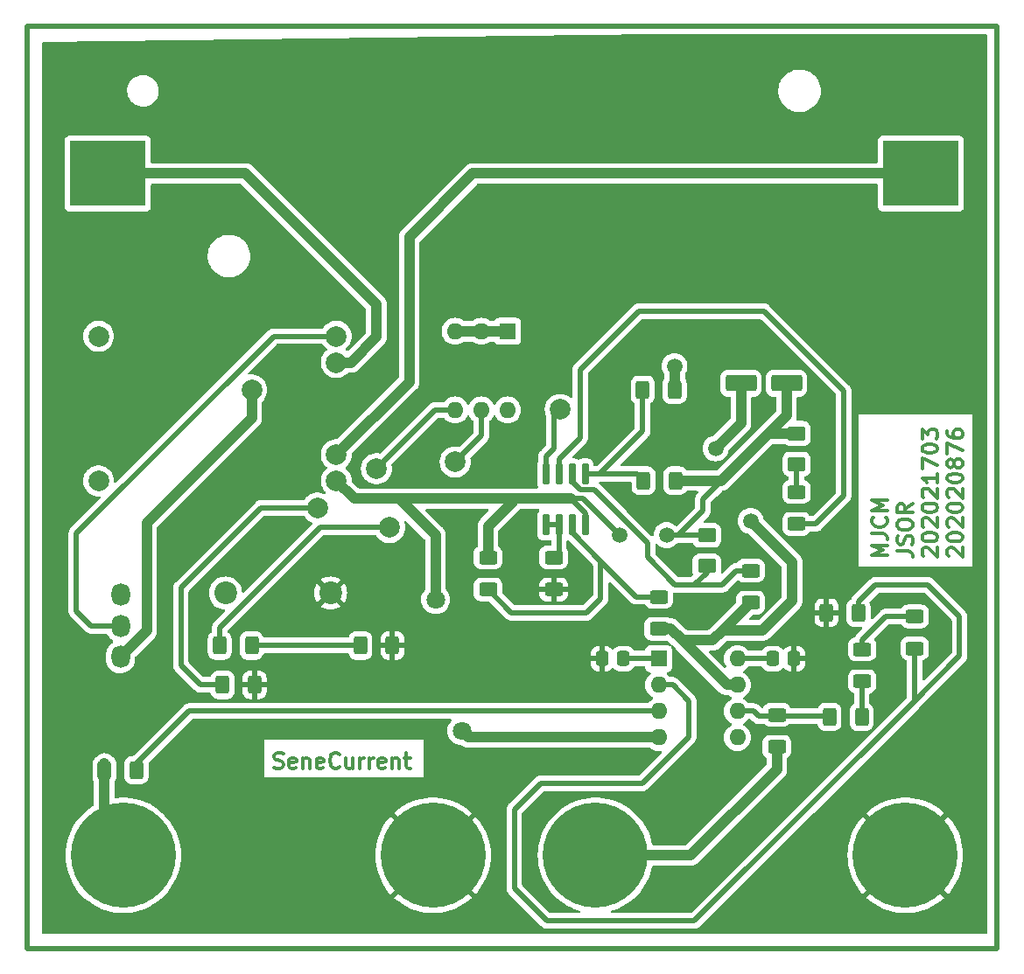
<source format=gbr>
%TF.GenerationSoftware,KiCad,Pcbnew,7.0.1*%
%TF.CreationDate,2023-05-16T20:26:06-05:00*%
%TF.ProjectId,SeneCurrent,53656e65-4375-4727-9265-6e742e6b6963,rev?*%
%TF.SameCoordinates,Original*%
%TF.FileFunction,Copper,L1,Top*%
%TF.FilePolarity,Positive*%
%FSLAX46Y46*%
G04 Gerber Fmt 4.6, Leading zero omitted, Abs format (unit mm)*
G04 Created by KiCad (PCBNEW 7.0.1) date 2023-05-16 20:26:06*
%MOMM*%
%LPD*%
G01*
G04 APERTURE LIST*
G04 Aperture macros list*
%AMRoundRect*
0 Rectangle with rounded corners*
0 $1 Rounding radius*
0 $2 $3 $4 $5 $6 $7 $8 $9 X,Y pos of 4 corners*
0 Add a 4 corners polygon primitive as box body*
4,1,4,$2,$3,$4,$5,$6,$7,$8,$9,$2,$3,0*
0 Add four circle primitives for the rounded corners*
1,1,$1+$1,$2,$3*
1,1,$1+$1,$4,$5*
1,1,$1+$1,$6,$7*
1,1,$1+$1,$8,$9*
0 Add four rect primitives between the rounded corners*
20,1,$1+$1,$2,$3,$4,$5,0*
20,1,$1+$1,$4,$5,$6,$7,0*
20,1,$1+$1,$6,$7,$8,$9,0*
20,1,$1+$1,$8,$9,$2,$3,0*%
G04 Aperture macros list end*
%TA.AperFunction,NonConductor*%
%ADD10C,0.500000*%
%TD*%
%ADD11C,0.300000*%
%TA.AperFunction,NonConductor*%
%ADD12C,0.300000*%
%TD*%
%TA.AperFunction,SMDPad,CuDef*%
%ADD13RoundRect,0.250000X-0.625000X0.400000X-0.625000X-0.400000X0.625000X-0.400000X0.625000X0.400000X0*%
%TD*%
%TA.AperFunction,ComponentPad*%
%ADD14C,2.200000*%
%TD*%
%TA.AperFunction,SMDPad,CuDef*%
%ADD15RoundRect,0.250000X-0.400000X-0.625000X0.400000X-0.625000X0.400000X0.625000X-0.400000X0.625000X0*%
%TD*%
%TA.AperFunction,ComponentPad*%
%ADD16C,10.160000*%
%TD*%
%TA.AperFunction,SMDPad,CuDef*%
%ADD17RoundRect,0.042000X0.258000X-0.943000X0.258000X0.943000X-0.258000X0.943000X-0.258000X-0.943000X0*%
%TD*%
%TA.AperFunction,SMDPad,CuDef*%
%ADD18RoundRect,0.250000X0.400000X0.625000X-0.400000X0.625000X-0.400000X-0.625000X0.400000X-0.625000X0*%
%TD*%
%TA.AperFunction,SMDPad,CuDef*%
%ADD19RoundRect,0.250000X0.625000X-0.400000X0.625000X0.400000X-0.625000X0.400000X-0.625000X-0.400000X0*%
%TD*%
%TA.AperFunction,SMDPad,CuDef*%
%ADD20RoundRect,0.250000X-0.337500X-0.475000X0.337500X-0.475000X0.337500X0.475000X-0.337500X0.475000X0*%
%TD*%
%TA.AperFunction,SMDPad,CuDef*%
%ADD21RoundRect,0.250000X-1.250000X-0.550000X1.250000X-0.550000X1.250000X0.550000X-1.250000X0.550000X0*%
%TD*%
%TA.AperFunction,ComponentPad*%
%ADD22O,1.800000X2.200000*%
%TD*%
%TA.AperFunction,ComponentPad*%
%ADD23R,1.600000X1.600000*%
%TD*%
%TA.AperFunction,ComponentPad*%
%ADD24O,1.600000X1.600000*%
%TD*%
%TA.AperFunction,SMDPad,CuDef*%
%ADD25RoundRect,0.250001X-0.624999X0.462499X-0.624999X-0.462499X0.624999X-0.462499X0.624999X0.462499X0*%
%TD*%
%TA.AperFunction,ComponentPad*%
%ADD26C,2.000000*%
%TD*%
%TA.AperFunction,SMDPad,CuDef*%
%ADD27R,7.340000X6.350000*%
%TD*%
%TA.AperFunction,SMDPad,CuDef*%
%ADD28RoundRect,0.250000X0.337500X0.475000X-0.337500X0.475000X-0.337500X-0.475000X0.337500X-0.475000X0*%
%TD*%
%TA.AperFunction,ViaPad*%
%ADD29C,1.500000*%
%TD*%
%TA.AperFunction,ViaPad*%
%ADD30C,2.000000*%
%TD*%
%TA.AperFunction,ViaPad*%
%ADD31C,1.800000*%
%TD*%
%TA.AperFunction,Conductor*%
%ADD32C,0.500000*%
%TD*%
%TA.AperFunction,Conductor*%
%ADD33C,1.000000*%
%TD*%
G04 APERTURE END LIST*
D10*
X51917600Y-40335200D02*
X145745200Y-40335200D01*
X145745200Y-129641600D01*
X51917600Y-129641600D01*
X51917600Y-40335200D01*
D11*
D12*
X75850714Y-112140000D02*
X76065000Y-112211428D01*
X76065000Y-112211428D02*
X76422142Y-112211428D01*
X76422142Y-112211428D02*
X76565000Y-112140000D01*
X76565000Y-112140000D02*
X76636428Y-112068571D01*
X76636428Y-112068571D02*
X76707857Y-111925714D01*
X76707857Y-111925714D02*
X76707857Y-111782857D01*
X76707857Y-111782857D02*
X76636428Y-111640000D01*
X76636428Y-111640000D02*
X76565000Y-111568571D01*
X76565000Y-111568571D02*
X76422142Y-111497142D01*
X76422142Y-111497142D02*
X76136428Y-111425714D01*
X76136428Y-111425714D02*
X75993571Y-111354285D01*
X75993571Y-111354285D02*
X75922142Y-111282857D01*
X75922142Y-111282857D02*
X75850714Y-111140000D01*
X75850714Y-111140000D02*
X75850714Y-110997142D01*
X75850714Y-110997142D02*
X75922142Y-110854285D01*
X75922142Y-110854285D02*
X75993571Y-110782857D01*
X75993571Y-110782857D02*
X76136428Y-110711428D01*
X76136428Y-110711428D02*
X76493571Y-110711428D01*
X76493571Y-110711428D02*
X76707857Y-110782857D01*
X77922142Y-112140000D02*
X77779285Y-112211428D01*
X77779285Y-112211428D02*
X77493571Y-112211428D01*
X77493571Y-112211428D02*
X77350713Y-112140000D01*
X77350713Y-112140000D02*
X77279285Y-111997142D01*
X77279285Y-111997142D02*
X77279285Y-111425714D01*
X77279285Y-111425714D02*
X77350713Y-111282857D01*
X77350713Y-111282857D02*
X77493571Y-111211428D01*
X77493571Y-111211428D02*
X77779285Y-111211428D01*
X77779285Y-111211428D02*
X77922142Y-111282857D01*
X77922142Y-111282857D02*
X77993571Y-111425714D01*
X77993571Y-111425714D02*
X77993571Y-111568571D01*
X77993571Y-111568571D02*
X77279285Y-111711428D01*
X78636427Y-111211428D02*
X78636427Y-112211428D01*
X78636427Y-111354285D02*
X78707856Y-111282857D01*
X78707856Y-111282857D02*
X78850713Y-111211428D01*
X78850713Y-111211428D02*
X79064999Y-111211428D01*
X79064999Y-111211428D02*
X79207856Y-111282857D01*
X79207856Y-111282857D02*
X79279285Y-111425714D01*
X79279285Y-111425714D02*
X79279285Y-112211428D01*
X80564999Y-112140000D02*
X80422142Y-112211428D01*
X80422142Y-112211428D02*
X80136428Y-112211428D01*
X80136428Y-112211428D02*
X79993570Y-112140000D01*
X79993570Y-112140000D02*
X79922142Y-111997142D01*
X79922142Y-111997142D02*
X79922142Y-111425714D01*
X79922142Y-111425714D02*
X79993570Y-111282857D01*
X79993570Y-111282857D02*
X80136428Y-111211428D01*
X80136428Y-111211428D02*
X80422142Y-111211428D01*
X80422142Y-111211428D02*
X80564999Y-111282857D01*
X80564999Y-111282857D02*
X80636428Y-111425714D01*
X80636428Y-111425714D02*
X80636428Y-111568571D01*
X80636428Y-111568571D02*
X79922142Y-111711428D01*
X82136427Y-112068571D02*
X82064999Y-112140000D01*
X82064999Y-112140000D02*
X81850713Y-112211428D01*
X81850713Y-112211428D02*
X81707856Y-112211428D01*
X81707856Y-112211428D02*
X81493570Y-112140000D01*
X81493570Y-112140000D02*
X81350713Y-111997142D01*
X81350713Y-111997142D02*
X81279284Y-111854285D01*
X81279284Y-111854285D02*
X81207856Y-111568571D01*
X81207856Y-111568571D02*
X81207856Y-111354285D01*
X81207856Y-111354285D02*
X81279284Y-111068571D01*
X81279284Y-111068571D02*
X81350713Y-110925714D01*
X81350713Y-110925714D02*
X81493570Y-110782857D01*
X81493570Y-110782857D02*
X81707856Y-110711428D01*
X81707856Y-110711428D02*
X81850713Y-110711428D01*
X81850713Y-110711428D02*
X82064999Y-110782857D01*
X82064999Y-110782857D02*
X82136427Y-110854285D01*
X83422142Y-111211428D02*
X83422142Y-112211428D01*
X82779284Y-111211428D02*
X82779284Y-111997142D01*
X82779284Y-111997142D02*
X82850713Y-112140000D01*
X82850713Y-112140000D02*
X82993570Y-112211428D01*
X82993570Y-112211428D02*
X83207856Y-112211428D01*
X83207856Y-112211428D02*
X83350713Y-112140000D01*
X83350713Y-112140000D02*
X83422142Y-112068571D01*
X84136427Y-112211428D02*
X84136427Y-111211428D01*
X84136427Y-111497142D02*
X84207856Y-111354285D01*
X84207856Y-111354285D02*
X84279285Y-111282857D01*
X84279285Y-111282857D02*
X84422142Y-111211428D01*
X84422142Y-111211428D02*
X84564999Y-111211428D01*
X85064998Y-112211428D02*
X85064998Y-111211428D01*
X85064998Y-111497142D02*
X85136427Y-111354285D01*
X85136427Y-111354285D02*
X85207856Y-111282857D01*
X85207856Y-111282857D02*
X85350713Y-111211428D01*
X85350713Y-111211428D02*
X85493570Y-111211428D01*
X86564998Y-112140000D02*
X86422141Y-112211428D01*
X86422141Y-112211428D02*
X86136427Y-112211428D01*
X86136427Y-112211428D02*
X85993569Y-112140000D01*
X85993569Y-112140000D02*
X85922141Y-111997142D01*
X85922141Y-111997142D02*
X85922141Y-111425714D01*
X85922141Y-111425714D02*
X85993569Y-111282857D01*
X85993569Y-111282857D02*
X86136427Y-111211428D01*
X86136427Y-111211428D02*
X86422141Y-111211428D01*
X86422141Y-111211428D02*
X86564998Y-111282857D01*
X86564998Y-111282857D02*
X86636427Y-111425714D01*
X86636427Y-111425714D02*
X86636427Y-111568571D01*
X86636427Y-111568571D02*
X85922141Y-111711428D01*
X87279283Y-111211428D02*
X87279283Y-112211428D01*
X87279283Y-111354285D02*
X87350712Y-111282857D01*
X87350712Y-111282857D02*
X87493569Y-111211428D01*
X87493569Y-111211428D02*
X87707855Y-111211428D01*
X87707855Y-111211428D02*
X87850712Y-111282857D01*
X87850712Y-111282857D02*
X87922141Y-111425714D01*
X87922141Y-111425714D02*
X87922141Y-112211428D01*
X88422141Y-111211428D02*
X88993569Y-111211428D01*
X88636426Y-110711428D02*
X88636426Y-111997142D01*
X88636426Y-111997142D02*
X88707855Y-112140000D01*
X88707855Y-112140000D02*
X88850712Y-112211428D01*
X88850712Y-112211428D02*
X88993569Y-112211428D01*
D11*
D12*
X135147428Y-91616257D02*
X133647428Y-91616257D01*
X133647428Y-91616257D02*
X134718857Y-91116257D01*
X134718857Y-91116257D02*
X133647428Y-90616257D01*
X133647428Y-90616257D02*
X135147428Y-90616257D01*
X133647428Y-89473399D02*
X134718857Y-89473399D01*
X134718857Y-89473399D02*
X134933142Y-89544828D01*
X134933142Y-89544828D02*
X135076000Y-89687685D01*
X135076000Y-89687685D02*
X135147428Y-89901971D01*
X135147428Y-89901971D02*
X135147428Y-90044828D01*
X135004571Y-87901971D02*
X135076000Y-87973399D01*
X135076000Y-87973399D02*
X135147428Y-88187685D01*
X135147428Y-88187685D02*
X135147428Y-88330542D01*
X135147428Y-88330542D02*
X135076000Y-88544828D01*
X135076000Y-88544828D02*
X134933142Y-88687685D01*
X134933142Y-88687685D02*
X134790285Y-88759114D01*
X134790285Y-88759114D02*
X134504571Y-88830542D01*
X134504571Y-88830542D02*
X134290285Y-88830542D01*
X134290285Y-88830542D02*
X134004571Y-88759114D01*
X134004571Y-88759114D02*
X133861714Y-88687685D01*
X133861714Y-88687685D02*
X133718857Y-88544828D01*
X133718857Y-88544828D02*
X133647428Y-88330542D01*
X133647428Y-88330542D02*
X133647428Y-88187685D01*
X133647428Y-88187685D02*
X133718857Y-87973399D01*
X133718857Y-87973399D02*
X133790285Y-87901971D01*
X135147428Y-87259114D02*
X133647428Y-87259114D01*
X133647428Y-87259114D02*
X134718857Y-86759114D01*
X134718857Y-86759114D02*
X133647428Y-86259114D01*
X133647428Y-86259114D02*
X135147428Y-86259114D01*
X136077428Y-91187685D02*
X137148857Y-91187685D01*
X137148857Y-91187685D02*
X137363142Y-91259114D01*
X137363142Y-91259114D02*
X137506000Y-91401971D01*
X137506000Y-91401971D02*
X137577428Y-91616257D01*
X137577428Y-91616257D02*
X137577428Y-91759114D01*
X137506000Y-90544828D02*
X137577428Y-90330543D01*
X137577428Y-90330543D02*
X137577428Y-89973400D01*
X137577428Y-89973400D02*
X137506000Y-89830543D01*
X137506000Y-89830543D02*
X137434571Y-89759114D01*
X137434571Y-89759114D02*
X137291714Y-89687685D01*
X137291714Y-89687685D02*
X137148857Y-89687685D01*
X137148857Y-89687685D02*
X137006000Y-89759114D01*
X137006000Y-89759114D02*
X136934571Y-89830543D01*
X136934571Y-89830543D02*
X136863142Y-89973400D01*
X136863142Y-89973400D02*
X136791714Y-90259114D01*
X136791714Y-90259114D02*
X136720285Y-90401971D01*
X136720285Y-90401971D02*
X136648857Y-90473400D01*
X136648857Y-90473400D02*
X136506000Y-90544828D01*
X136506000Y-90544828D02*
X136363142Y-90544828D01*
X136363142Y-90544828D02*
X136220285Y-90473400D01*
X136220285Y-90473400D02*
X136148857Y-90401971D01*
X136148857Y-90401971D02*
X136077428Y-90259114D01*
X136077428Y-90259114D02*
X136077428Y-89901971D01*
X136077428Y-89901971D02*
X136148857Y-89687685D01*
X136077428Y-88759114D02*
X136077428Y-88473400D01*
X136077428Y-88473400D02*
X136148857Y-88330543D01*
X136148857Y-88330543D02*
X136291714Y-88187686D01*
X136291714Y-88187686D02*
X136577428Y-88116257D01*
X136577428Y-88116257D02*
X137077428Y-88116257D01*
X137077428Y-88116257D02*
X137363142Y-88187686D01*
X137363142Y-88187686D02*
X137506000Y-88330543D01*
X137506000Y-88330543D02*
X137577428Y-88473400D01*
X137577428Y-88473400D02*
X137577428Y-88759114D01*
X137577428Y-88759114D02*
X137506000Y-88901972D01*
X137506000Y-88901972D02*
X137363142Y-89044829D01*
X137363142Y-89044829D02*
X137077428Y-89116257D01*
X137077428Y-89116257D02*
X136577428Y-89116257D01*
X136577428Y-89116257D02*
X136291714Y-89044829D01*
X136291714Y-89044829D02*
X136148857Y-88901972D01*
X136148857Y-88901972D02*
X136077428Y-88759114D01*
X137577428Y-86616257D02*
X136863142Y-87116257D01*
X137577428Y-87473400D02*
X136077428Y-87473400D01*
X136077428Y-87473400D02*
X136077428Y-86901971D01*
X136077428Y-86901971D02*
X136148857Y-86759114D01*
X136148857Y-86759114D02*
X136220285Y-86687685D01*
X136220285Y-86687685D02*
X136363142Y-86616257D01*
X136363142Y-86616257D02*
X136577428Y-86616257D01*
X136577428Y-86616257D02*
X136720285Y-86687685D01*
X136720285Y-86687685D02*
X136791714Y-86759114D01*
X136791714Y-86759114D02*
X136863142Y-86901971D01*
X136863142Y-86901971D02*
X136863142Y-87473400D01*
X138650285Y-91687685D02*
X138578857Y-91616257D01*
X138578857Y-91616257D02*
X138507428Y-91473400D01*
X138507428Y-91473400D02*
X138507428Y-91116257D01*
X138507428Y-91116257D02*
X138578857Y-90973400D01*
X138578857Y-90973400D02*
X138650285Y-90901971D01*
X138650285Y-90901971D02*
X138793142Y-90830542D01*
X138793142Y-90830542D02*
X138936000Y-90830542D01*
X138936000Y-90830542D02*
X139150285Y-90901971D01*
X139150285Y-90901971D02*
X140007428Y-91759114D01*
X140007428Y-91759114D02*
X140007428Y-90830542D01*
X138507428Y-89901971D02*
X138507428Y-89759114D01*
X138507428Y-89759114D02*
X138578857Y-89616257D01*
X138578857Y-89616257D02*
X138650285Y-89544829D01*
X138650285Y-89544829D02*
X138793142Y-89473400D01*
X138793142Y-89473400D02*
X139078857Y-89401971D01*
X139078857Y-89401971D02*
X139436000Y-89401971D01*
X139436000Y-89401971D02*
X139721714Y-89473400D01*
X139721714Y-89473400D02*
X139864571Y-89544829D01*
X139864571Y-89544829D02*
X139936000Y-89616257D01*
X139936000Y-89616257D02*
X140007428Y-89759114D01*
X140007428Y-89759114D02*
X140007428Y-89901971D01*
X140007428Y-89901971D02*
X139936000Y-90044829D01*
X139936000Y-90044829D02*
X139864571Y-90116257D01*
X139864571Y-90116257D02*
X139721714Y-90187686D01*
X139721714Y-90187686D02*
X139436000Y-90259114D01*
X139436000Y-90259114D02*
X139078857Y-90259114D01*
X139078857Y-90259114D02*
X138793142Y-90187686D01*
X138793142Y-90187686D02*
X138650285Y-90116257D01*
X138650285Y-90116257D02*
X138578857Y-90044829D01*
X138578857Y-90044829D02*
X138507428Y-89901971D01*
X138650285Y-88830543D02*
X138578857Y-88759115D01*
X138578857Y-88759115D02*
X138507428Y-88616258D01*
X138507428Y-88616258D02*
X138507428Y-88259115D01*
X138507428Y-88259115D02*
X138578857Y-88116258D01*
X138578857Y-88116258D02*
X138650285Y-88044829D01*
X138650285Y-88044829D02*
X138793142Y-87973400D01*
X138793142Y-87973400D02*
X138936000Y-87973400D01*
X138936000Y-87973400D02*
X139150285Y-88044829D01*
X139150285Y-88044829D02*
X140007428Y-88901972D01*
X140007428Y-88901972D02*
X140007428Y-87973400D01*
X138507428Y-87044829D02*
X138507428Y-86901972D01*
X138507428Y-86901972D02*
X138578857Y-86759115D01*
X138578857Y-86759115D02*
X138650285Y-86687687D01*
X138650285Y-86687687D02*
X138793142Y-86616258D01*
X138793142Y-86616258D02*
X139078857Y-86544829D01*
X139078857Y-86544829D02*
X139436000Y-86544829D01*
X139436000Y-86544829D02*
X139721714Y-86616258D01*
X139721714Y-86616258D02*
X139864571Y-86687687D01*
X139864571Y-86687687D02*
X139936000Y-86759115D01*
X139936000Y-86759115D02*
X140007428Y-86901972D01*
X140007428Y-86901972D02*
X140007428Y-87044829D01*
X140007428Y-87044829D02*
X139936000Y-87187687D01*
X139936000Y-87187687D02*
X139864571Y-87259115D01*
X139864571Y-87259115D02*
X139721714Y-87330544D01*
X139721714Y-87330544D02*
X139436000Y-87401972D01*
X139436000Y-87401972D02*
X139078857Y-87401972D01*
X139078857Y-87401972D02*
X138793142Y-87330544D01*
X138793142Y-87330544D02*
X138650285Y-87259115D01*
X138650285Y-87259115D02*
X138578857Y-87187687D01*
X138578857Y-87187687D02*
X138507428Y-87044829D01*
X138650285Y-85973401D02*
X138578857Y-85901973D01*
X138578857Y-85901973D02*
X138507428Y-85759116D01*
X138507428Y-85759116D02*
X138507428Y-85401973D01*
X138507428Y-85401973D02*
X138578857Y-85259116D01*
X138578857Y-85259116D02*
X138650285Y-85187687D01*
X138650285Y-85187687D02*
X138793142Y-85116258D01*
X138793142Y-85116258D02*
X138936000Y-85116258D01*
X138936000Y-85116258D02*
X139150285Y-85187687D01*
X139150285Y-85187687D02*
X140007428Y-86044830D01*
X140007428Y-86044830D02*
X140007428Y-85116258D01*
X140007428Y-83687687D02*
X140007428Y-84544830D01*
X140007428Y-84116259D02*
X138507428Y-84116259D01*
X138507428Y-84116259D02*
X138721714Y-84259116D01*
X138721714Y-84259116D02*
X138864571Y-84401973D01*
X138864571Y-84401973D02*
X138936000Y-84544830D01*
X138507428Y-83187688D02*
X138507428Y-82187688D01*
X138507428Y-82187688D02*
X140007428Y-82830545D01*
X138507428Y-81330545D02*
X138507428Y-81187688D01*
X138507428Y-81187688D02*
X138578857Y-81044831D01*
X138578857Y-81044831D02*
X138650285Y-80973403D01*
X138650285Y-80973403D02*
X138793142Y-80901974D01*
X138793142Y-80901974D02*
X139078857Y-80830545D01*
X139078857Y-80830545D02*
X139436000Y-80830545D01*
X139436000Y-80830545D02*
X139721714Y-80901974D01*
X139721714Y-80901974D02*
X139864571Y-80973403D01*
X139864571Y-80973403D02*
X139936000Y-81044831D01*
X139936000Y-81044831D02*
X140007428Y-81187688D01*
X140007428Y-81187688D02*
X140007428Y-81330545D01*
X140007428Y-81330545D02*
X139936000Y-81473403D01*
X139936000Y-81473403D02*
X139864571Y-81544831D01*
X139864571Y-81544831D02*
X139721714Y-81616260D01*
X139721714Y-81616260D02*
X139436000Y-81687688D01*
X139436000Y-81687688D02*
X139078857Y-81687688D01*
X139078857Y-81687688D02*
X138793142Y-81616260D01*
X138793142Y-81616260D02*
X138650285Y-81544831D01*
X138650285Y-81544831D02*
X138578857Y-81473403D01*
X138578857Y-81473403D02*
X138507428Y-81330545D01*
X138507428Y-80330546D02*
X138507428Y-79401974D01*
X138507428Y-79401974D02*
X139078857Y-79901974D01*
X139078857Y-79901974D02*
X139078857Y-79687689D01*
X139078857Y-79687689D02*
X139150285Y-79544832D01*
X139150285Y-79544832D02*
X139221714Y-79473403D01*
X139221714Y-79473403D02*
X139364571Y-79401974D01*
X139364571Y-79401974D02*
X139721714Y-79401974D01*
X139721714Y-79401974D02*
X139864571Y-79473403D01*
X139864571Y-79473403D02*
X139936000Y-79544832D01*
X139936000Y-79544832D02*
X140007428Y-79687689D01*
X140007428Y-79687689D02*
X140007428Y-80116260D01*
X140007428Y-80116260D02*
X139936000Y-80259117D01*
X139936000Y-80259117D02*
X139864571Y-80330546D01*
X141080285Y-91687685D02*
X141008857Y-91616257D01*
X141008857Y-91616257D02*
X140937428Y-91473400D01*
X140937428Y-91473400D02*
X140937428Y-91116257D01*
X140937428Y-91116257D02*
X141008857Y-90973400D01*
X141008857Y-90973400D02*
X141080285Y-90901971D01*
X141080285Y-90901971D02*
X141223142Y-90830542D01*
X141223142Y-90830542D02*
X141366000Y-90830542D01*
X141366000Y-90830542D02*
X141580285Y-90901971D01*
X141580285Y-90901971D02*
X142437428Y-91759114D01*
X142437428Y-91759114D02*
X142437428Y-90830542D01*
X140937428Y-89901971D02*
X140937428Y-89759114D01*
X140937428Y-89759114D02*
X141008857Y-89616257D01*
X141008857Y-89616257D02*
X141080285Y-89544829D01*
X141080285Y-89544829D02*
X141223142Y-89473400D01*
X141223142Y-89473400D02*
X141508857Y-89401971D01*
X141508857Y-89401971D02*
X141866000Y-89401971D01*
X141866000Y-89401971D02*
X142151714Y-89473400D01*
X142151714Y-89473400D02*
X142294571Y-89544829D01*
X142294571Y-89544829D02*
X142366000Y-89616257D01*
X142366000Y-89616257D02*
X142437428Y-89759114D01*
X142437428Y-89759114D02*
X142437428Y-89901971D01*
X142437428Y-89901971D02*
X142366000Y-90044829D01*
X142366000Y-90044829D02*
X142294571Y-90116257D01*
X142294571Y-90116257D02*
X142151714Y-90187686D01*
X142151714Y-90187686D02*
X141866000Y-90259114D01*
X141866000Y-90259114D02*
X141508857Y-90259114D01*
X141508857Y-90259114D02*
X141223142Y-90187686D01*
X141223142Y-90187686D02*
X141080285Y-90116257D01*
X141080285Y-90116257D02*
X141008857Y-90044829D01*
X141008857Y-90044829D02*
X140937428Y-89901971D01*
X141080285Y-88830543D02*
X141008857Y-88759115D01*
X141008857Y-88759115D02*
X140937428Y-88616258D01*
X140937428Y-88616258D02*
X140937428Y-88259115D01*
X140937428Y-88259115D02*
X141008857Y-88116258D01*
X141008857Y-88116258D02*
X141080285Y-88044829D01*
X141080285Y-88044829D02*
X141223142Y-87973400D01*
X141223142Y-87973400D02*
X141366000Y-87973400D01*
X141366000Y-87973400D02*
X141580285Y-88044829D01*
X141580285Y-88044829D02*
X142437428Y-88901972D01*
X142437428Y-88901972D02*
X142437428Y-87973400D01*
X140937428Y-87044829D02*
X140937428Y-86901972D01*
X140937428Y-86901972D02*
X141008857Y-86759115D01*
X141008857Y-86759115D02*
X141080285Y-86687687D01*
X141080285Y-86687687D02*
X141223142Y-86616258D01*
X141223142Y-86616258D02*
X141508857Y-86544829D01*
X141508857Y-86544829D02*
X141866000Y-86544829D01*
X141866000Y-86544829D02*
X142151714Y-86616258D01*
X142151714Y-86616258D02*
X142294571Y-86687687D01*
X142294571Y-86687687D02*
X142366000Y-86759115D01*
X142366000Y-86759115D02*
X142437428Y-86901972D01*
X142437428Y-86901972D02*
X142437428Y-87044829D01*
X142437428Y-87044829D02*
X142366000Y-87187687D01*
X142366000Y-87187687D02*
X142294571Y-87259115D01*
X142294571Y-87259115D02*
X142151714Y-87330544D01*
X142151714Y-87330544D02*
X141866000Y-87401972D01*
X141866000Y-87401972D02*
X141508857Y-87401972D01*
X141508857Y-87401972D02*
X141223142Y-87330544D01*
X141223142Y-87330544D02*
X141080285Y-87259115D01*
X141080285Y-87259115D02*
X141008857Y-87187687D01*
X141008857Y-87187687D02*
X140937428Y-87044829D01*
X141080285Y-85973401D02*
X141008857Y-85901973D01*
X141008857Y-85901973D02*
X140937428Y-85759116D01*
X140937428Y-85759116D02*
X140937428Y-85401973D01*
X140937428Y-85401973D02*
X141008857Y-85259116D01*
X141008857Y-85259116D02*
X141080285Y-85187687D01*
X141080285Y-85187687D02*
X141223142Y-85116258D01*
X141223142Y-85116258D02*
X141366000Y-85116258D01*
X141366000Y-85116258D02*
X141580285Y-85187687D01*
X141580285Y-85187687D02*
X142437428Y-86044830D01*
X142437428Y-86044830D02*
X142437428Y-85116258D01*
X140937428Y-84187687D02*
X140937428Y-84044830D01*
X140937428Y-84044830D02*
X141008857Y-83901973D01*
X141008857Y-83901973D02*
X141080285Y-83830545D01*
X141080285Y-83830545D02*
X141223142Y-83759116D01*
X141223142Y-83759116D02*
X141508857Y-83687687D01*
X141508857Y-83687687D02*
X141866000Y-83687687D01*
X141866000Y-83687687D02*
X142151714Y-83759116D01*
X142151714Y-83759116D02*
X142294571Y-83830545D01*
X142294571Y-83830545D02*
X142366000Y-83901973D01*
X142366000Y-83901973D02*
X142437428Y-84044830D01*
X142437428Y-84044830D02*
X142437428Y-84187687D01*
X142437428Y-84187687D02*
X142366000Y-84330545D01*
X142366000Y-84330545D02*
X142294571Y-84401973D01*
X142294571Y-84401973D02*
X142151714Y-84473402D01*
X142151714Y-84473402D02*
X141866000Y-84544830D01*
X141866000Y-84544830D02*
X141508857Y-84544830D01*
X141508857Y-84544830D02*
X141223142Y-84473402D01*
X141223142Y-84473402D02*
X141080285Y-84401973D01*
X141080285Y-84401973D02*
X141008857Y-84330545D01*
X141008857Y-84330545D02*
X140937428Y-84187687D01*
X141580285Y-82830545D02*
X141508857Y-82973402D01*
X141508857Y-82973402D02*
X141437428Y-83044831D01*
X141437428Y-83044831D02*
X141294571Y-83116259D01*
X141294571Y-83116259D02*
X141223142Y-83116259D01*
X141223142Y-83116259D02*
X141080285Y-83044831D01*
X141080285Y-83044831D02*
X141008857Y-82973402D01*
X141008857Y-82973402D02*
X140937428Y-82830545D01*
X140937428Y-82830545D02*
X140937428Y-82544831D01*
X140937428Y-82544831D02*
X141008857Y-82401974D01*
X141008857Y-82401974D02*
X141080285Y-82330545D01*
X141080285Y-82330545D02*
X141223142Y-82259116D01*
X141223142Y-82259116D02*
X141294571Y-82259116D01*
X141294571Y-82259116D02*
X141437428Y-82330545D01*
X141437428Y-82330545D02*
X141508857Y-82401974D01*
X141508857Y-82401974D02*
X141580285Y-82544831D01*
X141580285Y-82544831D02*
X141580285Y-82830545D01*
X141580285Y-82830545D02*
X141651714Y-82973402D01*
X141651714Y-82973402D02*
X141723142Y-83044831D01*
X141723142Y-83044831D02*
X141866000Y-83116259D01*
X141866000Y-83116259D02*
X142151714Y-83116259D01*
X142151714Y-83116259D02*
X142294571Y-83044831D01*
X142294571Y-83044831D02*
X142366000Y-82973402D01*
X142366000Y-82973402D02*
X142437428Y-82830545D01*
X142437428Y-82830545D02*
X142437428Y-82544831D01*
X142437428Y-82544831D02*
X142366000Y-82401974D01*
X142366000Y-82401974D02*
X142294571Y-82330545D01*
X142294571Y-82330545D02*
X142151714Y-82259116D01*
X142151714Y-82259116D02*
X141866000Y-82259116D01*
X141866000Y-82259116D02*
X141723142Y-82330545D01*
X141723142Y-82330545D02*
X141651714Y-82401974D01*
X141651714Y-82401974D02*
X141580285Y-82544831D01*
X140937428Y-81759117D02*
X140937428Y-80759117D01*
X140937428Y-80759117D02*
X142437428Y-81401974D01*
X140937428Y-79544832D02*
X140937428Y-79830546D01*
X140937428Y-79830546D02*
X141008857Y-79973403D01*
X141008857Y-79973403D02*
X141080285Y-80044832D01*
X141080285Y-80044832D02*
X141294571Y-80187689D01*
X141294571Y-80187689D02*
X141580285Y-80259117D01*
X141580285Y-80259117D02*
X142151714Y-80259117D01*
X142151714Y-80259117D02*
X142294571Y-80187689D01*
X142294571Y-80187689D02*
X142366000Y-80116260D01*
X142366000Y-80116260D02*
X142437428Y-79973403D01*
X142437428Y-79973403D02*
X142437428Y-79687689D01*
X142437428Y-79687689D02*
X142366000Y-79544832D01*
X142366000Y-79544832D02*
X142294571Y-79473403D01*
X142294571Y-79473403D02*
X142151714Y-79401974D01*
X142151714Y-79401974D02*
X141794571Y-79401974D01*
X141794571Y-79401974D02*
X141651714Y-79473403D01*
X141651714Y-79473403D02*
X141580285Y-79544832D01*
X141580285Y-79544832D02*
X141508857Y-79687689D01*
X141508857Y-79687689D02*
X141508857Y-79973403D01*
X141508857Y-79973403D02*
X141580285Y-80116260D01*
X141580285Y-80116260D02*
X141651714Y-80187689D01*
X141651714Y-80187689D02*
X141794571Y-80259117D01*
D13*
%TO.P,Rs3,1*%
%TO.N,Net-(R2B1-Pad1)*%
X124460000Y-107035000D03*
%TO.P,Rs3,2*%
%TO.N,Net-(J3-Pin_1)*%
X124460000Y-110135000D03*
%TD*%
D14*
%TO.P,Rm1,1*%
%TO.N,Net-(Rm1-Pad1)*%
X71120000Y-95250000D03*
%TO.P,Rm1,2*%
%TO.N,GND*%
X81280000Y-95250000D03*
%TD*%
D15*
%TO.P,Ru1,1*%
%TO.N,Net-(Ru1-Pad1)*%
X70560000Y-100330000D03*
%TO.P,Ru1,2*%
%TO.N,Net-(Ru1-Pad2)*%
X73660000Y-100330000D03*
%TD*%
D16*
%TO.P,J3,1,Pin_1*%
%TO.N,Net-(J3-Pin_1)*%
X106920000Y-120650000D03*
%TO.P,J3,2,Pin_2*%
%TO.N,GND*%
X136890000Y-120650000D03*
%TD*%
%TO.P,J2,1,Pin_1*%
%TO.N,GND*%
X91200000Y-120650000D03*
%TO.P,J2,2,Pin_2*%
%TO.N,Net-(J2-Pin_2)*%
X61230000Y-120650000D03*
%TD*%
D13*
%TO.P,R2B3,1*%
%TO.N,Net-(R2B2-Pad2)*%
X137795000Y-97510000D03*
%TO.P,R2B3,2*%
%TO.N,Net-(U2A--)*%
X137795000Y-100610000D03*
%TD*%
D17*
%TO.P,U1,1*%
%TO.N,Net-(U1A--)*%
X102108000Y-88651200D03*
%TO.P,U1,2,-*%
X103378000Y-88651200D03*
%TO.P,U1,3,+*%
%TO.N,Net-(U1A-+)*%
X104648000Y-88651200D03*
%TO.P,U1,4,V-*%
%TO.N,VEE*%
X105918000Y-88651200D03*
%TO.P,U1,5,+*%
%TO.N,Net-(U1B-+)*%
X105918000Y-83711200D03*
%TO.P,U1,6,-*%
%TO.N,Net-(D1-K)*%
X104648000Y-83711200D03*
%TO.P,U1,7*%
%TO.N,Net-(R2-Pad1)*%
X103378000Y-83711200D03*
%TO.P,U1,8,V+*%
%TO.N,VCC*%
X102108000Y-83711200D03*
%TD*%
D18*
%TO.P,R3,1*%
%TO.N,Net-(U2A--)*%
X132360000Y-97155000D03*
%TO.P,R3,2*%
%TO.N,GND*%
X129260000Y-97155000D03*
%TD*%
D19*
%TO.P,R1,1*%
%TO.N,VCC*%
X121920000Y-96165000D03*
%TO.P,R1,2*%
%TO.N,Net-(D1-K)*%
X121920000Y-93065000D03*
%TD*%
D20*
%TO.P,Cxa2,1*%
%TO.N,Net-(U2B--)*%
X124057500Y-101600000D03*
%TO.P,Cxa2,2*%
%TO.N,GND*%
X126132500Y-101600000D03*
%TD*%
D21*
%TO.P,C1,1*%
%TO.N,VCC*%
X120990000Y-74930000D03*
%TO.P,C1,2*%
%TO.N,VEE*%
X125390000Y-74930000D03*
%TD*%
D19*
%TO.P,R2B2,1*%
%TO.N,Net-(R2B1-Pad2)*%
X132715000Y-103785000D03*
%TO.P,R2B2,2*%
%TO.N,Net-(R2B2-Pad2)*%
X132715000Y-100685000D03*
%TD*%
D22*
%TO.P,SW1,1,A*%
%TO.N,VCC*%
X60960000Y-101425000D03*
%TO.P,SW1,2,B*%
%TO.N,Net-(SW1-B)*%
X60960000Y-98425000D03*
%TO.P,SW1,3,C*%
%TO.N,unconnected-(SW1-C-Pad3)*%
X60960000Y-95425000D03*
%TD*%
D15*
%TO.P,Ru2,1*%
%TO.N,Net-(Ru1-Pad2)*%
X84175000Y-100330000D03*
%TO.P,Ru2,2*%
%TO.N,GND*%
X87275000Y-100330000D03*
%TD*%
D23*
%TO.P,SW2,1*%
%TO.N,Net-(J2-Pin_2)*%
X98410000Y-69892500D03*
D24*
%TO.P,SW2,2*%
X95870000Y-69892500D03*
%TO.P,SW2,3*%
X93330000Y-69892500D03*
%TO.P,SW2,4*%
%TO.N,Net-(Rn1-Pad1)*%
X93330000Y-77512500D03*
%TO.P,SW2,5*%
%TO.N,Net-(Ru1-Pad1)*%
X95870000Y-77512500D03*
%TO.P,SW2,6*%
%TO.N,Net-(Rm1-Pad1)*%
X98410000Y-77512500D03*
%TD*%
D15*
%TO.P,RB2,1*%
%TO.N,Net-(U1B-+)*%
X111556200Y-84353400D03*
%TO.P,RB2,2*%
%TO.N,VEE*%
X114656200Y-84353400D03*
%TD*%
D25*
%TO.P,D2,1,K*%
%TO.N,VEE*%
X126365000Y-79792500D03*
%TO.P,D2,2,A*%
%TO.N,Net-(D2-A)*%
X126365000Y-82767500D03*
%TD*%
D15*
%TO.P,R2B1,1*%
%TO.N,Net-(R2B1-Pad1)*%
X129564800Y-107238800D03*
%TO.P,R2B1,2*%
%TO.N,Net-(R2B1-Pad2)*%
X132664800Y-107238800D03*
%TD*%
D26*
%TO.P,TP1,1,B+*%
%TO.N,+BATT*%
X81845000Y-72915000D03*
%TO.P,TP1,2,B-*%
%TO.N,-BATT*%
X81845000Y-81835000D03*
%TO.P,TP1,3,OUT+*%
%TO.N,Net-(SW1-B)*%
X81845000Y-70375000D03*
%TO.P,TP1,4,OUT-*%
%TO.N,VEE*%
X81845000Y-84375000D03*
%TO.P,TP1,5*%
%TO.N,N/C*%
X58845000Y-70375000D03*
%TO.P,TP1,6*%
X58845000Y-84375000D03*
%TD*%
D27*
%TO.P,J1,1,Pin_1*%
%TO.N,+BATT*%
X59730000Y-54610000D03*
%TO.P,J1,2,Pin_2*%
%TO.N,-BATT*%
X138390000Y-54610000D03*
%TD*%
D19*
%TO.P,RP1,1*%
%TO.N,VCC*%
X113030000Y-98705000D03*
%TO.P,RP1,2*%
%TO.N,Net-(U1A-+)*%
X113030000Y-95605000D03*
%TD*%
D18*
%TO.P,RB1,1*%
%TO.N,VCC*%
X114580000Y-75565000D03*
%TO.P,RB1,2*%
%TO.N,Net-(U1B-+)*%
X111480000Y-75565000D03*
%TD*%
D19*
%TO.P,RP2,1*%
%TO.N,Net-(U1A-+)*%
X96520000Y-94895000D03*
%TO.P,RP2,2*%
%TO.N,VEE*%
X96520000Y-91795000D03*
%TD*%
D15*
%TO.P,Rn1,1*%
%TO.N,Net-(Rn1-Pad1)*%
X70840000Y-104140000D03*
%TO.P,Rn1,2*%
%TO.N,GND*%
X73940000Y-104140000D03*
%TD*%
%TO.P,Rs2,1*%
%TO.N,Net-(J2-Pin_2)*%
X59410000Y-112395000D03*
%TO.P,Rs2,2*%
%TO.N,Net-(U2A-+)*%
X62510000Y-112395000D03*
%TD*%
D23*
%TO.P,U2,1,+*%
%TO.N,Net-(U2B-+)*%
X113030000Y-101600000D03*
D24*
%TO.P,U2,2,-*%
%TO.N,Net-(U2A--)*%
X113030000Y-104140000D03*
%TO.P,U2,3,+*%
%TO.N,Net-(U2A-+)*%
X113030000Y-106680000D03*
%TO.P,U2,4,V-*%
%TO.N,VEE*%
X113030000Y-109220000D03*
%TO.P,U2,5*%
%TO.N,unconnected-(U2-Pad5)*%
X120650000Y-109220000D03*
%TO.P,U2,6*%
%TO.N,Net-(R2B1-Pad1)*%
X120650000Y-106680000D03*
%TO.P,U2,7,V+*%
%TO.N,VCC*%
X120650000Y-104140000D03*
%TO.P,U2,8,-*%
%TO.N,Net-(U2B--)*%
X120650000Y-101600000D03*
%TD*%
D13*
%TO.P,Rs1,1*%
%TO.N,Net-(U1A--)*%
X102870000Y-91795000D03*
%TO.P,Rs1,2*%
%TO.N,GND*%
X102870000Y-94895000D03*
%TD*%
D25*
%TO.P,D1,1,A*%
%TO.N,VEE*%
X117678200Y-89647700D03*
%TO.P,D1,2,K*%
%TO.N,Net-(D1-K)*%
X117678200Y-92622700D03*
%TD*%
D19*
%TO.P,R2,1*%
%TO.N,Net-(R2-Pad1)*%
X126365000Y-88545000D03*
%TO.P,R2,2*%
%TO.N,Net-(D2-A)*%
X126365000Y-85445000D03*
%TD*%
D28*
%TO.P,Cxa1,1*%
%TO.N,Net-(U2B-+)*%
X109622500Y-101600000D03*
%TO.P,Cxa1,2*%
%TO.N,GND*%
X107547500Y-101600000D03*
%TD*%
D29*
%TO.N,VCC*%
X114554000Y-73279000D03*
D30*
X73660000Y-75565000D03*
D29*
X118541800Y-81229200D03*
X121920000Y-88265000D03*
D30*
X103505000Y-77470000D03*
D31*
%TO.N,VEE*%
X93980000Y-108585000D03*
X91440000Y-95885000D03*
D29*
X113792000Y-89636600D03*
X109220000Y-89636600D03*
D30*
%TO.N,Net-(Rn1-Pad1)*%
X80010000Y-86995000D03*
X85725000Y-83185000D03*
%TO.N,Net-(Ru1-Pad1)*%
X93345000Y-82550000D03*
X86995000Y-88900000D03*
%TD*%
D32*
%TO.N,VEE*%
X105689400Y-86106000D02*
X109220000Y-89636600D01*
X104521000Y-86106000D02*
X105689400Y-86106000D01*
X105918000Y-87503000D02*
X105918000Y-88651200D01*
X104521000Y-86106000D02*
X105918000Y-87503000D01*
D33*
X104521000Y-86106000D02*
X98628200Y-86106000D01*
X98628200Y-86106000D02*
X87884000Y-86106000D01*
D32*
%TO.N,Net-(U2A--)*%
X114376200Y-104140000D02*
X113030000Y-104140000D01*
X115925600Y-105689400D02*
X114376200Y-104140000D01*
X111429800Y-113665000D02*
X115925600Y-109169200D01*
X99060000Y-116205000D02*
X101600000Y-113665000D01*
X99060000Y-123825000D02*
X99060000Y-116205000D01*
X101600000Y-113665000D02*
X111429800Y-113665000D01*
X116484400Y-127000000D02*
X102235000Y-127000000D01*
X102235000Y-127000000D02*
X99060000Y-123825000D01*
X137541000Y-105943400D02*
X116484400Y-127000000D01*
X115925600Y-109169200D02*
X115925600Y-105689400D01*
%TO.N,Net-(R2B1-Pad1)*%
X124740000Y-107162600D02*
X124663800Y-107238800D01*
X129488600Y-107162600D02*
X124740000Y-107162600D01*
X129564800Y-107238800D02*
X129488600Y-107162600D01*
%TO.N,VCC*%
X102880000Y-78095000D02*
X103505000Y-77470000D01*
D33*
X119227900Y-98857100D02*
X123088100Y-98857100D01*
X114580000Y-75565000D02*
X114580000Y-73305000D01*
X125933200Y-96012000D02*
X125933200Y-92278200D01*
X123088100Y-98857100D02*
X125933200Y-96012000D01*
X63500000Y-88442800D02*
X63500000Y-98885000D01*
X118541800Y-81229200D02*
X120990000Y-78781000D01*
X120990000Y-78781000D02*
X120990000Y-74930000D01*
X73660000Y-75565000D02*
X73660000Y-78282800D01*
D32*
X102880000Y-81270000D02*
X102880000Y-78095000D01*
X102108000Y-83711200D02*
X102108000Y-82042000D01*
D33*
X115316000Y-99822000D02*
X119634000Y-104140000D01*
X125933200Y-92278200D02*
X121920000Y-88265000D01*
X114580000Y-73305000D02*
X114554000Y-73279000D01*
X114199000Y-98705000D02*
X115316000Y-99822000D01*
X119227900Y-98857100D02*
X121920000Y-96165000D01*
X114554000Y-73279000D02*
X114554000Y-73304400D01*
X73660000Y-78282800D02*
X63500000Y-88442800D01*
X118263000Y-99822000D02*
X119227900Y-98857100D01*
X115316000Y-99822000D02*
X118263000Y-99822000D01*
X113030000Y-98705000D02*
X114199000Y-98705000D01*
X119634000Y-104140000D02*
X120650000Y-104140000D01*
X63500000Y-98885000D02*
X60960000Y-101425000D01*
D32*
X102108000Y-82042000D02*
X102880000Y-81270000D01*
D33*
%TO.N,VEE*%
X125390000Y-78064000D02*
X125390000Y-74930000D01*
X94615000Y-109220000D02*
X93980000Y-108585000D01*
D32*
X117297200Y-87299800D02*
X117297200Y-86156800D01*
D33*
X91440000Y-89662000D02*
X91440000Y-95885000D01*
X81845000Y-84375000D02*
X83576000Y-86106000D01*
X96520000Y-88773000D02*
X98907600Y-86385400D01*
D32*
X113792000Y-89636600D02*
X114960400Y-89636600D01*
D33*
X123661500Y-79792500D02*
X126365000Y-79792500D01*
X123661500Y-79792500D02*
X125390000Y-78064000D01*
X83576000Y-86106000D02*
X87884000Y-86106000D01*
D32*
X114960400Y-89636600D02*
X117667100Y-89636600D01*
X114960400Y-89636600D02*
X117297200Y-87299800D01*
D33*
X96520000Y-91795000D02*
X96520000Y-88773000D01*
X119100600Y-84353400D02*
X123661500Y-79792500D01*
X87884000Y-86106000D02*
X91440000Y-89662000D01*
X113030000Y-109220000D02*
X94615000Y-109220000D01*
X114656200Y-84353400D02*
X119100600Y-84353400D01*
D32*
X117297200Y-86156800D02*
X119100600Y-84353400D01*
%TO.N,Net-(U2B-+)*%
X113030000Y-101600000D02*
X109622500Y-101600000D01*
%TO.N,Net-(U2B--)*%
X120650000Y-101600000D02*
X124057500Y-101600000D01*
%TO.N,Net-(D1-K)*%
X121920000Y-93065000D02*
X120549000Y-93065000D01*
X111958600Y-90419400D02*
X111958600Y-91791000D01*
X105414786Y-85246200D02*
X106785400Y-85246200D01*
X117678200Y-92622700D02*
X117678200Y-93243400D01*
X106785400Y-85246200D02*
X111958600Y-90419400D01*
X104648000Y-83711200D02*
X104648000Y-84479414D01*
X120549000Y-93065000D02*
X119176800Y-94437200D01*
X111958600Y-91791000D02*
X114604800Y-94437200D01*
X116484400Y-94437200D02*
X114604800Y-94437200D01*
X117678200Y-93243400D02*
X116484400Y-94437200D01*
X104648000Y-84479414D02*
X105414786Y-85246200D01*
X119176800Y-94437200D02*
X116484400Y-94437200D01*
%TO.N,Net-(D2-A)*%
X126365000Y-82767500D02*
X126365000Y-85445000D01*
D33*
%TO.N,+BATT*%
X85725000Y-70449213D02*
X83259213Y-72915000D01*
X73025000Y-54610000D02*
X85725000Y-67310000D01*
X59730000Y-54610000D02*
X73025000Y-54610000D01*
X85725000Y-67310000D02*
X85725000Y-70449213D01*
X83259213Y-72915000D02*
X81845000Y-72915000D01*
%TO.N,-BATT*%
X88900000Y-74780000D02*
X81845000Y-81835000D01*
X138390000Y-54610000D02*
X95064415Y-54610000D01*
X88900000Y-60774415D02*
X88900000Y-74780000D01*
X95064415Y-54610000D02*
X88900000Y-60774415D01*
%TO.N,Net-(J2-Pin_2)*%
X93330000Y-69892500D02*
X98410000Y-69892500D01*
X59410000Y-111760000D02*
X59410000Y-118830000D01*
%TO.N,Net-(J3-Pin_1)*%
X106920000Y-120650000D02*
X116128800Y-120650000D01*
X124460000Y-112318800D02*
X124460000Y-110135000D01*
X116128800Y-120650000D02*
X124460000Y-112318800D01*
D32*
%TO.N,Net-(R2-Pad1)*%
X123190000Y-67945000D02*
X111125000Y-67945000D01*
X128218600Y-88545000D02*
X130911600Y-85852000D01*
X105420000Y-73650000D02*
X105420000Y-80214924D01*
X130911600Y-75666600D02*
X123190000Y-67945000D01*
X111125000Y-67945000D02*
X105420000Y-73650000D01*
X126365000Y-88545000D02*
X128218600Y-88545000D01*
X130911600Y-85852000D02*
X130911600Y-75666600D01*
X105420000Y-80214924D02*
X103378000Y-82256924D01*
X103378000Y-82256924D02*
X103378000Y-83711200D01*
%TO.N,Net-(R2B1-Pad1)*%
X122224800Y-106680000D02*
X122732800Y-107188000D01*
X120650000Y-106680000D02*
X122224800Y-106680000D01*
X122732800Y-107188000D02*
X124307000Y-107188000D01*
%TO.N,Net-(R2B1-Pad2)*%
X132664800Y-107238800D02*
X132664800Y-103835200D01*
%TO.N,Net-(U2A--)*%
X132360000Y-96087600D02*
X134010400Y-94437200D01*
X142138400Y-97536000D02*
X142138400Y-101346000D01*
X134010400Y-94437200D02*
X139039600Y-94437200D01*
X137795000Y-105689400D02*
X137541000Y-105943400D01*
X132360000Y-97155000D02*
X132360000Y-96087600D01*
X137795000Y-100610000D02*
X137795000Y-105689400D01*
X142138400Y-101346000D02*
X137541000Y-105943400D01*
X139039600Y-94437200D02*
X142138400Y-97536000D01*
%TO.N,Net-(U1B-+)*%
X107322200Y-83711200D02*
X111480000Y-79553400D01*
X111556200Y-84353400D02*
X110914000Y-83711200D01*
X110914000Y-83711200D02*
X107322200Y-83711200D01*
X111480000Y-79553400D02*
X111480000Y-75565000D01*
X105918000Y-83711200D02*
X107322200Y-83711200D01*
%TO.N,Net-(Rn1-Pad1)*%
X91397500Y-77512500D02*
X85725000Y-83185000D01*
X66802000Y-102235000D02*
X66802000Y-94742000D01*
X66802000Y-94742000D02*
X74549000Y-86995000D01*
X70840000Y-104140000D02*
X68707000Y-104140000D01*
X74549000Y-86995000D02*
X80010000Y-86995000D01*
X68707000Y-104140000D02*
X66802000Y-102235000D01*
X93330000Y-77512500D02*
X91397500Y-77512500D01*
%TO.N,Net-(U1A-+)*%
X106045000Y-97155000D02*
X107423593Y-95776407D01*
X107423593Y-95776407D02*
X107423593Y-92195007D01*
X107423593Y-92195007D02*
X110833586Y-95605000D01*
X98780000Y-97155000D02*
X106045000Y-97155000D01*
X96520000Y-94895000D02*
X98780000Y-97155000D01*
X110833586Y-95605000D02*
X113030000Y-95605000D01*
X104648000Y-89419414D02*
X107423593Y-92195007D01*
X104648000Y-88651200D02*
X104648000Y-89419414D01*
%TO.N,Net-(U1A--)*%
X103378000Y-91287000D02*
X102870000Y-91795000D01*
X103378000Y-88651200D02*
X103378000Y-91287000D01*
X102108000Y-88651200D02*
X103378000Y-88651200D01*
%TO.N,Net-(U2A-+)*%
X67590000Y-106680000D02*
X113030000Y-106680000D01*
X62510000Y-111760000D02*
X67590000Y-106680000D01*
%TO.N,Net-(Ru1-Pad1)*%
X70560000Y-98604000D02*
X80264000Y-88900000D01*
X70560000Y-100330000D02*
X70560000Y-98604000D01*
X93345000Y-82550000D02*
X95870000Y-80025000D01*
X95870000Y-80025000D02*
X95870000Y-77512500D01*
X80264000Y-88900000D02*
X86995000Y-88900000D01*
%TO.N,Net-(Ru1-Pad2)*%
X73660000Y-100330000D02*
X84175000Y-100330000D01*
%TO.N,Net-(SW1-B)*%
X56692800Y-89458800D02*
X75776600Y-70375000D01*
X56692800Y-96977200D02*
X56692800Y-89458800D01*
X60960000Y-98425000D02*
X58140600Y-98425000D01*
X75776600Y-70375000D02*
X81845000Y-70375000D01*
X58140600Y-98425000D02*
X56692800Y-96977200D01*
%TO.N,Net-(R2B2-Pad2)*%
X132715000Y-100685000D02*
X132715000Y-99796600D01*
X132715000Y-99796600D02*
X135001600Y-97510000D01*
X135001600Y-97510000D02*
X137795000Y-97510000D01*
%TD*%
%TA.AperFunction,Conductor*%
%TO.N,GND*%
G36*
X144718000Y-41102313D02*
G01*
X144763387Y-41147700D01*
X144780000Y-41209700D01*
X144780000Y-128146000D01*
X144763387Y-128208000D01*
X144718000Y-128253387D01*
X144656000Y-128270000D01*
X53464000Y-128270000D01*
X53402000Y-128253387D01*
X53356613Y-128208000D01*
X53340000Y-128146000D01*
X53340000Y-120650000D01*
X55644466Y-120650000D01*
X55664588Y-121123678D01*
X55724810Y-121593962D01*
X55824695Y-122057429D01*
X55963529Y-122510770D01*
X56140301Y-122950684D01*
X56140303Y-122950688D01*
X56353751Y-123374036D01*
X56602332Y-123777758D01*
X56884256Y-124158944D01*
X56884259Y-124158948D01*
X56884261Y-124158950D01*
X57197489Y-124514846D01*
X57539784Y-124842909D01*
X57908652Y-125140750D01*
X58300829Y-125405815D01*
X58301464Y-125406244D01*
X58508417Y-125521855D01*
X58715375Y-125637469D01*
X59048209Y-125787918D01*
X59147398Y-125832755D01*
X59593076Y-125990223D01*
X59594429Y-125990701D01*
X60053248Y-126110168D01*
X60520537Y-126190293D01*
X60992940Y-126230500D01*
X60992943Y-126230500D01*
X61467057Y-126230500D01*
X61467060Y-126230500D01*
X61939462Y-126190293D01*
X62406751Y-126110168D01*
X62406752Y-126110167D01*
X62406756Y-126110167D01*
X62865571Y-125990701D01*
X63312602Y-125832755D01*
X63744628Y-125637467D01*
X64158536Y-125406244D01*
X64551343Y-125140753D01*
X64920220Y-124842905D01*
X64996739Y-124769568D01*
X87433984Y-124769568D01*
X87433985Y-124769569D01*
X87510108Y-124842527D01*
X87878950Y-125140347D01*
X88271724Y-125405815D01*
X88685601Y-125637021D01*
X89117578Y-125832287D01*
X89564578Y-125990223D01*
X90023354Y-126109678D01*
X90490600Y-126189796D01*
X90962962Y-126230000D01*
X91437038Y-126230000D01*
X91909399Y-126189796D01*
X92376645Y-126109678D01*
X92835421Y-125990223D01*
X93282421Y-125832287D01*
X93714398Y-125637021D01*
X94128275Y-125405815D01*
X94521049Y-125140347D01*
X94889884Y-124842533D01*
X94966014Y-124769568D01*
X91200000Y-121003553D01*
X87433984Y-124769568D01*
X64996739Y-124769568D01*
X65262510Y-124514847D01*
X65575744Y-124158944D01*
X65857668Y-123777758D01*
X66106249Y-123374036D01*
X66319697Y-122950688D01*
X66496473Y-122510763D01*
X66635304Y-122057432D01*
X66735190Y-121593960D01*
X66795411Y-121123686D01*
X66815533Y-120650000D01*
X66815533Y-120649999D01*
X85614967Y-120649999D01*
X85635087Y-121123636D01*
X85695304Y-121593877D01*
X85795180Y-122057303D01*
X85934001Y-122510603D01*
X86110758Y-122950478D01*
X86324187Y-123373789D01*
X86572748Y-123777479D01*
X86854644Y-124158628D01*
X87080825Y-124415619D01*
X90846446Y-120650000D01*
X90846446Y-120649999D01*
X91553553Y-120649999D01*
X95319174Y-124415620D01*
X95545354Y-124158629D01*
X95827251Y-123777479D01*
X96075812Y-123373789D01*
X96289241Y-122950478D01*
X96465998Y-122510603D01*
X96604819Y-122057303D01*
X96704695Y-121593877D01*
X96764912Y-121123636D01*
X96785032Y-120649999D01*
X96764912Y-120176363D01*
X96704695Y-119706122D01*
X96604819Y-119242696D01*
X96465998Y-118789396D01*
X96289241Y-118349521D01*
X96075812Y-117926210D01*
X95827251Y-117522520D01*
X95545355Y-117141371D01*
X95319173Y-116884379D01*
X91553553Y-120649999D01*
X90846446Y-120649999D01*
X90846446Y-120649998D01*
X87080825Y-116884379D01*
X86854644Y-117141371D01*
X86572748Y-117522520D01*
X86324187Y-117926210D01*
X86110758Y-118349521D01*
X85934001Y-118789396D01*
X85795180Y-119242696D01*
X85695304Y-119706122D01*
X85635087Y-120176363D01*
X85614967Y-120649999D01*
X66815533Y-120649999D01*
X66795411Y-120176314D01*
X66735190Y-119706040D01*
X66635304Y-119242568D01*
X66496473Y-118789237D01*
X66319697Y-118349312D01*
X66106249Y-117925964D01*
X65857668Y-117522242D01*
X65575744Y-117141056D01*
X65262510Y-116785153D01*
X65035133Y-116567230D01*
X64996737Y-116530430D01*
X87433984Y-116530430D01*
X91199999Y-120296445D01*
X94966014Y-116530430D01*
X94966013Y-116530429D01*
X94889891Y-116457472D01*
X94521049Y-116159652D01*
X94128275Y-115894184D01*
X93714398Y-115662978D01*
X93282421Y-115467712D01*
X92835421Y-115309776D01*
X92376645Y-115190321D01*
X91909399Y-115110203D01*
X91437038Y-115070000D01*
X90962962Y-115070000D01*
X90490600Y-115110203D01*
X90023354Y-115190321D01*
X89564578Y-115309776D01*
X89117578Y-115467712D01*
X88685601Y-115662978D01*
X88271724Y-115894184D01*
X87878950Y-116159652D01*
X87510115Y-116457466D01*
X87433984Y-116530430D01*
X64996737Y-116530430D01*
X64920215Y-116457090D01*
X64551347Y-116159249D01*
X64158538Y-115893757D01*
X63744624Y-115662530D01*
X63312605Y-115467246D01*
X62865570Y-115309298D01*
X62406751Y-115189831D01*
X61939462Y-115109706D01*
X61467060Y-115069500D01*
X61467057Y-115069500D01*
X60992943Y-115069500D01*
X60992940Y-115069500D01*
X60545016Y-115107623D01*
X60478675Y-115094793D01*
X60428910Y-115049084D01*
X60410500Y-114984070D01*
X60410500Y-113511196D01*
X60428961Y-113446100D01*
X60439767Y-113428579D01*
X60494814Y-113339334D01*
X60549999Y-113172797D01*
X60560500Y-113070009D01*
X60560500Y-113070008D01*
X61359500Y-113070008D01*
X61370000Y-113172796D01*
X61425186Y-113339334D01*
X61517288Y-113488657D01*
X61641342Y-113612711D01*
X61641344Y-113612712D01*
X61790666Y-113704814D01*
X61902016Y-113741712D01*
X61957202Y-113759999D01*
X61967702Y-113761071D01*
X62059991Y-113770500D01*
X62960008Y-113770499D01*
X63062797Y-113759999D01*
X63229334Y-113704814D01*
X63378656Y-113612712D01*
X63502712Y-113488656D01*
X63594814Y-113339334D01*
X63649999Y-113172797D01*
X63660500Y-113070009D01*
X63660499Y-111722229D01*
X63669938Y-111674777D01*
X63696818Y-111634549D01*
X65901154Y-109430214D01*
X74850214Y-109430214D01*
X74850214Y-113109786D01*
X90301213Y-113109786D01*
X90301213Y-109430214D01*
X74850214Y-109430214D01*
X65901154Y-109430214D01*
X67864549Y-107466819D01*
X67904777Y-107439939D01*
X67952230Y-107430500D01*
X92856533Y-107430500D01*
X92911912Y-107443554D01*
X92955632Y-107479966D01*
X92978488Y-107532071D01*
X92975667Y-107588898D01*
X92947763Y-107638482D01*
X92902854Y-107687267D01*
X92871020Y-107721848D01*
X92744076Y-107916150D01*
X92650844Y-108128696D01*
X92650842Y-108128700D01*
X92650843Y-108128700D01*
X92599245Y-108332456D01*
X92593865Y-108353700D01*
X92574699Y-108585000D01*
X92593865Y-108816299D01*
X92593865Y-108816301D01*
X92593866Y-108816305D01*
X92650843Y-109041300D01*
X92650844Y-109041303D01*
X92744075Y-109253848D01*
X92744076Y-109253849D01*
X92871021Y-109448153D01*
X93028216Y-109618913D01*
X93211374Y-109761470D01*
X93415497Y-109871936D01*
X93525258Y-109909617D01*
X93635015Y-109947297D01*
X93635017Y-109947297D01*
X93635019Y-109947298D01*
X93863951Y-109985500D01*
X93924551Y-109985500D01*
X93961673Y-109991187D01*
X93995388Y-110007725D01*
X94008349Y-110016746D01*
X94015869Y-110022416D01*
X94061593Y-110059698D01*
X94088556Y-110073782D01*
X94101980Y-110081915D01*
X94126951Y-110099295D01*
X94181163Y-110122559D01*
X94189663Y-110126595D01*
X94241950Y-110153908D01*
X94241951Y-110153909D01*
X94271196Y-110162277D01*
X94285986Y-110167543D01*
X94293464Y-110170752D01*
X94313942Y-110179540D01*
X94371737Y-110191416D01*
X94380854Y-110193654D01*
X94437582Y-110209887D01*
X94467916Y-110212196D01*
X94483453Y-110214374D01*
X94513259Y-110220500D01*
X94572243Y-110220500D01*
X94581657Y-110220858D01*
X94640477Y-110225337D01*
X94670652Y-110221493D01*
X94686318Y-110220500D01*
X112152412Y-110220500D01*
X112189699Y-110226239D01*
X112223533Y-110242924D01*
X112377266Y-110350568D01*
X112583504Y-110446739D01*
X112803308Y-110505635D01*
X112952870Y-110518720D01*
X113029999Y-110525468D01*
X113029999Y-110525467D01*
X113030000Y-110525468D01*
X113214398Y-110509335D01*
X113273655Y-110518720D01*
X113321571Y-110554827D01*
X113346927Y-110609202D01*
X113343787Y-110669117D01*
X113312886Y-110720544D01*
X111155251Y-112878181D01*
X111115023Y-112905061D01*
X111067570Y-112914500D01*
X101663706Y-112914500D01*
X101645736Y-112913191D01*
X101631853Y-112911157D01*
X101621977Y-112909711D01*
X101621976Y-112909711D01*
X101572634Y-112914028D01*
X101561827Y-112914500D01*
X101556291Y-112914500D01*
X101525483Y-112918100D01*
X101521900Y-112918466D01*
X101445950Y-112925111D01*
X101426922Y-112929329D01*
X101355270Y-112955407D01*
X101351869Y-112956589D01*
X101279480Y-112980578D01*
X101261927Y-112989076D01*
X101198236Y-113030965D01*
X101195198Y-113032901D01*
X101130277Y-113072947D01*
X101115163Y-113085258D01*
X101062831Y-113140726D01*
X101060319Y-113143312D01*
X98574358Y-115629272D01*
X98560727Y-115641053D01*
X98541467Y-115655392D01*
X98509633Y-115693329D01*
X98502341Y-115701289D01*
X98498408Y-115705222D01*
X98479176Y-115729545D01*
X98476902Y-115732337D01*
X98427894Y-115790744D01*
X98417418Y-115807187D01*
X98385192Y-115876294D01*
X98383622Y-115879536D01*
X98349393Y-115947692D01*
X98342996Y-115966098D01*
X98327573Y-116040788D01*
X98326793Y-116044305D01*
X98309208Y-116118505D01*
X98307229Y-116137878D01*
X98309448Y-116214131D01*
X98309500Y-116217737D01*
X98309500Y-123761294D01*
X98308191Y-123779264D01*
X98304711Y-123803023D01*
X98309028Y-123852369D01*
X98309500Y-123863176D01*
X98309500Y-123868708D01*
X98313098Y-123899496D01*
X98313464Y-123903081D01*
X98320110Y-123979041D01*
X98324329Y-123998071D01*
X98324758Y-123999251D01*
X98324759Y-123999255D01*
X98350413Y-124069742D01*
X98351582Y-124073107D01*
X98375580Y-124145524D01*
X98384075Y-124163072D01*
X98425979Y-124226784D01*
X98427889Y-124229782D01*
X98467288Y-124293656D01*
X98467952Y-124294732D01*
X98480253Y-124309830D01*
X98481168Y-124310693D01*
X98481170Y-124310696D01*
X98535708Y-124362150D01*
X98538295Y-124364663D01*
X101659269Y-127485637D01*
X101671051Y-127499270D01*
X101685389Y-127518529D01*
X101723337Y-127550372D01*
X101731311Y-127557680D01*
X101735221Y-127561590D01*
X101759537Y-127580816D01*
X101762336Y-127583096D01*
X101820752Y-127632113D01*
X101837179Y-127642578D01*
X101906320Y-127674819D01*
X101909567Y-127676391D01*
X101977699Y-127710609D01*
X101996087Y-127717000D01*
X101997323Y-127717255D01*
X101997327Y-127717257D01*
X102070895Y-127732447D01*
X102074242Y-127733189D01*
X102147279Y-127750500D01*
X102147281Y-127750500D01*
X102148509Y-127750791D01*
X102167878Y-127752770D01*
X102169140Y-127752733D01*
X102169144Y-127752734D01*
X102241533Y-127750627D01*
X102244131Y-127750552D01*
X102247737Y-127750500D01*
X116420694Y-127750500D01*
X116438664Y-127751809D01*
X116442720Y-127752402D01*
X116462423Y-127755289D01*
X116511768Y-127750972D01*
X116522576Y-127750500D01*
X116528106Y-127750500D01*
X116528109Y-127750500D01*
X116558950Y-127746894D01*
X116562431Y-127746539D01*
X116637197Y-127739999D01*
X116637197Y-127739998D01*
X116638452Y-127739889D01*
X116657462Y-127735674D01*
X116658650Y-127735241D01*
X116658655Y-127735241D01*
X116729220Y-127709557D01*
X116732495Y-127708419D01*
X116803734Y-127684814D01*
X116803736Y-127684812D01*
X116804936Y-127684415D01*
X116822463Y-127675929D01*
X116823512Y-127675238D01*
X116823517Y-127675237D01*
X116886206Y-127634005D01*
X116889198Y-127632099D01*
X116953056Y-127592712D01*
X116953056Y-127592711D01*
X116954129Y-127592050D01*
X116969224Y-127579753D01*
X116970092Y-127578832D01*
X116970096Y-127578830D01*
X117021584Y-127524254D01*
X117024030Y-127521736D01*
X119776198Y-124769568D01*
X133123984Y-124769568D01*
X133123985Y-124769569D01*
X133200108Y-124842527D01*
X133568950Y-125140347D01*
X133961724Y-125405815D01*
X134375601Y-125637021D01*
X134807578Y-125832287D01*
X135254578Y-125990223D01*
X135713354Y-126109678D01*
X136180600Y-126189796D01*
X136652962Y-126230000D01*
X137127038Y-126230000D01*
X137599399Y-126189796D01*
X138066645Y-126109678D01*
X138525421Y-125990223D01*
X138972421Y-125832287D01*
X139404398Y-125637021D01*
X139818275Y-125405815D01*
X140211049Y-125140347D01*
X140579884Y-124842533D01*
X140656014Y-124769568D01*
X136890000Y-121003553D01*
X133123984Y-124769568D01*
X119776198Y-124769568D01*
X123895767Y-120649999D01*
X131304967Y-120649999D01*
X131325087Y-121123636D01*
X131385304Y-121593877D01*
X131485180Y-122057303D01*
X131624001Y-122510603D01*
X131800758Y-122950478D01*
X132014187Y-123373789D01*
X132262748Y-123777479D01*
X132544644Y-124158628D01*
X132770825Y-124415619D01*
X136536446Y-120650000D01*
X137243553Y-120650000D01*
X141009174Y-124415620D01*
X141235354Y-124158629D01*
X141517251Y-123777479D01*
X141765812Y-123373789D01*
X141979241Y-122950478D01*
X142155998Y-122510603D01*
X142294819Y-122057303D01*
X142394695Y-121593877D01*
X142454912Y-121123636D01*
X142475032Y-120649999D01*
X142454912Y-120176363D01*
X142394695Y-119706122D01*
X142294819Y-119242696D01*
X142155998Y-118789396D01*
X141979241Y-118349521D01*
X141765812Y-117926210D01*
X141517251Y-117522520D01*
X141235355Y-117141371D01*
X141009173Y-116884379D01*
X137243553Y-120649998D01*
X137243553Y-120650000D01*
X136536446Y-120650000D01*
X136536446Y-120649998D01*
X132770825Y-116884379D01*
X132544644Y-117141371D01*
X132262748Y-117522520D01*
X132014187Y-117926210D01*
X131800758Y-118349521D01*
X131624001Y-118789396D01*
X131485180Y-119242696D01*
X131385304Y-119706122D01*
X131325087Y-120176363D01*
X131304967Y-120649999D01*
X123895767Y-120649999D01*
X128015336Y-116530430D01*
X133123984Y-116530430D01*
X136889999Y-120296445D01*
X140656014Y-116530430D01*
X140656013Y-116530429D01*
X140579891Y-116457472D01*
X140211049Y-116159652D01*
X139818275Y-115894184D01*
X139404398Y-115662978D01*
X138972421Y-115467712D01*
X138525421Y-115309776D01*
X138066645Y-115190321D01*
X137599399Y-115110203D01*
X137127038Y-115070000D01*
X136652962Y-115070000D01*
X136180600Y-115110203D01*
X135713354Y-115190321D01*
X135254578Y-115309776D01*
X134807578Y-115467712D01*
X134375601Y-115662978D01*
X133961724Y-115894184D01*
X133568950Y-116159652D01*
X133200115Y-116457466D01*
X133123984Y-116530430D01*
X128015336Y-116530430D01*
X137999446Y-106546319D01*
X137999451Y-106546316D01*
X138009654Y-106536112D01*
X138009656Y-106536112D01*
X138168968Y-106376800D01*
X138280638Y-106265128D01*
X138294271Y-106253346D01*
X138313530Y-106239010D01*
X138345379Y-106201052D01*
X138352667Y-106193099D01*
X142624038Y-101921727D01*
X142637656Y-101909957D01*
X142656930Y-101895610D01*
X142688782Y-101857649D01*
X142696068Y-101849697D01*
X142699990Y-101845777D01*
X142719259Y-101821405D01*
X142721454Y-101818711D01*
X142769702Y-101761214D01*
X142769702Y-101761212D01*
X142770517Y-101760242D01*
X142780966Y-101743840D01*
X142781505Y-101742682D01*
X142781510Y-101742677D01*
X142813232Y-101674647D01*
X142814748Y-101671516D01*
X142848440Y-101604433D01*
X142848440Y-101604429D01*
X142849010Y-101603296D01*
X142855399Y-101584917D01*
X142861853Y-101553657D01*
X142870831Y-101510171D01*
X142871586Y-101506767D01*
X142888900Y-101433721D01*
X142888900Y-101433719D01*
X142889190Y-101432495D01*
X142891169Y-101413123D01*
X142891132Y-101411859D01*
X142891133Y-101411856D01*
X142888952Y-101336889D01*
X142888900Y-101333284D01*
X142888900Y-97599706D01*
X142890209Y-97581736D01*
X142890738Y-97578118D01*
X142893689Y-97557977D01*
X142889372Y-97508631D01*
X142888900Y-97497824D01*
X142888900Y-97492289D01*
X142885303Y-97461521D01*
X142884936Y-97457929D01*
X142878289Y-97381949D01*
X142874072Y-97362930D01*
X142860244Y-97324938D01*
X142847991Y-97291273D01*
X142846808Y-97287868D01*
X142822817Y-97215468D01*
X142814329Y-97197936D01*
X142813637Y-97196884D01*
X142813637Y-97196883D01*
X142772399Y-97134184D01*
X142770487Y-97131181D01*
X142730450Y-97066270D01*
X142718150Y-97051172D01*
X142662690Y-96998848D01*
X142660103Y-96996335D01*
X139615328Y-93951560D01*
X139603546Y-93937927D01*
X139600366Y-93933656D01*
X139589210Y-93918670D01*
X139551267Y-93886831D01*
X139543291Y-93879523D01*
X139539382Y-93875614D01*
X139539377Y-93875609D01*
X139515023Y-93856352D01*
X139512247Y-93854090D01*
X139453851Y-93805090D01*
X139437421Y-93794622D01*
X139368291Y-93762386D01*
X139365047Y-93760815D01*
X139296906Y-93726594D01*
X139278503Y-93720197D01*
X139203811Y-93704774D01*
X139200292Y-93703994D01*
X139126090Y-93686408D01*
X139106721Y-93684429D01*
X139030469Y-93686648D01*
X139026863Y-93686700D01*
X134074106Y-93686700D01*
X134056136Y-93685391D01*
X134042253Y-93683357D01*
X134032377Y-93681911D01*
X134032376Y-93681911D01*
X133983031Y-93686228D01*
X133972224Y-93686700D01*
X133966691Y-93686700D01*
X133935901Y-93690298D01*
X133932317Y-93690664D01*
X133856361Y-93697309D01*
X133837321Y-93701530D01*
X133765632Y-93727621D01*
X133762231Y-93728803D01*
X133689879Y-93752779D01*
X133672325Y-93761277D01*
X133608628Y-93803170D01*
X133605590Y-93805105D01*
X133540681Y-93845143D01*
X133525564Y-93857456D01*
X133473248Y-93912908D01*
X133470736Y-93915494D01*
X131874358Y-95511872D01*
X131860727Y-95523653D01*
X131841467Y-95537992D01*
X131809633Y-95575929D01*
X131802341Y-95583889D01*
X131798408Y-95587822D01*
X131779176Y-95612145D01*
X131776902Y-95614937D01*
X131727894Y-95673344D01*
X131717418Y-95689787D01*
X131685192Y-95758894D01*
X131683622Y-95762137D01*
X131658258Y-95812642D01*
X131612544Y-95862531D01*
X131491341Y-95937289D01*
X131367288Y-96061342D01*
X131275186Y-96210665D01*
X131220000Y-96377202D01*
X131209500Y-96479990D01*
X131209500Y-97830008D01*
X131220000Y-97932796D01*
X131275186Y-98099334D01*
X131367288Y-98248657D01*
X131491342Y-98372711D01*
X131491344Y-98372712D01*
X131640666Y-98464814D01*
X131752016Y-98501712D01*
X131807202Y-98519999D01*
X131817702Y-98521071D01*
X131909991Y-98530500D01*
X132620369Y-98530499D01*
X132676664Y-98544014D01*
X132720687Y-98581614D01*
X132742842Y-98635101D01*
X132738300Y-98692817D01*
X132708050Y-98742180D01*
X132229358Y-99220872D01*
X132215727Y-99232653D01*
X132196467Y-99246992D01*
X132164633Y-99284929D01*
X132157341Y-99292889D01*
X132153408Y-99296822D01*
X132134176Y-99321145D01*
X132131902Y-99323937D01*
X132082894Y-99382344D01*
X132072418Y-99398787D01*
X132040186Y-99467907D01*
X132038616Y-99471150D01*
X132035538Y-99477279D01*
X131995114Y-99523716D01*
X131949964Y-99540337D01*
X131950094Y-99540729D01*
X131938144Y-99544688D01*
X131937337Y-99544986D01*
X131937207Y-99544999D01*
X131770665Y-99600186D01*
X131621342Y-99692288D01*
X131497288Y-99816342D01*
X131405186Y-99965665D01*
X131350000Y-100132202D01*
X131339500Y-100234990D01*
X131339500Y-101135008D01*
X131350000Y-101237796D01*
X131405186Y-101404334D01*
X131497288Y-101553657D01*
X131621342Y-101677711D01*
X131665585Y-101705000D01*
X131770666Y-101769814D01*
X131882016Y-101806712D01*
X131937202Y-101824999D01*
X131947703Y-101826071D01*
X132039991Y-101835500D01*
X133390008Y-101835499D01*
X133492797Y-101824999D01*
X133659334Y-101769814D01*
X133808656Y-101677712D01*
X133932712Y-101553656D01*
X134024814Y-101404334D01*
X134079999Y-101237797D01*
X134090500Y-101135009D01*
X134090499Y-100234992D01*
X134079999Y-100132203D01*
X134024814Y-99965666D01*
X133958159Y-99857600D01*
X133932711Y-99816342D01*
X133932349Y-99815980D01*
X133930315Y-99812457D01*
X133925103Y-99804007D01*
X133925348Y-99803855D01*
X133900255Y-99760393D01*
X133900255Y-99696205D01*
X133932347Y-99640620D01*
X135276148Y-98296819D01*
X135316377Y-98269939D01*
X135363830Y-98260500D01*
X136435202Y-98260500D01*
X136495634Y-98276223D01*
X136540741Y-98319404D01*
X136577288Y-98378657D01*
X136701342Y-98502711D01*
X136745585Y-98530000D01*
X136850666Y-98594814D01*
X136962016Y-98631712D01*
X137017202Y-98649999D01*
X137027702Y-98651071D01*
X137119991Y-98660500D01*
X138470008Y-98660499D01*
X138572797Y-98649999D01*
X138739334Y-98594814D01*
X138888656Y-98502712D01*
X139012712Y-98378656D01*
X139104814Y-98229334D01*
X139159999Y-98062797D01*
X139170500Y-97960009D01*
X139170499Y-97059992D01*
X139166308Y-97018969D01*
X139159999Y-96957203D01*
X139151470Y-96931464D01*
X139104814Y-96790666D01*
X139042608Y-96689813D01*
X139012711Y-96641342D01*
X138888657Y-96517288D01*
X138739334Y-96425186D01*
X138572797Y-96370000D01*
X138470009Y-96359500D01*
X137119991Y-96359500D01*
X137017203Y-96370000D01*
X136850665Y-96425186D01*
X136701342Y-96517288D01*
X136577288Y-96641342D01*
X136540741Y-96700596D01*
X136495634Y-96743777D01*
X136435202Y-96759500D01*
X135065306Y-96759500D01*
X135047336Y-96758191D01*
X135028963Y-96755500D01*
X135023577Y-96754711D01*
X135023576Y-96754711D01*
X134974231Y-96759028D01*
X134963424Y-96759500D01*
X134957891Y-96759500D01*
X134927101Y-96763098D01*
X134923517Y-96763464D01*
X134847561Y-96770109D01*
X134828521Y-96774330D01*
X134756832Y-96800421D01*
X134753431Y-96801603D01*
X134681074Y-96825580D01*
X134663527Y-96834075D01*
X134599821Y-96875975D01*
X134596781Y-96877912D01*
X134531880Y-96917944D01*
X134516764Y-96930257D01*
X134464431Y-96985726D01*
X134461919Y-96988312D01*
X133722180Y-97728050D01*
X133672817Y-97758300D01*
X133615101Y-97762842D01*
X133561614Y-97740687D01*
X133524014Y-97696664D01*
X133510499Y-97640372D01*
X133510499Y-96479992D01*
X133499999Y-96377203D01*
X133444814Y-96210666D01*
X133440391Y-96203495D01*
X133422634Y-96151601D01*
X133429001Y-96097121D01*
X133458246Y-96050720D01*
X134284948Y-95224019D01*
X134325177Y-95197139D01*
X134372630Y-95187700D01*
X138677370Y-95187700D01*
X138724823Y-95197139D01*
X138765051Y-95224019D01*
X141351581Y-97810549D01*
X141378461Y-97850777D01*
X141387900Y-97898230D01*
X141387900Y-100983771D01*
X141378461Y-101031224D01*
X141351581Y-101071452D01*
X138757181Y-103665851D01*
X138707818Y-103696101D01*
X138650102Y-103700643D01*
X138596615Y-103678488D01*
X138559015Y-103634465D01*
X138545500Y-103578170D01*
X138545500Y-101848585D01*
X138556123Y-101798370D01*
X138586171Y-101756758D01*
X138630494Y-101730879D01*
X138739334Y-101694814D01*
X138888656Y-101602712D01*
X139012712Y-101478656D01*
X139104814Y-101329334D01*
X139159999Y-101162797D01*
X139170500Y-101060009D01*
X139170499Y-100159992D01*
X139159999Y-100057203D01*
X139104814Y-99890666D01*
X139025871Y-99762678D01*
X139012711Y-99741342D01*
X138888657Y-99617288D01*
X138739334Y-99525186D01*
X138572797Y-99470000D01*
X138470009Y-99459500D01*
X137119991Y-99459500D01*
X137017203Y-99470000D01*
X136850665Y-99525186D01*
X136701342Y-99617288D01*
X136577288Y-99741342D01*
X136485186Y-99890665D01*
X136430000Y-100057202D01*
X136419500Y-100159990D01*
X136419500Y-101060008D01*
X136430000Y-101162796D01*
X136485186Y-101329334D01*
X136577288Y-101478657D01*
X136701342Y-101602711D01*
X136704134Y-101604433D01*
X136850666Y-101694814D01*
X136959505Y-101730879D01*
X137003829Y-101756758D01*
X137033877Y-101798370D01*
X137044500Y-101848585D01*
X137044500Y-105327170D01*
X137035061Y-105374623D01*
X137008181Y-105414851D01*
X116209851Y-126213181D01*
X116169623Y-126240061D01*
X116122170Y-126249500D01*
X108529977Y-126249500D01*
X108472590Y-126235422D01*
X108428235Y-126196384D01*
X108406981Y-126141250D01*
X108413657Y-126082540D01*
X108446744Y-126033585D01*
X108498732Y-126005501D01*
X108528783Y-125997675D01*
X108555571Y-125990701D01*
X109002602Y-125832755D01*
X109434628Y-125637467D01*
X109848536Y-125406244D01*
X110241343Y-125140753D01*
X110610220Y-124842905D01*
X110952510Y-124514847D01*
X111265744Y-124158944D01*
X111547668Y-123777758D01*
X111796249Y-123374036D01*
X112009697Y-122950688D01*
X112186473Y-122510763D01*
X112325304Y-122057432D01*
X112391911Y-121748375D01*
X112415559Y-121697974D01*
X112458875Y-121662998D01*
X112513128Y-121650500D01*
X116114521Y-121650500D01*
X116117662Y-121650539D01*
X116205163Y-121652757D01*
X116263232Y-121642348D01*
X116272536Y-121641043D01*
X116331238Y-121635074D01*
X116360267Y-121625965D01*
X116375500Y-121622226D01*
X116405453Y-121616858D01*
X116460226Y-121594978D01*
X116469101Y-121591819D01*
X116486475Y-121586367D01*
X116525388Y-121574159D01*
X116551994Y-121559390D01*
X116566162Y-121552662D01*
X116594417Y-121541377D01*
X116643679Y-121508909D01*
X116651710Y-121504043D01*
X116703302Y-121475409D01*
X116726387Y-121455589D01*
X116738914Y-121446144D01*
X116764319Y-121429402D01*
X116806051Y-121387668D01*
X116812923Y-121381300D01*
X116857695Y-121342866D01*
X116876324Y-121318798D01*
X116886683Y-121307036D01*
X125157389Y-113036329D01*
X125159559Y-113034213D01*
X125223053Y-112973859D01*
X125256759Y-112925430D01*
X125262428Y-112917913D01*
X125265596Y-112914028D01*
X125299698Y-112872207D01*
X125313783Y-112845239D01*
X125321918Y-112831815D01*
X125328373Y-112822540D01*
X125339295Y-112806849D01*
X125362568Y-112752615D01*
X125366598Y-112744131D01*
X125393908Y-112691851D01*
X125393909Y-112691849D01*
X125402278Y-112662597D01*
X125407534Y-112647832D01*
X125419540Y-112619858D01*
X125431418Y-112562056D01*
X125433651Y-112552956D01*
X125449887Y-112496218D01*
X125452197Y-112465877D01*
X125454376Y-112450335D01*
X125460500Y-112420541D01*
X125460500Y-112361558D01*
X125460858Y-112352144D01*
X125460964Y-112350746D01*
X125465337Y-112293324D01*
X125461493Y-112263148D01*
X125460500Y-112247483D01*
X125460500Y-111254378D01*
X125476223Y-111193946D01*
X125519404Y-111148839D01*
X125532145Y-111140979D01*
X125553656Y-111127712D01*
X125677712Y-111003656D01*
X125769814Y-110854334D01*
X125824999Y-110687797D01*
X125835500Y-110585009D01*
X125835499Y-109684992D01*
X125824999Y-109582203D01*
X125769814Y-109415666D01*
X125677712Y-109266344D01*
X125677711Y-109266342D01*
X125553657Y-109142288D01*
X125404334Y-109050186D01*
X125237797Y-108995000D01*
X125135009Y-108984500D01*
X123784991Y-108984500D01*
X123682203Y-108995000D01*
X123515665Y-109050186D01*
X123366342Y-109142288D01*
X123242288Y-109266342D01*
X123150186Y-109415665D01*
X123095000Y-109582202D01*
X123084500Y-109684990D01*
X123084500Y-110585008D01*
X123095000Y-110687796D01*
X123150186Y-110854334D01*
X123242288Y-111003657D01*
X123366342Y-111127711D01*
X123400596Y-111148839D01*
X123443777Y-111193946D01*
X123459500Y-111254378D01*
X123459500Y-111853017D01*
X123450061Y-111900470D01*
X123423181Y-111940698D01*
X115750699Y-119613181D01*
X115710471Y-119640061D01*
X115663018Y-119649500D01*
X112513128Y-119649500D01*
X112458875Y-119637002D01*
X112415559Y-119602026D01*
X112391911Y-119551624D01*
X112325304Y-119242568D01*
X112186473Y-118789237D01*
X112009697Y-118349312D01*
X111796249Y-117925964D01*
X111547668Y-117522242D01*
X111265744Y-117141056D01*
X110952510Y-116785153D01*
X110725133Y-116567230D01*
X110610215Y-116457090D01*
X110241347Y-116159249D01*
X109848538Y-115893757D01*
X109434624Y-115662530D01*
X109002605Y-115467246D01*
X108555570Y-115309298D01*
X108096751Y-115189831D01*
X107629462Y-115109706D01*
X107157060Y-115069500D01*
X107157057Y-115069500D01*
X106682943Y-115069500D01*
X106682940Y-115069500D01*
X106210537Y-115109706D01*
X105743248Y-115189831D01*
X105284429Y-115309298D01*
X104837394Y-115467246D01*
X104405375Y-115662530D01*
X103991461Y-115893757D01*
X103598652Y-116159249D01*
X103229784Y-116457090D01*
X102887489Y-116785153D01*
X102574261Y-117141049D01*
X102292330Y-117522245D01*
X102043750Y-117925966D01*
X101830301Y-118349315D01*
X101653529Y-118789229D01*
X101514695Y-119242570D01*
X101414810Y-119706037D01*
X101354588Y-120176321D01*
X101334466Y-120650000D01*
X101354588Y-121123678D01*
X101414810Y-121593962D01*
X101514695Y-122057429D01*
X101653529Y-122510770D01*
X101830301Y-122950684D01*
X101830303Y-122950688D01*
X102043751Y-123374036D01*
X102292332Y-123777758D01*
X102574256Y-124158944D01*
X102574259Y-124158948D01*
X102574261Y-124158950D01*
X102887489Y-124514846D01*
X103229784Y-124842909D01*
X103598652Y-125140750D01*
X103990829Y-125405815D01*
X103991464Y-125406244D01*
X104198417Y-125521855D01*
X104405375Y-125637469D01*
X104738209Y-125787918D01*
X104837398Y-125832755D01*
X105283076Y-125990223D01*
X105284429Y-125990701D01*
X105341268Y-126005501D01*
X105393256Y-126033585D01*
X105426343Y-126082540D01*
X105433019Y-126141250D01*
X105411765Y-126196384D01*
X105367410Y-126235422D01*
X105310023Y-126249500D01*
X102597230Y-126249500D01*
X102549777Y-126240061D01*
X102509549Y-126213181D01*
X99846819Y-123550451D01*
X99819939Y-123510223D01*
X99810500Y-123462770D01*
X99810500Y-116567230D01*
X99819939Y-116519777D01*
X99846819Y-116479549D01*
X101874548Y-114451819D01*
X101914776Y-114424939D01*
X101962229Y-114415500D01*
X111366094Y-114415500D01*
X111384064Y-114416809D01*
X111388120Y-114417402D01*
X111407823Y-114420289D01*
X111457168Y-114415972D01*
X111467976Y-114415500D01*
X111473506Y-114415500D01*
X111473509Y-114415500D01*
X111504350Y-114411894D01*
X111507831Y-114411539D01*
X111582597Y-114404999D01*
X111582597Y-114404998D01*
X111583852Y-114404889D01*
X111602862Y-114400674D01*
X111604050Y-114400241D01*
X111604055Y-114400241D01*
X111674620Y-114374557D01*
X111677895Y-114373419D01*
X111749134Y-114349814D01*
X111749136Y-114349812D01*
X111750336Y-114349415D01*
X111767863Y-114340929D01*
X111768912Y-114340238D01*
X111768917Y-114340237D01*
X111831606Y-114299005D01*
X111834598Y-114297099D01*
X111898456Y-114257712D01*
X111898456Y-114257711D01*
X111899529Y-114257050D01*
X111914624Y-114244753D01*
X111915492Y-114243832D01*
X111915496Y-114243830D01*
X111966985Y-114189253D01*
X111969431Y-114186735D01*
X116411238Y-109744927D01*
X116424856Y-109733157D01*
X116444130Y-109718810D01*
X116475982Y-109680849D01*
X116483268Y-109672897D01*
X116487190Y-109668977D01*
X116506463Y-109644599D01*
X116508630Y-109641939D01*
X116556902Y-109584414D01*
X116556903Y-109584410D01*
X116557719Y-109583439D01*
X116568175Y-109567025D01*
X116568709Y-109565879D01*
X116568711Y-109565877D01*
X116600416Y-109497882D01*
X116601969Y-109494675D01*
X116635640Y-109427633D01*
X116635640Y-109427629D01*
X116636210Y-109426496D01*
X116642599Y-109408117D01*
X116643367Y-109404397D01*
X116658031Y-109333371D01*
X116658786Y-109329967D01*
X116676100Y-109256921D01*
X116676100Y-109256919D01*
X116676390Y-109255695D01*
X116678369Y-109236323D01*
X116678332Y-109235059D01*
X116678333Y-109235056D01*
X116676152Y-109160089D01*
X116676100Y-109156484D01*
X116676100Y-105753106D01*
X116677409Y-105735136D01*
X116677938Y-105731518D01*
X116680889Y-105711377D01*
X116676571Y-105662033D01*
X116676100Y-105651227D01*
X116676100Y-105645691D01*
X116676099Y-105645690D01*
X116672497Y-105614871D01*
X116672134Y-105611315D01*
X116665488Y-105535342D01*
X116661273Y-105516330D01*
X116635177Y-105444634D01*
X116634014Y-105441290D01*
X116610413Y-105370065D01*
X116610410Y-105370060D01*
X116610011Y-105368856D01*
X116601530Y-105351338D01*
X116600838Y-105350286D01*
X116600837Y-105350283D01*
X116559581Y-105287557D01*
X116557698Y-105284601D01*
X116518311Y-105220744D01*
X116518309Y-105220742D01*
X116517646Y-105219667D01*
X116505348Y-105204570D01*
X116449873Y-105152232D01*
X116447286Y-105149719D01*
X114951928Y-103654360D01*
X114940146Y-103640727D01*
X114925809Y-103621469D01*
X114887866Y-103589631D01*
X114879891Y-103582323D01*
X114875982Y-103578414D01*
X114875977Y-103578409D01*
X114851623Y-103559152D01*
X114848847Y-103556890D01*
X114790451Y-103507890D01*
X114774021Y-103497422D01*
X114704891Y-103465186D01*
X114701647Y-103463615D01*
X114633506Y-103429394D01*
X114615103Y-103422997D01*
X114540411Y-103407574D01*
X114536892Y-103406794D01*
X114462690Y-103389208D01*
X114443321Y-103387229D01*
X114367069Y-103389448D01*
X114363463Y-103389500D01*
X114156663Y-103389500D01*
X114099406Y-103375489D01*
X114055088Y-103336623D01*
X114030046Y-103300859D01*
X113869140Y-103139953D01*
X113844537Y-103122726D01*
X113805399Y-103077884D01*
X113791666Y-103019970D01*
X113806500Y-102962328D01*
X113846485Y-102918239D01*
X113902406Y-102897861D01*
X113937483Y-102894091D01*
X114072331Y-102843796D01*
X114187546Y-102757546D01*
X114273796Y-102642331D01*
X114324091Y-102507483D01*
X114330500Y-102447873D01*
X114330499Y-100752128D01*
X114324091Y-100692517D01*
X114273796Y-100557669D01*
X114232069Y-100501929D01*
X114208599Y-100445267D01*
X114211474Y-100418524D01*
X114184732Y-100421400D01*
X114128068Y-100397929D01*
X114097440Y-100375001D01*
X114072331Y-100356204D01*
X113937483Y-100305909D01*
X113877873Y-100299500D01*
X113877869Y-100299500D01*
X112182130Y-100299500D01*
X112122515Y-100305909D01*
X111987669Y-100356204D01*
X111872454Y-100442454D01*
X111786204Y-100557668D01*
X111735909Y-100692515D01*
X111735909Y-100692517D01*
X111732140Y-100727578D01*
X111730938Y-100738755D01*
X111710339Y-100795003D01*
X111665776Y-100835032D01*
X111607648Y-100849500D01*
X110741058Y-100849500D01*
X110680626Y-100833777D01*
X110635519Y-100790596D01*
X110552711Y-100656342D01*
X110428657Y-100532288D01*
X110279334Y-100440186D01*
X110112797Y-100385000D01*
X110010009Y-100374500D01*
X109234991Y-100374500D01*
X109132203Y-100385000D01*
X108965665Y-100440186D01*
X108816342Y-100532288D01*
X108692286Y-100656344D01*
X108690242Y-100659659D01*
X108645135Y-100702837D01*
X108584704Y-100718558D01*
X108524274Y-100702835D01*
X108479168Y-100659656D01*
X108477316Y-100656654D01*
X108353345Y-100532683D01*
X108204122Y-100440642D01*
X108037696Y-100385493D01*
X107934979Y-100375000D01*
X107797500Y-100375000D01*
X107797500Y-102824999D01*
X107934979Y-102824999D01*
X108037695Y-102814506D01*
X108204122Y-102759357D01*
X108353345Y-102667316D01*
X108477313Y-102543348D01*
X108479164Y-102540348D01*
X108524271Y-102497164D01*
X108584704Y-102481440D01*
X108645138Y-102497163D01*
X108690246Y-102540345D01*
X108692290Y-102543659D01*
X108816342Y-102667711D01*
X108816344Y-102667712D01*
X108965666Y-102759814D01*
X109063666Y-102792288D01*
X109132202Y-102814999D01*
X109142703Y-102816071D01*
X109234991Y-102825500D01*
X110010008Y-102825499D01*
X110112797Y-102814999D01*
X110279334Y-102759814D01*
X110428656Y-102667712D01*
X110552712Y-102543656D01*
X110635518Y-102409404D01*
X110680626Y-102366223D01*
X110741058Y-102350500D01*
X111607649Y-102350500D01*
X111665777Y-102364969D01*
X111710340Y-102404998D01*
X111730938Y-102461246D01*
X111733289Y-102483107D01*
X111735909Y-102507484D01*
X111749401Y-102543657D01*
X111786204Y-102642331D01*
X111872454Y-102757546D01*
X111987669Y-102843796D01*
X112122517Y-102894091D01*
X112157594Y-102897862D01*
X112213513Y-102918239D01*
X112253497Y-102962327D01*
X112268332Y-103019968D01*
X112254600Y-103077881D01*
X112215464Y-103122724D01*
X112190860Y-103139952D01*
X112029953Y-103300859D01*
X111899432Y-103487264D01*
X111803261Y-103693502D01*
X111744364Y-103913310D01*
X111724531Y-104140000D01*
X111744364Y-104366689D01*
X111803261Y-104586497D01*
X111899432Y-104792735D01*
X112029953Y-104979140D01*
X112190859Y-105140046D01*
X112324551Y-105233657D01*
X112377266Y-105270568D01*
X112435275Y-105297618D01*
X112487450Y-105343375D01*
X112506869Y-105410000D01*
X112487450Y-105476625D01*
X112435275Y-105522382D01*
X112377263Y-105549433D01*
X112190859Y-105679953D01*
X112029953Y-105840859D01*
X112004912Y-105876623D01*
X111960594Y-105915489D01*
X111903337Y-105929500D01*
X67653706Y-105929500D01*
X67635736Y-105928191D01*
X67621853Y-105926157D01*
X67611977Y-105924711D01*
X67611976Y-105924711D01*
X67562631Y-105929028D01*
X67551824Y-105929500D01*
X67546291Y-105929500D01*
X67515501Y-105933098D01*
X67511917Y-105933464D01*
X67435961Y-105940109D01*
X67416921Y-105944330D01*
X67345232Y-105970421D01*
X67341831Y-105971603D01*
X67269474Y-105995580D01*
X67251927Y-106004075D01*
X67188221Y-106045975D01*
X67185181Y-106047912D01*
X67120280Y-106087944D01*
X67105164Y-106100257D01*
X67052831Y-106155726D01*
X67050319Y-106158312D01*
X62225449Y-110983181D01*
X62185221Y-111010061D01*
X62137769Y-111019500D01*
X62059991Y-111019500D01*
X61957203Y-111030000D01*
X61790665Y-111085186D01*
X61641342Y-111177288D01*
X61517288Y-111301342D01*
X61425186Y-111450665D01*
X61370000Y-111617202D01*
X61359500Y-111719990D01*
X61359500Y-113070008D01*
X60560500Y-113070008D01*
X60560499Y-111719992D01*
X60549999Y-111617203D01*
X60494814Y-111450666D01*
X60402712Y-111301344D01*
X60402711Y-111301342D01*
X60278657Y-111177288D01*
X60188178Y-111121481D01*
X60159188Y-111096712D01*
X60102865Y-111031103D01*
X59941960Y-110906552D01*
X59759272Y-110816940D01*
X59693609Y-110799939D01*
X59562285Y-110765937D01*
X59541671Y-110764891D01*
X59359062Y-110755630D01*
X59157928Y-110786443D01*
X58967113Y-110857113D01*
X58794431Y-110964745D01*
X58753498Y-111003656D01*
X58646947Y-111104941D01*
X58646944Y-111104945D01*
X58637811Y-111113627D01*
X58636332Y-111112072D01*
X58616207Y-111131112D01*
X58541342Y-111177288D01*
X58417288Y-111301342D01*
X58325186Y-111450665D01*
X58270000Y-111617202D01*
X58259500Y-111719990D01*
X58259500Y-113070008D01*
X58270000Y-113172796D01*
X58325186Y-113339334D01*
X58391039Y-113446100D01*
X58409500Y-113511196D01*
X58409500Y-115760637D01*
X58392446Y-115823395D01*
X58345974Y-115868891D01*
X58301461Y-115893757D01*
X57908652Y-116159249D01*
X57539784Y-116457090D01*
X57197489Y-116785153D01*
X56884261Y-117141049D01*
X56602330Y-117522245D01*
X56353750Y-117925966D01*
X56140301Y-118349315D01*
X55963529Y-118789229D01*
X55824695Y-119242570D01*
X55724810Y-119706037D01*
X55664588Y-120176321D01*
X55644466Y-120650000D01*
X53340000Y-120650000D01*
X53340000Y-70375000D01*
X57339356Y-70375000D01*
X57359891Y-70622816D01*
X57359891Y-70622819D01*
X57359892Y-70622821D01*
X57420937Y-70863881D01*
X57464076Y-70962228D01*
X57520825Y-71091604D01*
X57520827Y-71091607D01*
X57656836Y-71299785D01*
X57825256Y-71482738D01*
X57825259Y-71482740D01*
X58021485Y-71635470D01*
X58021487Y-71635471D01*
X58021491Y-71635474D01*
X58240190Y-71753828D01*
X58475386Y-71834571D01*
X58720665Y-71875500D01*
X58969335Y-71875500D01*
X59214614Y-71834571D01*
X59449810Y-71753828D01*
X59668509Y-71635474D01*
X59864744Y-71482738D01*
X60033164Y-71299785D01*
X60169173Y-71091607D01*
X60269063Y-70863881D01*
X60330108Y-70622821D01*
X60350643Y-70375000D01*
X60330108Y-70127179D01*
X60269063Y-69886119D01*
X60169173Y-69658393D01*
X60033164Y-69450215D01*
X59864744Y-69267262D01*
X59829415Y-69239764D01*
X59668514Y-69114529D01*
X59668510Y-69114526D01*
X59668509Y-69114526D01*
X59449810Y-68996172D01*
X59449806Y-68996170D01*
X59449805Y-68996170D01*
X59214615Y-68915429D01*
X58969335Y-68874500D01*
X58720665Y-68874500D01*
X58475384Y-68915429D01*
X58240194Y-68996170D01*
X58021485Y-69114529D01*
X57825259Y-69267259D01*
X57825256Y-69267261D01*
X57825256Y-69267262D01*
X57656837Y-69450214D01*
X57520825Y-69658395D01*
X57430780Y-69863678D01*
X57420937Y-69886119D01*
X57361915Y-70119189D01*
X57359891Y-70127183D01*
X57339356Y-70375000D01*
X53340000Y-70375000D01*
X53340000Y-62538094D01*
X69400735Y-62538094D01*
X69410768Y-62825381D01*
X69460687Y-63108484D01*
X69549520Y-63381886D01*
X69675535Y-63640253D01*
X69675538Y-63640259D01*
X69836289Y-63878582D01*
X70028643Y-64092213D01*
X70248857Y-64276995D01*
X70492645Y-64429330D01*
X70755261Y-64546254D01*
X71031594Y-64625492D01*
X71269713Y-64658957D01*
X71316264Y-64665500D01*
X71316265Y-64665500D01*
X71531773Y-64665500D01*
X71531774Y-64665500D01*
X71746769Y-64650466D01*
X71887362Y-64620582D01*
X72027953Y-64590699D01*
X72027956Y-64590698D01*
X72298089Y-64492378D01*
X72551909Y-64357419D01*
X72784476Y-64188449D01*
X72991264Y-63988756D01*
X73168248Y-63762228D01*
X73311982Y-63513272D01*
X73419670Y-63246735D01*
X73489215Y-62967805D01*
X73519264Y-62681911D01*
X73509231Y-62394617D01*
X73459313Y-62111515D01*
X73370480Y-61838116D01*
X73244462Y-61579741D01*
X73083711Y-61341418D01*
X72891357Y-61127787D01*
X72776672Y-61031555D01*
X72671143Y-60943005D01*
X72427355Y-60790670D01*
X72427354Y-60790669D01*
X72164739Y-60673746D01*
X72164737Y-60673745D01*
X72164734Y-60673744D01*
X71888407Y-60594508D01*
X71603736Y-60554500D01*
X71603735Y-60554500D01*
X71388226Y-60554500D01*
X71345227Y-60557506D01*
X71173227Y-60569534D01*
X70892046Y-60629300D01*
X70621912Y-60727621D01*
X70368091Y-60862580D01*
X70257397Y-60943005D01*
X70135524Y-61031551D01*
X70135522Y-61031552D01*
X70135519Y-61031555D01*
X69928736Y-61231242D01*
X69751752Y-61457771D01*
X69608018Y-61706726D01*
X69500330Y-61973263D01*
X69430785Y-62252194D01*
X69400735Y-62538094D01*
X53340000Y-62538094D01*
X53340000Y-57832869D01*
X55559500Y-57832869D01*
X55565909Y-57892483D01*
X55616204Y-58027331D01*
X55702454Y-58142546D01*
X55817669Y-58228796D01*
X55952517Y-58279091D01*
X56012127Y-58285500D01*
X63447872Y-58285499D01*
X63507483Y-58279091D01*
X63642331Y-58228796D01*
X63757546Y-58142546D01*
X63843796Y-58027331D01*
X63894091Y-57892483D01*
X63900500Y-57832873D01*
X63900500Y-55734500D01*
X63917113Y-55672500D01*
X63962500Y-55627113D01*
X64024500Y-55610500D01*
X72559217Y-55610500D01*
X72606670Y-55619939D01*
X72646898Y-55646819D01*
X84688181Y-67688101D01*
X84715061Y-67728329D01*
X84724500Y-67775782D01*
X84724500Y-69983430D01*
X84715061Y-70030883D01*
X84688181Y-70071111D01*
X82991257Y-71768034D01*
X82940592Y-71798699D01*
X82881483Y-71802369D01*
X82827414Y-71778207D01*
X82796092Y-71753828D01*
X82781990Y-71742852D01*
X82746754Y-71699461D01*
X82734154Y-71645000D01*
X82746753Y-71590540D01*
X82781992Y-71547147D01*
X82806256Y-71528260D01*
X82864744Y-71482738D01*
X83033164Y-71299785D01*
X83169173Y-71091607D01*
X83269063Y-70863881D01*
X83330108Y-70622821D01*
X83350643Y-70375000D01*
X83330108Y-70127179D01*
X83269063Y-69886119D01*
X83169173Y-69658393D01*
X83033164Y-69450215D01*
X82864744Y-69267262D01*
X82829415Y-69239764D01*
X82668514Y-69114529D01*
X82668510Y-69114526D01*
X82668509Y-69114526D01*
X82449810Y-68996172D01*
X82449806Y-68996170D01*
X82449805Y-68996170D01*
X82214615Y-68915429D01*
X81969335Y-68874500D01*
X81720665Y-68874500D01*
X81475384Y-68915429D01*
X81240194Y-68996170D01*
X81021485Y-69114529D01*
X80825259Y-69267259D01*
X80656833Y-69450218D01*
X80579672Y-69568322D01*
X80534881Y-69609555D01*
X80475864Y-69624500D01*
X75840306Y-69624500D01*
X75822336Y-69623191D01*
X75808453Y-69621157D01*
X75798577Y-69619711D01*
X75798576Y-69619711D01*
X75749231Y-69624028D01*
X75738424Y-69624500D01*
X75732891Y-69624500D01*
X75702101Y-69628098D01*
X75698517Y-69628464D01*
X75622561Y-69635109D01*
X75603521Y-69639330D01*
X75531832Y-69665421D01*
X75528431Y-69666603D01*
X75456074Y-69690580D01*
X75438527Y-69699075D01*
X75374821Y-69740975D01*
X75371781Y-69742912D01*
X75306880Y-69782944D01*
X75291764Y-69795257D01*
X75239431Y-69850726D01*
X75236919Y-69853312D01*
X60556894Y-84533337D01*
X60505576Y-84564204D01*
X60445776Y-84567421D01*
X60391443Y-84542237D01*
X60355249Y-84494525D01*
X60345637Y-84435416D01*
X60350643Y-84374999D01*
X60343827Y-84292738D01*
X60330108Y-84127179D01*
X60269063Y-83886119D01*
X60169173Y-83658393D01*
X60033164Y-83450215D01*
X59864744Y-83267262D01*
X59842612Y-83250036D01*
X59668514Y-83114529D01*
X59668510Y-83114526D01*
X59668509Y-83114526D01*
X59449810Y-82996172D01*
X59449806Y-82996170D01*
X59449805Y-82996170D01*
X59214615Y-82915429D01*
X58969335Y-82874500D01*
X58720665Y-82874500D01*
X58475384Y-82915429D01*
X58240194Y-82996170D01*
X58021485Y-83114529D01*
X57825259Y-83267259D01*
X57825256Y-83267261D01*
X57825256Y-83267262D01*
X57800646Y-83293996D01*
X57656837Y-83450214D01*
X57520825Y-83658395D01*
X57454118Y-83810474D01*
X57420937Y-83886119D01*
X57397984Y-83976758D01*
X57359891Y-84127183D01*
X57339356Y-84375000D01*
X57359891Y-84622816D01*
X57359891Y-84622819D01*
X57359892Y-84622821D01*
X57420937Y-84863881D01*
X57446687Y-84922584D01*
X57520825Y-85091604D01*
X57520827Y-85091607D01*
X57656836Y-85299785D01*
X57825256Y-85482738D01*
X57840368Y-85494500D01*
X58021485Y-85635470D01*
X58021487Y-85635471D01*
X58021491Y-85635474D01*
X58240190Y-85753828D01*
X58475386Y-85834571D01*
X58720665Y-85875500D01*
X58915369Y-85875500D01*
X58971664Y-85889015D01*
X59015687Y-85926615D01*
X59037842Y-85980102D01*
X59033300Y-86037818D01*
X59003050Y-86087181D01*
X56207158Y-88883072D01*
X56193527Y-88894853D01*
X56174267Y-88909192D01*
X56142433Y-88947129D01*
X56135141Y-88955089D01*
X56131208Y-88959022D01*
X56111976Y-88983345D01*
X56109702Y-88986137D01*
X56060694Y-89044544D01*
X56050218Y-89060987D01*
X56017992Y-89130094D01*
X56016422Y-89133336D01*
X55982193Y-89201492D01*
X55975796Y-89219898D01*
X55960373Y-89294588D01*
X55959593Y-89298105D01*
X55942008Y-89372305D01*
X55940029Y-89391678D01*
X55942248Y-89467931D01*
X55942300Y-89471537D01*
X55942300Y-96913494D01*
X55940991Y-96931464D01*
X55937511Y-96955223D01*
X55941828Y-97004569D01*
X55942300Y-97015376D01*
X55942300Y-97020908D01*
X55945898Y-97051696D01*
X55946264Y-97055281D01*
X55952910Y-97131241D01*
X55957129Y-97150271D01*
X55957558Y-97151451D01*
X55957559Y-97151455D01*
X55983213Y-97221942D01*
X55984382Y-97225307D01*
X56008380Y-97297724D01*
X56016875Y-97315272D01*
X56058779Y-97378984D01*
X56060669Y-97381949D01*
X56095193Y-97437920D01*
X56100752Y-97446932D01*
X56113053Y-97462030D01*
X56113968Y-97462893D01*
X56113970Y-97462896D01*
X56156728Y-97503236D01*
X56168509Y-97514351D01*
X56171096Y-97516864D01*
X57564867Y-98910634D01*
X57576648Y-98924266D01*
X57590987Y-98943526D01*
X57590990Y-98943530D01*
X57628955Y-98975386D01*
X57636917Y-98982684D01*
X57640824Y-98986591D01*
X57665142Y-99005819D01*
X57667898Y-99008063D01*
X57725386Y-99056302D01*
X57725388Y-99056303D01*
X57726357Y-99057116D01*
X57742777Y-99067576D01*
X57743921Y-99068109D01*
X57743923Y-99068111D01*
X57811957Y-99099835D01*
X57815056Y-99101335D01*
X57882167Y-99135040D01*
X57883304Y-99135611D01*
X57901684Y-99141998D01*
X57902921Y-99142253D01*
X57902927Y-99142256D01*
X57976462Y-99157439D01*
X57979809Y-99158181D01*
X58052879Y-99175500D01*
X58052881Y-99175500D01*
X58054105Y-99175790D01*
X58073476Y-99177769D01*
X58074740Y-99177732D01*
X58074744Y-99177733D01*
X58149710Y-99175552D01*
X58153316Y-99175500D01*
X59591877Y-99175500D01*
X59638111Y-99184442D01*
X59677677Y-99209977D01*
X59704869Y-99248424D01*
X59732922Y-99310485D01*
X59866420Y-99508002D01*
X59906639Y-99549966D01*
X60031379Y-99680118D01*
X60223053Y-99821879D01*
X60223054Y-99821879D01*
X60231538Y-99828154D01*
X60229405Y-99831037D01*
X60262686Y-99860967D01*
X60282383Y-99922943D01*
X60268005Y-99986364D01*
X60223508Y-100033788D01*
X60124203Y-100094932D01*
X59945243Y-100252437D01*
X59795480Y-100437914D01*
X59679208Y-100646048D01*
X59599787Y-100870831D01*
X59559500Y-101105797D01*
X59559500Y-101684501D01*
X59574653Y-101862539D01*
X59634724Y-102093250D01*
X59732922Y-102310485D01*
X59866069Y-102507483D01*
X59866421Y-102508003D01*
X60031379Y-102680118D01*
X60223053Y-102821879D01*
X60435926Y-102929207D01*
X60663877Y-102999016D01*
X60900346Y-103029298D01*
X61138532Y-103019180D01*
X61371581Y-102968954D01*
X61592790Y-102880064D01*
X61795795Y-102755069D01*
X61974755Y-102597564D01*
X62124523Y-102412080D01*
X62235724Y-102213023D01*
X66046711Y-102213023D01*
X66051028Y-102262369D01*
X66051500Y-102273176D01*
X66051500Y-102278708D01*
X66055098Y-102309496D01*
X66055464Y-102313081D01*
X66060113Y-102366223D01*
X66062110Y-102389041D01*
X66066329Y-102408071D01*
X66066758Y-102409251D01*
X66066759Y-102409255D01*
X66092413Y-102479742D01*
X66093582Y-102483107D01*
X66117580Y-102555524D01*
X66126075Y-102573072D01*
X66167979Y-102636784D01*
X66169889Y-102639782D01*
X66207148Y-102700186D01*
X66209952Y-102704732D01*
X66222253Y-102719830D01*
X66223168Y-102720693D01*
X66223170Y-102720696D01*
X66277708Y-102772150D01*
X66280295Y-102774663D01*
X68131269Y-104625637D01*
X68143051Y-104639270D01*
X68157389Y-104658529D01*
X68195337Y-104690372D01*
X68203311Y-104697680D01*
X68207221Y-104701590D01*
X68231537Y-104720816D01*
X68234336Y-104723096D01*
X68292752Y-104772113D01*
X68309179Y-104782578D01*
X68378320Y-104814819D01*
X68381567Y-104816391D01*
X68449699Y-104850609D01*
X68468087Y-104857000D01*
X68469323Y-104857255D01*
X68469327Y-104857257D01*
X68542895Y-104872447D01*
X68546242Y-104873189D01*
X68619279Y-104890500D01*
X68619281Y-104890500D01*
X68620509Y-104890791D01*
X68639878Y-104892770D01*
X68641140Y-104892733D01*
X68641144Y-104892734D01*
X68713533Y-104890627D01*
X68716131Y-104890552D01*
X68719737Y-104890500D01*
X69601415Y-104890500D01*
X69651630Y-104901123D01*
X69693242Y-104931171D01*
X69719120Y-104975494D01*
X69754502Y-105082271D01*
X69755186Y-105084334D01*
X69847288Y-105233657D01*
X69971342Y-105357711D01*
X69998761Y-105374623D01*
X70120666Y-105449814D01*
X70232017Y-105486712D01*
X70287202Y-105504999D01*
X70297702Y-105506071D01*
X70389991Y-105515500D01*
X71290008Y-105515499D01*
X71392797Y-105504999D01*
X71559334Y-105449814D01*
X71708656Y-105357712D01*
X71832712Y-105233656D01*
X71924814Y-105084334D01*
X71979999Y-104917797D01*
X71990500Y-104815009D01*
X71990500Y-104390000D01*
X72790001Y-104390000D01*
X72790001Y-104814979D01*
X72800493Y-104917695D01*
X72855642Y-105084122D01*
X72947683Y-105233345D01*
X73071654Y-105357316D01*
X73220877Y-105449357D01*
X73387303Y-105504506D01*
X73490021Y-105515000D01*
X73690000Y-105515000D01*
X73690000Y-104390000D01*
X74190000Y-104390000D01*
X74190000Y-105514999D01*
X74389979Y-105514999D01*
X74492695Y-105504506D01*
X74659122Y-105449357D01*
X74808345Y-105357316D01*
X74932316Y-105233345D01*
X75024357Y-105084122D01*
X75079506Y-104917696D01*
X75090000Y-104814979D01*
X75090000Y-104390000D01*
X74190000Y-104390000D01*
X73690000Y-104390000D01*
X72790001Y-104390000D01*
X71990500Y-104390000D01*
X71990499Y-103890000D01*
X72790000Y-103890000D01*
X73690000Y-103890000D01*
X73690000Y-102765001D01*
X73490021Y-102765001D01*
X73387304Y-102775493D01*
X73220877Y-102830642D01*
X73071654Y-102922683D01*
X72947683Y-103046654D01*
X72855642Y-103195877D01*
X72800493Y-103362303D01*
X72790000Y-103465021D01*
X72790000Y-103890000D01*
X71990499Y-103890000D01*
X71990499Y-103464992D01*
X71986920Y-103429960D01*
X71979999Y-103362203D01*
X71959672Y-103300861D01*
X71924814Y-103195666D01*
X71832712Y-103046344D01*
X71832711Y-103046342D01*
X71708657Y-102922288D01*
X71559334Y-102830186D01*
X71392797Y-102775000D01*
X71294904Y-102765000D01*
X74190000Y-102765000D01*
X74190000Y-103890000D01*
X75089999Y-103890000D01*
X75089999Y-103465021D01*
X75079506Y-103362304D01*
X75024357Y-103195877D01*
X74932316Y-103046654D01*
X74808345Y-102922683D01*
X74659122Y-102830642D01*
X74492696Y-102775493D01*
X74389979Y-102765000D01*
X74190000Y-102765000D01*
X71294904Y-102765000D01*
X71290009Y-102764500D01*
X70389991Y-102764500D01*
X70287203Y-102775000D01*
X70120665Y-102830186D01*
X69971342Y-102922288D01*
X69847288Y-103046342D01*
X69755186Y-103195665D01*
X69755186Y-103195666D01*
X69720329Y-103300859D01*
X69719121Y-103304504D01*
X69693242Y-103348829D01*
X69651630Y-103378877D01*
X69601415Y-103389500D01*
X69069229Y-103389500D01*
X69021776Y-103380061D01*
X68981548Y-103353181D01*
X67588819Y-101960451D01*
X67561939Y-101920223D01*
X67552500Y-101872770D01*
X67552500Y-101850000D01*
X106460001Y-101850000D01*
X106460001Y-102124979D01*
X106470493Y-102227695D01*
X106525642Y-102394122D01*
X106617683Y-102543345D01*
X106741654Y-102667316D01*
X106890877Y-102759357D01*
X107057303Y-102814506D01*
X107160021Y-102825000D01*
X107297500Y-102825000D01*
X107297500Y-101850000D01*
X106460001Y-101850000D01*
X67552500Y-101850000D01*
X67552500Y-95104230D01*
X67561939Y-95056777D01*
X67588819Y-95016549D01*
X74823548Y-87781819D01*
X74863776Y-87754939D01*
X74911229Y-87745500D01*
X78640864Y-87745500D01*
X78699881Y-87760445D01*
X78744672Y-87801678D01*
X78819602Y-87916366D01*
X78821836Y-87919785D01*
X78990256Y-88102738D01*
X79033564Y-88136446D01*
X79186485Y-88255470D01*
X79186487Y-88255471D01*
X79186491Y-88255474D01*
X79405190Y-88373828D01*
X79427019Y-88381322D01*
X79458218Y-88392033D01*
X79510048Y-88426279D01*
X79538764Y-88481365D01*
X79537159Y-88543466D01*
X79505636Y-88596995D01*
X72924923Y-95177708D01*
X72863816Y-95211146D01*
X72794323Y-95206363D01*
X72738374Y-95164868D01*
X72713624Y-95099756D01*
X72712084Y-95080186D01*
X72705683Y-94998852D01*
X72646873Y-94753889D01*
X72550466Y-94521141D01*
X72418836Y-94306341D01*
X72255224Y-94114776D01*
X72063659Y-93951164D01*
X71848859Y-93819534D01*
X71709870Y-93761963D01*
X71616110Y-93723126D01*
X71371149Y-93664317D01*
X71120000Y-93644551D01*
X70868850Y-93664317D01*
X70623889Y-93723126D01*
X70391139Y-93819535D01*
X70176342Y-93951163D01*
X69984776Y-94114776D01*
X69821163Y-94306342D01*
X69690119Y-94520186D01*
X69689534Y-94521141D01*
X69689438Y-94521372D01*
X69593126Y-94753889D01*
X69534317Y-94998850D01*
X69514551Y-95250000D01*
X69534317Y-95501149D01*
X69593126Y-95746110D01*
X69620685Y-95812642D01*
X69689534Y-95978859D01*
X69821164Y-96193659D01*
X69984776Y-96385224D01*
X70176341Y-96548836D01*
X70391141Y-96680466D01*
X70623889Y-96776873D01*
X70868852Y-96835683D01*
X70969759Y-96843624D01*
X71034867Y-96868373D01*
X71076363Y-96924322D01*
X71081146Y-96993815D01*
X71047708Y-97054922D01*
X70074358Y-98028272D01*
X70060727Y-98040053D01*
X70041467Y-98054392D01*
X70009633Y-98092329D01*
X70002341Y-98100289D01*
X69998408Y-98104222D01*
X69979176Y-98128545D01*
X69976902Y-98131337D01*
X69927894Y-98189744D01*
X69917418Y-98206187D01*
X69885192Y-98275294D01*
X69883622Y-98278536D01*
X69849393Y-98346692D01*
X69842996Y-98365098D01*
X69827573Y-98439788D01*
X69826793Y-98443305D01*
X69809208Y-98517505D01*
X69807229Y-98536878D01*
X69809448Y-98613131D01*
X69809500Y-98616737D01*
X69809500Y-98970202D01*
X69793777Y-99030634D01*
X69750596Y-99075741D01*
X69691342Y-99112288D01*
X69567288Y-99236342D01*
X69475186Y-99385665D01*
X69420000Y-99552202D01*
X69409500Y-99654990D01*
X69409500Y-101005008D01*
X69420000Y-101107796D01*
X69475186Y-101274334D01*
X69567288Y-101423657D01*
X69691342Y-101547711D01*
X69691344Y-101547712D01*
X69840666Y-101639814D01*
X69936243Y-101671485D01*
X70007202Y-101694999D01*
X70017702Y-101696071D01*
X70109991Y-101705500D01*
X71010008Y-101705499D01*
X71112797Y-101694999D01*
X71279334Y-101639814D01*
X71428656Y-101547712D01*
X71552712Y-101423656D01*
X71644814Y-101274334D01*
X71699999Y-101107797D01*
X71710500Y-101005009D01*
X71710500Y-101005008D01*
X72509500Y-101005008D01*
X72520000Y-101107796D01*
X72575186Y-101274334D01*
X72667288Y-101423657D01*
X72791342Y-101547711D01*
X72791344Y-101547712D01*
X72940666Y-101639814D01*
X73036243Y-101671485D01*
X73107202Y-101694999D01*
X73117702Y-101696071D01*
X73209991Y-101705500D01*
X74110008Y-101705499D01*
X74212797Y-101694999D01*
X74379334Y-101639814D01*
X74528656Y-101547712D01*
X74652712Y-101423656D01*
X74744814Y-101274334D01*
X74780879Y-101165494D01*
X74806758Y-101121171D01*
X74848370Y-101091123D01*
X74898585Y-101080500D01*
X82936415Y-101080500D01*
X82986630Y-101091123D01*
X83028242Y-101121171D01*
X83054120Y-101165494D01*
X83078079Y-101237797D01*
X83090186Y-101274334D01*
X83182288Y-101423657D01*
X83306342Y-101547711D01*
X83306344Y-101547712D01*
X83455666Y-101639814D01*
X83551243Y-101671485D01*
X83622202Y-101694999D01*
X83632702Y-101696071D01*
X83724991Y-101705500D01*
X84625008Y-101705499D01*
X84727797Y-101694999D01*
X84894334Y-101639814D01*
X85043656Y-101547712D01*
X85167712Y-101423656D01*
X85259814Y-101274334D01*
X85314999Y-101107797D01*
X85325500Y-101005009D01*
X85325500Y-100580000D01*
X86125001Y-100580000D01*
X86125001Y-101004979D01*
X86135493Y-101107695D01*
X86190642Y-101274122D01*
X86282683Y-101423345D01*
X86406654Y-101547316D01*
X86555877Y-101639357D01*
X86722303Y-101694506D01*
X86825021Y-101705000D01*
X87025000Y-101705000D01*
X87025000Y-100580000D01*
X87525000Y-100580000D01*
X87525000Y-101704999D01*
X87724979Y-101704999D01*
X87827695Y-101694506D01*
X87994122Y-101639357D01*
X88143345Y-101547316D01*
X88267316Y-101423345D01*
X88312555Y-101350000D01*
X106460000Y-101350000D01*
X107297500Y-101350000D01*
X107297500Y-100375001D01*
X107160021Y-100375001D01*
X107057304Y-100385493D01*
X106890877Y-100440642D01*
X106741654Y-100532683D01*
X106617683Y-100656654D01*
X106525642Y-100805877D01*
X106470493Y-100972303D01*
X106460000Y-101075021D01*
X106460000Y-101350000D01*
X88312555Y-101350000D01*
X88359357Y-101274122D01*
X88414506Y-101107696D01*
X88425000Y-101004979D01*
X88425000Y-100580000D01*
X87525000Y-100580000D01*
X87025000Y-100580000D01*
X86125001Y-100580000D01*
X85325500Y-100580000D01*
X85325499Y-100080000D01*
X86125000Y-100080000D01*
X87025000Y-100080000D01*
X87025000Y-98955001D01*
X86825021Y-98955001D01*
X86722304Y-98965493D01*
X86555877Y-99020642D01*
X86406654Y-99112683D01*
X86282683Y-99236654D01*
X86190642Y-99385877D01*
X86135493Y-99552303D01*
X86125000Y-99655021D01*
X86125000Y-100080000D01*
X85325499Y-100080000D01*
X85325499Y-99654992D01*
X85321647Y-99617288D01*
X85314999Y-99552203D01*
X85312612Y-99544999D01*
X85259814Y-99385666D01*
X85174280Y-99246992D01*
X85167711Y-99236342D01*
X85043657Y-99112288D01*
X84894334Y-99020186D01*
X84727797Y-98965000D01*
X84629904Y-98955000D01*
X87525000Y-98955000D01*
X87525000Y-100080000D01*
X88424999Y-100080000D01*
X88424999Y-99655021D01*
X88414506Y-99552304D01*
X88359357Y-99385877D01*
X88267316Y-99236654D01*
X88185670Y-99155008D01*
X111654500Y-99155008D01*
X111665000Y-99257796D01*
X111720186Y-99424334D01*
X111812288Y-99573657D01*
X111936342Y-99697711D01*
X111936344Y-99697712D01*
X112085666Y-99789814D01*
X112182432Y-99821879D01*
X112252202Y-99844999D01*
X112262703Y-99846071D01*
X112354991Y-99855500D01*
X113705008Y-99855499D01*
X113807797Y-99844999D01*
X113822532Y-99840115D01*
X113890132Y-99837163D01*
X113949219Y-99870140D01*
X114290060Y-100210981D01*
X114321356Y-100263727D01*
X114322904Y-100307094D01*
X114366272Y-100308643D01*
X114419018Y-100339939D01*
X114598450Y-100519371D01*
X114600643Y-100521620D01*
X114660941Y-100585053D01*
X114662386Y-100586059D01*
X114679234Y-100600155D01*
X118916431Y-104837351D01*
X118918624Y-104839600D01*
X118978942Y-104903054D01*
X119027362Y-104936755D01*
X119034871Y-104942416D01*
X119080593Y-104979698D01*
X119107562Y-104993785D01*
X119120982Y-105001916D01*
X119145949Y-105019294D01*
X119200163Y-105042559D01*
X119208673Y-105046601D01*
X119260951Y-105073909D01*
X119290200Y-105082277D01*
X119304970Y-105087535D01*
X119332942Y-105099540D01*
X119332945Y-105099540D01*
X119332946Y-105099541D01*
X119390726Y-105111414D01*
X119399869Y-105113657D01*
X119456582Y-105129886D01*
X119486920Y-105132196D01*
X119502448Y-105134373D01*
X119532259Y-105140500D01*
X119591244Y-105140500D01*
X119600659Y-105140858D01*
X119604806Y-105141173D01*
X119659476Y-105145337D01*
X119686278Y-105141923D01*
X119689652Y-105141494D01*
X119705317Y-105140500D01*
X119772412Y-105140500D01*
X119809699Y-105146239D01*
X119843533Y-105162924D01*
X119997266Y-105270568D01*
X120055275Y-105297618D01*
X120107450Y-105343375D01*
X120126869Y-105410000D01*
X120107450Y-105476625D01*
X120055275Y-105522382D01*
X119997263Y-105549433D01*
X119810859Y-105679953D01*
X119649953Y-105840859D01*
X119519432Y-106027264D01*
X119423261Y-106233502D01*
X119364364Y-106453310D01*
X119344531Y-106679999D01*
X119364364Y-106906689D01*
X119423261Y-107126497D01*
X119519432Y-107332735D01*
X119649953Y-107519140D01*
X119810859Y-107680046D01*
X119997262Y-107810565D01*
X119997266Y-107810568D01*
X120055273Y-107837617D01*
X120107449Y-107883373D01*
X120126869Y-107949997D01*
X120107451Y-108016622D01*
X120055276Y-108062380D01*
X119997266Y-108089431D01*
X119810859Y-108219953D01*
X119649953Y-108380859D01*
X119519432Y-108567264D01*
X119423261Y-108773502D01*
X119364364Y-108993310D01*
X119344531Y-109219999D01*
X119364364Y-109446689D01*
X119423261Y-109666497D01*
X119519432Y-109872735D01*
X119649953Y-110059140D01*
X119810859Y-110220046D01*
X119997264Y-110350567D01*
X119997265Y-110350567D01*
X119997266Y-110350568D01*
X120203504Y-110446739D01*
X120423308Y-110505635D01*
X120650000Y-110525468D01*
X120876692Y-110505635D01*
X121096496Y-110446739D01*
X121302734Y-110350568D01*
X121489139Y-110220047D01*
X121650047Y-110059139D01*
X121780568Y-109872734D01*
X121876739Y-109666496D01*
X121935635Y-109446692D01*
X121955468Y-109220000D01*
X121935635Y-108993308D01*
X121876739Y-108773504D01*
X121780568Y-108567266D01*
X121767507Y-108548613D01*
X121650046Y-108380859D01*
X121489140Y-108219953D01*
X121302732Y-108089430D01*
X121244724Y-108062380D01*
X121192549Y-108016623D01*
X121173130Y-107949997D01*
X121192550Y-107883373D01*
X121244721Y-107837619D01*
X121302734Y-107810568D01*
X121489139Y-107680047D01*
X121650047Y-107519139D01*
X121675088Y-107483377D01*
X121719406Y-107444511D01*
X121776663Y-107430500D01*
X121862570Y-107430500D01*
X121910023Y-107439939D01*
X121950251Y-107466819D01*
X122157068Y-107673635D01*
X122168844Y-107687260D01*
X122183190Y-107706530D01*
X122221155Y-107738386D01*
X122229117Y-107745684D01*
X122233024Y-107749591D01*
X122257337Y-107768815D01*
X122260137Y-107771096D01*
X122318554Y-107820115D01*
X122334965Y-107830569D01*
X122336119Y-107831107D01*
X122336123Y-107831110D01*
X122404128Y-107862821D01*
X122407251Y-107864333D01*
X122474367Y-107898040D01*
X122475504Y-107898611D01*
X122493884Y-107904998D01*
X122495121Y-107905253D01*
X122495127Y-107905256D01*
X122568662Y-107920439D01*
X122572009Y-107921181D01*
X122645079Y-107938500D01*
X122645081Y-107938500D01*
X122646305Y-107938790D01*
X122665676Y-107940769D01*
X122666940Y-107940732D01*
X122666944Y-107940733D01*
X122741910Y-107938552D01*
X122745516Y-107938500D01*
X123225770Y-107938500D01*
X123273223Y-107947939D01*
X123313448Y-107974816D01*
X123342337Y-108003705D01*
X123366345Y-108027713D01*
X123422550Y-108062380D01*
X123515666Y-108119814D01*
X123627017Y-108156712D01*
X123682202Y-108174999D01*
X123692703Y-108176071D01*
X123784991Y-108185500D01*
X125135008Y-108185499D01*
X125237797Y-108174999D01*
X125404334Y-108119814D01*
X125553656Y-108027712D01*
X125631951Y-107949416D01*
X125672177Y-107922539D01*
X125719630Y-107913100D01*
X128302250Y-107913100D01*
X128360571Y-107927671D01*
X128405185Y-107967960D01*
X128418357Y-108004424D01*
X128420529Y-108003705D01*
X128479986Y-108183134D01*
X128572088Y-108332457D01*
X128696142Y-108456511D01*
X128696144Y-108456512D01*
X128845466Y-108548614D01*
X128956816Y-108585512D01*
X129012002Y-108603799D01*
X129022502Y-108604871D01*
X129114791Y-108614300D01*
X130014808Y-108614299D01*
X130117597Y-108603799D01*
X130284134Y-108548614D01*
X130433456Y-108456512D01*
X130557512Y-108332456D01*
X130649614Y-108183134D01*
X130704799Y-108016597D01*
X130715300Y-107913809D01*
X130715299Y-106563792D01*
X130712471Y-106536112D01*
X130704799Y-106461003D01*
X130685074Y-106401477D01*
X130649614Y-106294466D01*
X130589448Y-106196920D01*
X130557511Y-106145142D01*
X130433457Y-106021088D01*
X130284134Y-105928986D01*
X130117597Y-105873800D01*
X130014809Y-105863300D01*
X129114791Y-105863300D01*
X129012003Y-105873800D01*
X128845465Y-105928986D01*
X128696142Y-106021088D01*
X128572088Y-106145142D01*
X128479986Y-106294465D01*
X128469171Y-106327104D01*
X128443292Y-106371429D01*
X128401680Y-106401477D01*
X128351465Y-106412100D01*
X125891310Y-106412100D01*
X125841095Y-106401477D01*
X125799483Y-106371430D01*
X125773605Y-106327106D01*
X125769814Y-106315666D01*
X125691052Y-106187972D01*
X125677711Y-106166342D01*
X125553657Y-106042288D01*
X125404334Y-105950186D01*
X125237797Y-105895000D01*
X125135009Y-105884500D01*
X123784991Y-105884500D01*
X123682203Y-105895000D01*
X123515665Y-105950186D01*
X123366342Y-106042288D01*
X123242289Y-106166341D01*
X123145399Y-106323427D01*
X123106486Y-106362910D01*
X123054256Y-106381492D01*
X122999149Y-106375456D01*
X122952179Y-106346011D01*
X122800528Y-106194360D01*
X122788746Y-106180727D01*
X122778038Y-106166344D01*
X122774410Y-106161470D01*
X122770646Y-106158312D01*
X122736466Y-106129631D01*
X122728491Y-106122323D01*
X122724582Y-106118414D01*
X122724577Y-106118409D01*
X122700223Y-106099152D01*
X122697447Y-106096890D01*
X122639051Y-106047890D01*
X122622621Y-106037422D01*
X122553491Y-106005186D01*
X122550247Y-106003615D01*
X122482106Y-105969394D01*
X122463703Y-105962997D01*
X122401661Y-105950186D01*
X122389006Y-105947572D01*
X122385492Y-105946794D01*
X122311290Y-105929208D01*
X122291921Y-105927229D01*
X122215669Y-105929448D01*
X122212063Y-105929500D01*
X121776663Y-105929500D01*
X121719406Y-105915489D01*
X121675088Y-105876623D01*
X121650046Y-105840859D01*
X121489140Y-105679953D01*
X121302733Y-105549431D01*
X121244725Y-105522382D01*
X121192549Y-105476625D01*
X121173129Y-105410000D01*
X121192549Y-105343375D01*
X121244725Y-105297618D01*
X121302734Y-105270568D01*
X121489139Y-105140047D01*
X121650047Y-104979139D01*
X121780568Y-104792734D01*
X121876739Y-104586496D01*
X121935635Y-104366692D01*
X121947156Y-104235008D01*
X131339500Y-104235008D01*
X131350000Y-104337796D01*
X131405186Y-104504334D01*
X131497288Y-104653657D01*
X131621342Y-104777711D01*
X131621344Y-104777712D01*
X131770666Y-104869814D01*
X131829305Y-104889245D01*
X131873630Y-104915124D01*
X131903677Y-104956736D01*
X131914300Y-105006951D01*
X131914300Y-105879002D01*
X131898577Y-105939434D01*
X131855396Y-105984541D01*
X131796142Y-106021088D01*
X131672088Y-106145142D01*
X131579986Y-106294465D01*
X131524800Y-106461002D01*
X131514300Y-106563790D01*
X131514300Y-107913808D01*
X131524800Y-108016596D01*
X131579986Y-108183134D01*
X131672088Y-108332457D01*
X131796142Y-108456511D01*
X131796144Y-108456512D01*
X131945466Y-108548614D01*
X132056816Y-108585512D01*
X132112002Y-108603799D01*
X132122502Y-108604871D01*
X132214791Y-108614300D01*
X133114808Y-108614299D01*
X133217597Y-108603799D01*
X133384134Y-108548614D01*
X133533456Y-108456512D01*
X133657512Y-108332456D01*
X133749614Y-108183134D01*
X133804799Y-108016597D01*
X133815300Y-107913809D01*
X133815299Y-106563792D01*
X133812471Y-106536112D01*
X133804799Y-106461003D01*
X133785074Y-106401477D01*
X133749614Y-106294466D01*
X133689448Y-106196920D01*
X133657511Y-106145142D01*
X133533457Y-106021088D01*
X133474204Y-105984541D01*
X133431023Y-105939434D01*
X133415300Y-105879002D01*
X133415300Y-105040220D01*
X133425923Y-104990005D01*
X133455971Y-104948393D01*
X133500296Y-104922514D01*
X133514531Y-104917797D01*
X133659334Y-104869814D01*
X133808656Y-104777712D01*
X133932712Y-104653656D01*
X134024814Y-104504334D01*
X134079999Y-104337797D01*
X134090500Y-104235009D01*
X134090499Y-103334992D01*
X134087012Y-103300861D01*
X134079999Y-103232203D01*
X134049430Y-103139952D01*
X134024814Y-103065666D01*
X133932712Y-102916344D01*
X133932711Y-102916342D01*
X133808657Y-102792288D01*
X133659334Y-102700186D01*
X133492797Y-102645000D01*
X133390009Y-102634500D01*
X132039991Y-102634500D01*
X131937203Y-102645000D01*
X131770665Y-102700186D01*
X131621342Y-102792288D01*
X131497288Y-102916342D01*
X131405186Y-103065665D01*
X131350000Y-103232202D01*
X131339500Y-103334990D01*
X131339500Y-104235008D01*
X121947156Y-104235008D01*
X121955468Y-104140000D01*
X121935635Y-103913308D01*
X121876739Y-103693504D01*
X121780568Y-103487266D01*
X121740442Y-103429960D01*
X121650046Y-103300859D01*
X121489140Y-103139953D01*
X121302733Y-103009431D01*
X121244725Y-102982382D01*
X121192549Y-102936625D01*
X121173129Y-102870000D01*
X121192549Y-102803375D01*
X121244725Y-102757618D01*
X121302734Y-102730568D01*
X121489139Y-102600047D01*
X121650047Y-102439139D01*
X121668994Y-102412080D01*
X121675088Y-102403377D01*
X121719406Y-102364511D01*
X121776663Y-102350500D01*
X122938942Y-102350500D01*
X122999374Y-102366223D01*
X123044481Y-102409404D01*
X123127288Y-102543657D01*
X123251342Y-102667711D01*
X123251344Y-102667712D01*
X123400666Y-102759814D01*
X123498666Y-102792288D01*
X123567202Y-102814999D01*
X123577703Y-102816071D01*
X123669991Y-102825500D01*
X124445008Y-102825499D01*
X124547797Y-102814999D01*
X124714334Y-102759814D01*
X124863656Y-102667712D01*
X124987712Y-102543656D01*
X124989752Y-102540347D01*
X125034856Y-102497166D01*
X125095289Y-102481440D01*
X125155723Y-102497161D01*
X125200831Y-102540343D01*
X125202682Y-102543344D01*
X125326654Y-102667316D01*
X125475877Y-102759357D01*
X125642303Y-102814506D01*
X125745021Y-102825000D01*
X125882500Y-102825000D01*
X125882500Y-101850000D01*
X126382500Y-101850000D01*
X126382500Y-102824999D01*
X126519979Y-102824999D01*
X126622695Y-102814506D01*
X126789122Y-102759357D01*
X126938345Y-102667316D01*
X127062316Y-102543345D01*
X127154357Y-102394122D01*
X127209506Y-102227696D01*
X127220000Y-102124979D01*
X127220000Y-101850000D01*
X126382500Y-101850000D01*
X125882500Y-101850000D01*
X125882500Y-100375001D01*
X125745021Y-100375001D01*
X125642304Y-100385493D01*
X125475877Y-100440642D01*
X125326654Y-100532683D01*
X125202683Y-100656654D01*
X125200830Y-100659659D01*
X125155721Y-100702838D01*
X125095289Y-100718559D01*
X125034857Y-100702834D01*
X124989752Y-100659652D01*
X124987903Y-100656654D01*
X124987712Y-100656344D01*
X124987710Y-100656342D01*
X124987709Y-100656340D01*
X124863657Y-100532288D01*
X124714334Y-100440186D01*
X124547797Y-100385000D01*
X124449904Y-100375000D01*
X126382500Y-100375000D01*
X126382500Y-101350000D01*
X127219999Y-101350000D01*
X127219999Y-101075021D01*
X127209506Y-100972304D01*
X127154357Y-100805877D01*
X127062316Y-100656654D01*
X126938345Y-100532683D01*
X126789122Y-100440642D01*
X126622696Y-100385493D01*
X126519979Y-100375000D01*
X126382500Y-100375000D01*
X124449904Y-100375000D01*
X124445009Y-100374500D01*
X123669991Y-100374500D01*
X123567203Y-100385000D01*
X123400665Y-100440186D01*
X123251342Y-100532288D01*
X123127288Y-100656342D01*
X123044481Y-100790596D01*
X122999374Y-100833777D01*
X122938942Y-100849500D01*
X121776663Y-100849500D01*
X121719406Y-100835489D01*
X121675088Y-100796623D01*
X121650046Y-100760859D01*
X121489140Y-100599953D01*
X121302735Y-100469432D01*
X121096497Y-100373261D01*
X120876689Y-100314364D01*
X120650000Y-100294531D01*
X120423310Y-100314364D01*
X120203502Y-100373261D01*
X119997264Y-100469432D01*
X119810859Y-100599953D01*
X119649953Y-100760859D01*
X119519432Y-100947264D01*
X119423261Y-101153502D01*
X119364364Y-101373310D01*
X119344531Y-101600000D01*
X119364364Y-101826689D01*
X119423261Y-102046497D01*
X119519432Y-102252734D01*
X119542127Y-102285147D01*
X119563713Y-102341875D01*
X119555790Y-102402052D01*
X119520256Y-102451259D01*
X119465625Y-102477707D01*
X119404987Y-102475060D01*
X119352871Y-102443951D01*
X117943100Y-101034180D01*
X117912851Y-100984818D01*
X117908309Y-100927102D01*
X117930464Y-100873615D01*
X117974487Y-100836015D01*
X118030782Y-100822500D01*
X118248721Y-100822500D01*
X118251862Y-100822539D01*
X118339363Y-100824757D01*
X118397432Y-100814348D01*
X118406736Y-100813043D01*
X118465438Y-100807074D01*
X118494467Y-100797965D01*
X118509700Y-100794226D01*
X118539653Y-100788858D01*
X118594426Y-100766978D01*
X118603301Y-100763819D01*
X118620675Y-100758367D01*
X118659588Y-100746159D01*
X118686194Y-100731390D01*
X118700362Y-100724662D01*
X118728617Y-100713377D01*
X118777879Y-100680909D01*
X118785910Y-100676043D01*
X118837502Y-100647409D01*
X118860587Y-100627589D01*
X118873114Y-100618144D01*
X118898519Y-100601402D01*
X118940251Y-100559668D01*
X118947123Y-100553300D01*
X118991895Y-100514866D01*
X119010519Y-100490803D01*
X119020880Y-100479039D01*
X119606001Y-99893919D01*
X119646230Y-99867039D01*
X119693683Y-99857600D01*
X123073821Y-99857600D01*
X123076962Y-99857639D01*
X123164463Y-99859857D01*
X123222532Y-99849448D01*
X123231836Y-99848143D01*
X123290538Y-99842174D01*
X123319567Y-99833065D01*
X123334800Y-99829326D01*
X123364753Y-99823958D01*
X123419526Y-99802078D01*
X123428401Y-99798919D01*
X123445775Y-99793467D01*
X123484688Y-99781259D01*
X123511294Y-99766490D01*
X123525462Y-99759762D01*
X123553717Y-99748477D01*
X123602979Y-99716009D01*
X123611010Y-99711143D01*
X123662602Y-99682509D01*
X123685687Y-99662689D01*
X123698214Y-99653244D01*
X123723619Y-99636502D01*
X123765351Y-99594768D01*
X123772223Y-99588400D01*
X123816995Y-99549966D01*
X123835624Y-99525898D01*
X123845983Y-99514136D01*
X125955118Y-97405000D01*
X128110001Y-97405000D01*
X128110001Y-97829979D01*
X128120493Y-97932695D01*
X128175642Y-98099122D01*
X128267683Y-98248345D01*
X128391654Y-98372316D01*
X128540877Y-98464357D01*
X128707303Y-98519506D01*
X128810021Y-98530000D01*
X129010000Y-98530000D01*
X129010000Y-97405000D01*
X129510000Y-97405000D01*
X129510000Y-98529999D01*
X129709979Y-98529999D01*
X129812695Y-98519506D01*
X129979122Y-98464357D01*
X130128345Y-98372316D01*
X130252316Y-98248345D01*
X130344357Y-98099122D01*
X130399506Y-97932696D01*
X130410000Y-97829979D01*
X130410000Y-97405000D01*
X129510000Y-97405000D01*
X129010000Y-97405000D01*
X128110001Y-97405000D01*
X125955118Y-97405000D01*
X126455118Y-96905000D01*
X128110000Y-96905000D01*
X129010000Y-96905000D01*
X129010000Y-95780001D01*
X128810021Y-95780001D01*
X128707304Y-95790493D01*
X128540877Y-95845642D01*
X128391654Y-95937683D01*
X128267683Y-96061654D01*
X128175642Y-96210877D01*
X128120493Y-96377303D01*
X128110000Y-96480021D01*
X128110000Y-96905000D01*
X126455118Y-96905000D01*
X126630589Y-96729529D01*
X126632759Y-96727413D01*
X126696253Y-96667059D01*
X126729959Y-96618630D01*
X126735628Y-96611113D01*
X126772898Y-96565407D01*
X126786983Y-96538439D01*
X126795118Y-96525015D01*
X126801573Y-96515740D01*
X126812495Y-96500049D01*
X126835768Y-96445815D01*
X126839798Y-96437331D01*
X126846143Y-96425186D01*
X126867109Y-96385049D01*
X126875481Y-96355790D01*
X126880734Y-96341032D01*
X126892740Y-96313058D01*
X126904618Y-96255256D01*
X126906851Y-96246156D01*
X126923087Y-96189418D01*
X126925397Y-96159077D01*
X126927576Y-96143535D01*
X126933700Y-96113741D01*
X126933700Y-96054758D01*
X126934058Y-96045344D01*
X126934883Y-96034506D01*
X126938537Y-95986524D01*
X126934693Y-95956348D01*
X126933700Y-95940683D01*
X126933700Y-95780000D01*
X129510000Y-95780000D01*
X129510000Y-96905000D01*
X130409999Y-96905000D01*
X130409999Y-96480021D01*
X130399506Y-96377304D01*
X130344357Y-96210877D01*
X130252316Y-96061654D01*
X130128345Y-95937683D01*
X129979122Y-95845642D01*
X129812696Y-95790493D01*
X129709979Y-95780000D01*
X129510000Y-95780000D01*
X126933700Y-95780000D01*
X126933700Y-92292479D01*
X126933740Y-92289337D01*
X126935957Y-92201838D01*
X126925550Y-92143774D01*
X126924241Y-92134442D01*
X126922745Y-92119734D01*
X126918274Y-92075762D01*
X126909162Y-92046720D01*
X126905426Y-92031497D01*
X126900058Y-92001547D01*
X126878176Y-91946766D01*
X126875016Y-91937889D01*
X126857359Y-91881612D01*
X126842595Y-91855012D01*
X126835860Y-91840831D01*
X126824576Y-91812581D01*
X126792122Y-91763339D01*
X126787238Y-91755278D01*
X126758608Y-91703695D01*
X126738790Y-91680611D01*
X126729343Y-91668084D01*
X126712602Y-91642682D01*
X126670899Y-91600979D01*
X126664505Y-91594081D01*
X126626066Y-91549305D01*
X126626064Y-91549303D01*
X126626062Y-91549301D01*
X126602002Y-91530677D01*
X126590222Y-91520302D01*
X123191885Y-88121965D01*
X123167182Y-88086686D01*
X123159340Y-88057415D01*
X123159015Y-88057503D01*
X123156207Y-88047023D01*
X123099575Y-87835670D01*
X123007102Y-87637362D01*
X122881598Y-87458123D01*
X122726877Y-87303402D01*
X122547639Y-87177898D01*
X122426897Y-87121595D01*
X122349331Y-87085425D01*
X122137974Y-87028792D01*
X121920000Y-87009722D01*
X121702025Y-87028792D01*
X121490668Y-87085425D01*
X121292361Y-87177898D01*
X121113122Y-87303402D01*
X120958402Y-87458122D01*
X120832898Y-87637361D01*
X120740425Y-87835668D01*
X120683792Y-88047025D01*
X120664722Y-88264999D01*
X120683792Y-88482974D01*
X120740425Y-88694331D01*
X120761561Y-88739656D01*
X120832898Y-88892639D01*
X120958402Y-89071877D01*
X121113123Y-89226598D01*
X121292361Y-89352102D01*
X121490670Y-89444575D01*
X121702023Y-89501207D01*
X121712503Y-89504015D01*
X121712415Y-89504340D01*
X121741685Y-89512183D01*
X121776964Y-89536885D01*
X124896381Y-92656301D01*
X124923261Y-92696529D01*
X124932700Y-92743982D01*
X124932700Y-95546217D01*
X124923261Y-95593670D01*
X124896381Y-95633898D01*
X122709999Y-97820281D01*
X122669771Y-97847161D01*
X122622318Y-97856600D01*
X121942683Y-97856600D01*
X121886388Y-97843085D01*
X121842365Y-97805485D01*
X121820210Y-97751998D01*
X121824752Y-97694282D01*
X121855002Y-97644919D01*
X122148102Y-97351818D01*
X122188330Y-97324938D01*
X122235783Y-97315499D01*
X122595009Y-97315499D01*
X122646402Y-97310248D01*
X122697797Y-97304999D01*
X122864334Y-97249814D01*
X123013656Y-97157712D01*
X123137712Y-97033656D01*
X123229814Y-96884334D01*
X123284999Y-96717797D01*
X123295500Y-96615009D01*
X123295499Y-95714992D01*
X123284999Y-95612203D01*
X123229814Y-95445666D01*
X123137712Y-95296344D01*
X123137711Y-95296342D01*
X123013657Y-95172288D01*
X122864334Y-95080186D01*
X122697797Y-95025000D01*
X122595009Y-95014500D01*
X121244991Y-95014500D01*
X121142203Y-95025000D01*
X120975665Y-95080186D01*
X120826342Y-95172288D01*
X120702288Y-95296342D01*
X120610186Y-95445665D01*
X120555000Y-95612202D01*
X120544500Y-95714991D01*
X120544500Y-96074216D01*
X120535061Y-96121669D01*
X120508181Y-96161897D01*
X118550682Y-98119396D01*
X118543774Y-98125799D01*
X118499004Y-98164234D01*
X118480380Y-98188294D01*
X118470007Y-98200071D01*
X117884899Y-98785181D01*
X117844671Y-98812061D01*
X117797218Y-98821500D01*
X115781782Y-98821500D01*
X115734329Y-98812061D01*
X115694101Y-98785181D01*
X114916567Y-98007647D01*
X114914412Y-98005438D01*
X114854059Y-97941947D01*
X114805640Y-97908246D01*
X114798118Y-97902575D01*
X114797036Y-97901693D01*
X114752407Y-97865302D01*
X114752408Y-97865302D01*
X114752405Y-97865300D01*
X114725440Y-97851215D01*
X114712019Y-97843084D01*
X114687049Y-97825705D01*
X114687048Y-97825704D01*
X114687046Y-97825703D01*
X114632845Y-97802443D01*
X114624336Y-97798402D01*
X114572053Y-97771092D01*
X114566126Y-97769396D01*
X114542798Y-97762721D01*
X114528020Y-97757459D01*
X114500058Y-97745460D01*
X114442272Y-97733583D01*
X114433128Y-97731338D01*
X114376421Y-97715113D01*
X114346075Y-97712802D01*
X114330534Y-97710622D01*
X114300742Y-97704500D01*
X114300741Y-97704500D01*
X114241758Y-97704500D01*
X114232344Y-97704142D01*
X114198331Y-97701552D01*
X114173524Y-97699663D01*
X114173523Y-97699663D01*
X114158689Y-97701552D01*
X114116812Y-97699742D01*
X114077931Y-97684084D01*
X113974334Y-97620186D01*
X113807797Y-97565000D01*
X113705009Y-97554500D01*
X112354991Y-97554500D01*
X112252203Y-97565000D01*
X112085665Y-97620186D01*
X111936342Y-97712288D01*
X111812288Y-97836342D01*
X111720186Y-97985665D01*
X111665000Y-98152202D01*
X111654500Y-98254990D01*
X111654500Y-99155008D01*
X88185670Y-99155008D01*
X88143345Y-99112683D01*
X87994122Y-99020642D01*
X87827696Y-98965493D01*
X87724979Y-98955000D01*
X87525000Y-98955000D01*
X84629904Y-98955000D01*
X84625009Y-98954500D01*
X83724991Y-98954500D01*
X83622203Y-98965000D01*
X83455665Y-99020186D01*
X83306342Y-99112288D01*
X83182288Y-99236342D01*
X83090186Y-99385665D01*
X83083954Y-99404473D01*
X83055069Y-99491644D01*
X83054121Y-99494504D01*
X83028242Y-99538829D01*
X82986630Y-99568877D01*
X82936415Y-99579500D01*
X74898585Y-99579500D01*
X74848370Y-99568877D01*
X74806758Y-99538829D01*
X74780879Y-99494504D01*
X74744814Y-99385666D01*
X74659280Y-99246992D01*
X74652711Y-99236342D01*
X74528657Y-99112288D01*
X74379334Y-99020186D01*
X74212797Y-98965000D01*
X74110009Y-98954500D01*
X73209991Y-98954500D01*
X73107203Y-98965000D01*
X72940665Y-99020186D01*
X72791342Y-99112288D01*
X72667288Y-99236342D01*
X72575186Y-99385665D01*
X72520000Y-99552202D01*
X72509500Y-99654990D01*
X72509500Y-101005008D01*
X71710500Y-101005008D01*
X71710499Y-99654992D01*
X71706647Y-99617288D01*
X71699999Y-99552203D01*
X71697612Y-99544999D01*
X71644814Y-99385666D01*
X71559280Y-99246992D01*
X71552711Y-99236342D01*
X71428657Y-99112288D01*
X71369404Y-99075741D01*
X71326223Y-99030634D01*
X71310500Y-98970202D01*
X71310500Y-98966230D01*
X71319939Y-98918777D01*
X71346819Y-98878549D01*
X73677636Y-96547732D01*
X80335819Y-96547732D01*
X80335820Y-96547733D01*
X80336631Y-96548427D01*
X80551372Y-96680019D01*
X80784043Y-96776396D01*
X81028929Y-96835187D01*
X81280000Y-96854947D01*
X81531070Y-96835187D01*
X81775956Y-96776396D01*
X82008632Y-96680017D01*
X82223364Y-96548430D01*
X82224179Y-96547732D01*
X81280001Y-95603553D01*
X81280000Y-95603553D01*
X80335819Y-96547732D01*
X73677636Y-96547732D01*
X74975369Y-95249999D01*
X79675052Y-95249999D01*
X79694812Y-95501070D01*
X79753603Y-95745956D01*
X79849982Y-95978632D01*
X79981570Y-96193365D01*
X79982265Y-96194178D01*
X79982266Y-96194178D01*
X80926446Y-95250001D01*
X81633553Y-95250001D01*
X82577732Y-96194179D01*
X82578430Y-96193364D01*
X82710017Y-95978632D01*
X82806396Y-95745956D01*
X82865187Y-95501070D01*
X82884947Y-95249999D01*
X82865187Y-94998929D01*
X82806396Y-94754043D01*
X82710019Y-94521372D01*
X82578427Y-94306631D01*
X82577733Y-94305820D01*
X82577732Y-94305819D01*
X81633553Y-95250000D01*
X81633553Y-95250001D01*
X80926446Y-95250001D01*
X80926446Y-95250000D01*
X79982266Y-94305820D01*
X79982265Y-94305820D01*
X79981569Y-94306635D01*
X79849982Y-94521367D01*
X79753603Y-94754043D01*
X79694812Y-94998929D01*
X79675052Y-95249999D01*
X74975369Y-95249999D01*
X76273102Y-93952266D01*
X80335820Y-93952266D01*
X81280000Y-94896446D01*
X81280001Y-94896446D01*
X82224178Y-93952266D01*
X82224178Y-93952265D01*
X82223365Y-93951570D01*
X82008632Y-93819982D01*
X81775956Y-93723603D01*
X81531070Y-93664812D01*
X81280000Y-93645052D01*
X81028929Y-93664812D01*
X80784043Y-93723603D01*
X80551367Y-93819982D01*
X80336635Y-93951569D01*
X80335820Y-93952265D01*
X80335820Y-93952266D01*
X76273102Y-93952266D01*
X80538548Y-89686819D01*
X80578776Y-89659939D01*
X80626229Y-89650500D01*
X85625864Y-89650500D01*
X85684881Y-89665445D01*
X85729672Y-89706678D01*
X85806833Y-89824781D01*
X85806836Y-89824785D01*
X85975256Y-90007738D01*
X86010557Y-90035214D01*
X86171485Y-90160470D01*
X86171487Y-90160471D01*
X86171491Y-90160474D01*
X86390190Y-90278828D01*
X86625386Y-90359571D01*
X86870665Y-90400500D01*
X87119335Y-90400500D01*
X87364614Y-90359571D01*
X87599810Y-90278828D01*
X87818509Y-90160474D01*
X88014744Y-90007738D01*
X88183164Y-89824785D01*
X88319173Y-89616607D01*
X88419063Y-89388881D01*
X88480108Y-89147821D01*
X88500643Y-88900000D01*
X88480108Y-88652179D01*
X88419063Y-88411119D01*
X88406241Y-88381889D01*
X88397021Y-88314711D01*
X88424516Y-88252725D01*
X88480506Y-88214471D01*
X88548246Y-88211388D01*
X88607479Y-88244400D01*
X90403181Y-90040102D01*
X90430061Y-90080330D01*
X90439500Y-90127783D01*
X90439500Y-94855622D01*
X90431017Y-94900697D01*
X90406730Y-94939604D01*
X90386583Y-94961490D01*
X90331020Y-95021848D01*
X90204076Y-95216150D01*
X90110844Y-95428696D01*
X90110842Y-95428700D01*
X90110843Y-95428700D01*
X90058880Y-95633898D01*
X90053865Y-95653700D01*
X90034699Y-95885000D01*
X90053865Y-96116299D01*
X90053865Y-96116301D01*
X90053866Y-96116305D01*
X90110843Y-96341300D01*
X90110844Y-96341303D01*
X90183966Y-96508003D01*
X90204076Y-96553849D01*
X90331021Y-96748153D01*
X90488216Y-96918913D01*
X90671374Y-97061470D01*
X90875497Y-97171936D01*
X90978407Y-97207265D01*
X91095015Y-97247297D01*
X91095017Y-97247297D01*
X91095019Y-97247298D01*
X91323951Y-97285500D01*
X91556048Y-97285500D01*
X91556049Y-97285500D01*
X91784981Y-97247298D01*
X92004503Y-97171936D01*
X92208626Y-97061470D01*
X92391784Y-96918913D01*
X92548979Y-96748153D01*
X92675924Y-96553849D01*
X92769157Y-96341300D01*
X92826134Y-96116305D01*
X92845300Y-95885000D01*
X92826134Y-95653695D01*
X92769157Y-95428700D01*
X92675924Y-95216151D01*
X92548979Y-95021847D01*
X92473269Y-94939604D01*
X92448983Y-94900697D01*
X92440500Y-94855622D01*
X92440500Y-89676238D01*
X92440540Y-89673096D01*
X92442756Y-89585639D01*
X92442755Y-89585638D01*
X92442756Y-89585636D01*
X92432345Y-89527554D01*
X92431042Y-89518263D01*
X92425074Y-89459562D01*
X92415964Y-89430528D01*
X92412223Y-89415286D01*
X92407992Y-89391678D01*
X92406858Y-89385347D01*
X92406857Y-89385345D01*
X92406857Y-89385343D01*
X92384976Y-89330565D01*
X92381816Y-89321689D01*
X92378532Y-89311223D01*
X92364159Y-89265412D01*
X92349395Y-89238812D01*
X92342660Y-89224631D01*
X92342414Y-89224016D01*
X92331377Y-89196383D01*
X92298917Y-89147131D01*
X92294036Y-89139074D01*
X92271125Y-89097797D01*
X92265409Y-89087498D01*
X92245582Y-89064403D01*
X92236146Y-89051888D01*
X92219402Y-89026481D01*
X92219400Y-89026479D01*
X92219399Y-89026477D01*
X92177693Y-88984772D01*
X92171287Y-88977860D01*
X92132864Y-88933102D01*
X92108804Y-88914478D01*
X92097026Y-88904105D01*
X91306699Y-88113778D01*
X90511100Y-87318180D01*
X90480851Y-87268818D01*
X90476309Y-87211102D01*
X90498464Y-87157615D01*
X90542487Y-87120015D01*
X90598782Y-87106500D01*
X96472218Y-87106500D01*
X96528513Y-87120015D01*
X96572536Y-87157615D01*
X96594691Y-87211102D01*
X96590149Y-87268818D01*
X96559899Y-87318181D01*
X95822645Y-88055433D01*
X95820398Y-88057624D01*
X95756948Y-88117940D01*
X95723244Y-88166362D01*
X95717573Y-88173882D01*
X95680301Y-88219593D01*
X95666210Y-88246566D01*
X95658082Y-88259983D01*
X95640705Y-88284950D01*
X95617439Y-88339165D01*
X95613399Y-88347671D01*
X95586090Y-88399952D01*
X95577720Y-88429201D01*
X95572459Y-88443978D01*
X95560460Y-88471942D01*
X95548587Y-88529713D01*
X95546342Y-88538860D01*
X95530113Y-88595580D01*
X95527802Y-88625925D01*
X95525622Y-88641466D01*
X95519500Y-88671259D01*
X95519500Y-88730242D01*
X95519142Y-88739656D01*
X95514663Y-88798477D01*
X95518506Y-88828651D01*
X95519500Y-88844317D01*
X95519500Y-90675622D01*
X95503777Y-90736054D01*
X95460596Y-90781161D01*
X95426342Y-90802288D01*
X95302288Y-90926342D01*
X95210186Y-91075665D01*
X95155000Y-91242202D01*
X95144500Y-91344990D01*
X95144500Y-92245008D01*
X95155000Y-92347796D01*
X95210186Y-92514334D01*
X95302288Y-92663657D01*
X95426342Y-92787711D01*
X95426344Y-92787712D01*
X95575666Y-92879814D01*
X95687017Y-92916712D01*
X95742202Y-92934999D01*
X95752703Y-92936071D01*
X95844991Y-92945500D01*
X97195008Y-92945499D01*
X97297797Y-92934999D01*
X97464334Y-92879814D01*
X97613656Y-92787712D01*
X97737712Y-92663656D01*
X97829814Y-92514334D01*
X97884999Y-92347797D01*
X97895500Y-92245009D01*
X97895499Y-91344992D01*
X97884999Y-91242203D01*
X97829814Y-91075666D01*
X97772592Y-90982895D01*
X97737711Y-90926342D01*
X97613657Y-90802288D01*
X97579404Y-90781161D01*
X97536223Y-90736054D01*
X97520500Y-90675622D01*
X97520500Y-89238783D01*
X97529939Y-89191330D01*
X97556819Y-89151102D01*
X99565102Y-87142819D01*
X99605330Y-87115939D01*
X99652783Y-87106500D01*
X101376896Y-87106500D01*
X101436189Y-87121595D01*
X101481046Y-87163204D01*
X101500547Y-87221198D01*
X101489942Y-87281456D01*
X101470704Y-87305600D01*
X101473086Y-87307406D01*
X101372679Y-87439814D01*
X101317969Y-87578547D01*
X101307500Y-87665728D01*
X101307500Y-89636672D01*
X101317969Y-89723852D01*
X101372679Y-89862585D01*
X101462787Y-89981412D01*
X101581614Y-90071520D01*
X101581615Y-90071520D01*
X101581616Y-90071521D01*
X101588501Y-90074236D01*
X101720347Y-90126230D01*
X101807528Y-90136700D01*
X101807532Y-90136700D01*
X102408468Y-90136700D01*
X102408473Y-90136700D01*
X102488716Y-90127064D01*
X102556756Y-90138198D01*
X102608333Y-90183951D01*
X102627500Y-90250179D01*
X102627500Y-90520501D01*
X102610887Y-90582501D01*
X102565500Y-90627888D01*
X102503500Y-90644501D01*
X102194991Y-90644501D01*
X102092203Y-90655000D01*
X101925665Y-90710186D01*
X101776342Y-90802288D01*
X101652288Y-90926342D01*
X101560186Y-91075665D01*
X101505000Y-91242202D01*
X101494500Y-91344990D01*
X101494500Y-92245008D01*
X101505000Y-92347796D01*
X101560186Y-92514334D01*
X101652288Y-92663657D01*
X101776342Y-92787711D01*
X101776344Y-92787712D01*
X101925666Y-92879814D01*
X102037017Y-92916712D01*
X102092202Y-92934999D01*
X102102703Y-92936071D01*
X102194991Y-92945500D01*
X103545008Y-92945499D01*
X103647797Y-92934999D01*
X103814334Y-92879814D01*
X103963656Y-92787712D01*
X104087712Y-92663656D01*
X104179814Y-92514334D01*
X104234999Y-92347797D01*
X104245500Y-92245009D01*
X104245499Y-91344992D01*
X104234999Y-91242203D01*
X104179814Y-91075666D01*
X104146961Y-91022402D01*
X104128500Y-90957306D01*
X104128500Y-90260644D01*
X104142015Y-90204349D01*
X104179615Y-90160326D01*
X104233102Y-90138171D01*
X104290818Y-90142713D01*
X104340181Y-90172963D01*
X106636774Y-92469555D01*
X106663654Y-92509783D01*
X106673093Y-92557236D01*
X106673093Y-95414178D01*
X106663654Y-95461631D01*
X106636774Y-95501859D01*
X105770451Y-96368181D01*
X105730223Y-96395061D01*
X105682770Y-96404500D01*
X99142229Y-96404500D01*
X99094776Y-96395061D01*
X99054548Y-96368181D01*
X97931818Y-95245451D01*
X97904938Y-95205223D01*
X97895499Y-95157770D01*
X97895499Y-95145000D01*
X101495001Y-95145000D01*
X101495001Y-95344979D01*
X101505493Y-95447695D01*
X101560642Y-95614122D01*
X101652683Y-95763345D01*
X101776654Y-95887316D01*
X101925877Y-95979357D01*
X102092303Y-96034506D01*
X102195021Y-96045000D01*
X102620000Y-96045000D01*
X102620000Y-95145000D01*
X103120000Y-95145000D01*
X103120000Y-96044999D01*
X103544979Y-96044999D01*
X103647695Y-96034506D01*
X103814122Y-95979357D01*
X103963345Y-95887316D01*
X104087316Y-95763345D01*
X104179357Y-95614122D01*
X104234506Y-95447696D01*
X104245000Y-95344979D01*
X104245000Y-95145000D01*
X103120000Y-95145000D01*
X102620000Y-95145000D01*
X101495001Y-95145000D01*
X97895499Y-95145000D01*
X97895499Y-94645000D01*
X101495000Y-94645000D01*
X102620000Y-94645000D01*
X102620000Y-93745001D01*
X102195021Y-93745001D01*
X102092304Y-93755493D01*
X101925877Y-93810642D01*
X101776654Y-93902683D01*
X101652683Y-94026654D01*
X101560642Y-94175877D01*
X101505493Y-94342303D01*
X101495000Y-94445021D01*
X101495000Y-94645000D01*
X97895499Y-94645000D01*
X97895499Y-94444991D01*
X97884999Y-94342203D01*
X97873213Y-94306635D01*
X97829814Y-94175666D01*
X97737712Y-94026344D01*
X97737711Y-94026342D01*
X97613657Y-93902288D01*
X97464334Y-93810186D01*
X97297797Y-93755000D01*
X97199904Y-93745000D01*
X103120000Y-93745000D01*
X103120000Y-94645000D01*
X104244999Y-94645000D01*
X104244999Y-94445021D01*
X104234506Y-94342304D01*
X104179357Y-94175877D01*
X104087316Y-94026654D01*
X103963345Y-93902683D01*
X103814122Y-93810642D01*
X103647696Y-93755493D01*
X103544979Y-93745000D01*
X103120000Y-93745000D01*
X97199904Y-93745000D01*
X97195009Y-93744500D01*
X95844991Y-93744500D01*
X95742203Y-93755000D01*
X95575665Y-93810186D01*
X95426342Y-93902288D01*
X95302288Y-94026342D01*
X95210186Y-94175665D01*
X95155000Y-94342202D01*
X95144500Y-94444990D01*
X95144500Y-95345008D01*
X95155000Y-95447796D01*
X95210186Y-95614334D01*
X95302288Y-95763657D01*
X95426342Y-95887711D01*
X95426344Y-95887712D01*
X95575666Y-95979814D01*
X95679074Y-96014080D01*
X95742202Y-96034999D01*
X95752703Y-96036071D01*
X95844991Y-96045500D01*
X96557769Y-96045499D01*
X96605222Y-96054938D01*
X96645450Y-96081818D01*
X98204267Y-97640634D01*
X98216048Y-97654266D01*
X98224085Y-97665061D01*
X98230390Y-97673530D01*
X98242968Y-97684084D01*
X98268339Y-97705373D01*
X98276314Y-97712681D01*
X98280224Y-97716591D01*
X98283806Y-97719423D01*
X98304543Y-97735820D01*
X98307330Y-97738090D01*
X98364786Y-97786302D01*
X98364788Y-97786303D01*
X98365750Y-97787110D01*
X98382180Y-97797578D01*
X98383322Y-97798110D01*
X98383323Y-97798111D01*
X98451350Y-97829832D01*
X98454527Y-97831371D01*
X98520667Y-97864588D01*
X98522702Y-97865610D01*
X98541085Y-97871999D01*
X98542322Y-97872254D01*
X98542328Y-97872257D01*
X98615852Y-97887437D01*
X98619286Y-97888199D01*
X98647510Y-97894889D01*
X98693506Y-97905791D01*
X98712879Y-97907770D01*
X98714141Y-97907733D01*
X98714145Y-97907734D01*
X98786534Y-97905627D01*
X98789132Y-97905552D01*
X98792738Y-97905500D01*
X105981294Y-97905500D01*
X105999264Y-97906809D01*
X106003320Y-97907402D01*
X106023023Y-97910289D01*
X106072368Y-97905972D01*
X106083176Y-97905500D01*
X106088706Y-97905500D01*
X106088709Y-97905500D01*
X106119550Y-97901894D01*
X106123031Y-97901539D01*
X106197797Y-97894999D01*
X106197797Y-97894998D01*
X106199052Y-97894889D01*
X106218062Y-97890674D01*
X106219250Y-97890241D01*
X106219255Y-97890241D01*
X106289820Y-97864557D01*
X106293095Y-97863419D01*
X106364334Y-97839814D01*
X106364336Y-97839812D01*
X106365536Y-97839415D01*
X106383063Y-97830929D01*
X106384112Y-97830238D01*
X106384117Y-97830237D01*
X106446806Y-97789005D01*
X106449798Y-97787099D01*
X106513656Y-97747712D01*
X106513656Y-97747711D01*
X106514729Y-97747050D01*
X106529824Y-97734753D01*
X106530692Y-97733832D01*
X106530696Y-97733830D01*
X106582184Y-97679254D01*
X106584630Y-97676736D01*
X107909235Y-96352131D01*
X107922853Y-96340361D01*
X107942123Y-96326017D01*
X107973969Y-96288063D01*
X107981255Y-96280111D01*
X107985184Y-96276184D01*
X108004426Y-96251846D01*
X108006683Y-96249077D01*
X108021446Y-96231482D01*
X108054895Y-96191621D01*
X108054896Y-96191618D01*
X108055708Y-96190651D01*
X108066166Y-96174234D01*
X108066699Y-96173089D01*
X108066704Y-96173084D01*
X108098426Y-96105053D01*
X108099955Y-96101895D01*
X108133633Y-96034840D01*
X108133633Y-96034839D01*
X108134205Y-96033701D01*
X108140593Y-96015321D01*
X108140848Y-96014082D01*
X108140850Y-96014080D01*
X108156040Y-95940510D01*
X108156779Y-95937177D01*
X108174093Y-95864128D01*
X108174093Y-95864124D01*
X108174384Y-95862896D01*
X108176363Y-95843528D01*
X108176326Y-95842266D01*
X108176327Y-95842263D01*
X108174145Y-95767276D01*
X108174093Y-95763670D01*
X108174093Y-94306237D01*
X108187608Y-94249942D01*
X108225208Y-94205919D01*
X108278695Y-94183764D01*
X108336411Y-94188306D01*
X108385774Y-94218556D01*
X110257853Y-96090634D01*
X110269634Y-96104266D01*
X110283973Y-96123526D01*
X110283976Y-96123530D01*
X110321941Y-96155386D01*
X110329903Y-96162684D01*
X110333810Y-96166591D01*
X110358128Y-96185819D01*
X110360884Y-96188063D01*
X110418372Y-96236302D01*
X110418374Y-96236303D01*
X110419343Y-96237116D01*
X110435763Y-96247576D01*
X110436907Y-96248109D01*
X110436909Y-96248111D01*
X110504943Y-96279835D01*
X110508042Y-96281335D01*
X110571201Y-96313055D01*
X110576290Y-96315611D01*
X110594670Y-96321998D01*
X110595907Y-96322253D01*
X110595913Y-96322256D01*
X110669448Y-96337439D01*
X110672795Y-96338181D01*
X110745865Y-96355500D01*
X110745867Y-96355500D01*
X110747091Y-96355790D01*
X110766462Y-96357769D01*
X110767726Y-96357732D01*
X110767730Y-96357733D01*
X110842696Y-96355552D01*
X110846302Y-96355500D01*
X111670202Y-96355500D01*
X111730634Y-96371223D01*
X111775741Y-96414404D01*
X111812288Y-96473657D01*
X111936342Y-96597711D01*
X111964004Y-96614773D01*
X112085666Y-96689814D01*
X112170113Y-96717797D01*
X112252202Y-96744999D01*
X112262703Y-96746071D01*
X112354991Y-96755500D01*
X113705008Y-96755499D01*
X113807797Y-96744999D01*
X113974334Y-96689814D01*
X114123656Y-96597712D01*
X114247712Y-96473656D01*
X114339814Y-96324334D01*
X114394999Y-96157797D01*
X114405500Y-96055009D01*
X114405499Y-95314260D01*
X114421516Y-95253305D01*
X114465429Y-95208096D01*
X114525893Y-95190313D01*
X114538941Y-95189933D01*
X114538944Y-95189934D01*
X114610664Y-95187847D01*
X114613931Y-95187752D01*
X114617537Y-95187700D01*
X116396679Y-95187700D01*
X116420694Y-95187700D01*
X116438664Y-95189009D01*
X116442720Y-95189602D01*
X116462423Y-95192489D01*
X116511768Y-95188172D01*
X116522576Y-95187700D01*
X116528109Y-95187700D01*
X119113094Y-95187700D01*
X119131064Y-95189009D01*
X119135120Y-95189602D01*
X119154823Y-95192489D01*
X119204168Y-95188172D01*
X119214976Y-95187700D01*
X119220506Y-95187700D01*
X119220509Y-95187700D01*
X119251350Y-95184094D01*
X119254831Y-95183739D01*
X119329597Y-95177199D01*
X119329597Y-95177198D01*
X119330852Y-95177089D01*
X119349862Y-95172874D01*
X119351050Y-95172441D01*
X119351055Y-95172441D01*
X119421620Y-95146757D01*
X119424895Y-95145619D01*
X119496134Y-95122014D01*
X119496136Y-95122012D01*
X119497336Y-95121615D01*
X119514863Y-95113129D01*
X119515912Y-95112438D01*
X119515917Y-95112437D01*
X119578606Y-95071205D01*
X119581598Y-95069299D01*
X119645456Y-95029912D01*
X119645456Y-95029911D01*
X119646529Y-95029250D01*
X119661624Y-95016953D01*
X119662492Y-95016032D01*
X119662496Y-95016030D01*
X119713984Y-94961454D01*
X119716429Y-94958937D01*
X120634320Y-94041047D01*
X120689905Y-94008955D01*
X120754093Y-94008955D01*
X120809680Y-94041049D01*
X120826342Y-94057711D01*
X120826344Y-94057712D01*
X120975666Y-94149814D01*
X121054319Y-94175877D01*
X121142202Y-94204999D01*
X121151208Y-94205919D01*
X121244991Y-94215500D01*
X122595008Y-94215499D01*
X122697797Y-94204999D01*
X122864334Y-94149814D01*
X123013656Y-94057712D01*
X123137712Y-93933656D01*
X123229814Y-93784334D01*
X123284999Y-93617797D01*
X123295500Y-93515009D01*
X123295499Y-92614992D01*
X123284999Y-92512203D01*
X123229814Y-92345666D01*
X123137712Y-92196344D01*
X123137711Y-92196342D01*
X123013657Y-92072288D01*
X122864334Y-91980186D01*
X122697797Y-91925000D01*
X122595009Y-91914500D01*
X121244991Y-91914500D01*
X121142203Y-91925000D01*
X120975665Y-91980186D01*
X120826342Y-92072288D01*
X120702288Y-92196342D01*
X120668555Y-92251031D01*
X120628114Y-92291471D01*
X120573826Y-92309461D01*
X120530509Y-92313251D01*
X120521629Y-92314028D01*
X120510824Y-92314500D01*
X120505291Y-92314500D01*
X120474501Y-92318098D01*
X120470917Y-92318464D01*
X120394961Y-92325109D01*
X120375921Y-92329330D01*
X120304232Y-92355421D01*
X120300831Y-92356603D01*
X120228474Y-92380580D01*
X120210927Y-92389075D01*
X120147221Y-92430975D01*
X120144181Y-92432912D01*
X120079280Y-92472944D01*
X120064165Y-92485256D01*
X120011832Y-92540725D01*
X120009320Y-92543311D01*
X119258776Y-93293855D01*
X119207004Y-93324861D01*
X119146727Y-93327756D01*
X119092221Y-93301855D01*
X119056396Y-93253293D01*
X119047737Y-93193573D01*
X119053700Y-93135208D01*
X119053700Y-92110192D01*
X119047217Y-92046736D01*
X119043199Y-92007402D01*
X118988013Y-91840863D01*
X118895911Y-91691544D01*
X118771855Y-91567488D01*
X118622536Y-91475386D01*
X118455997Y-91420200D01*
X118353208Y-91409700D01*
X117003192Y-91409700D01*
X116900402Y-91420200D01*
X116733863Y-91475386D01*
X116584544Y-91567488D01*
X116460488Y-91691544D01*
X116368386Y-91840863D01*
X116313200Y-92007402D01*
X116302700Y-92110192D01*
X116302700Y-93135208D01*
X116313200Y-93237997D01*
X116366059Y-93397512D01*
X116369011Y-93465112D01*
X116336035Y-93524195D01*
X116209848Y-93650383D01*
X116169623Y-93677261D01*
X116122170Y-93686700D01*
X114967029Y-93686700D01*
X114919576Y-93677261D01*
X114879348Y-93650381D01*
X112745419Y-91516451D01*
X112718539Y-91476223D01*
X112709100Y-91428770D01*
X112709100Y-90621537D01*
X112722615Y-90565242D01*
X112760215Y-90521219D01*
X112813702Y-90499064D01*
X112871418Y-90503606D01*
X112920781Y-90533856D01*
X112985123Y-90598198D01*
X113164361Y-90723702D01*
X113362670Y-90816175D01*
X113574023Y-90872807D01*
X113792000Y-90891877D01*
X114009977Y-90872807D01*
X114221330Y-90816175D01*
X114419639Y-90723702D01*
X114598877Y-90598198D01*
X114753598Y-90443477D01*
X114756050Y-90439974D01*
X114800369Y-90401110D01*
X114857624Y-90387100D01*
X114872679Y-90387100D01*
X114896694Y-90387100D01*
X114914664Y-90388409D01*
X114918720Y-90389002D01*
X114938423Y-90391889D01*
X114987768Y-90387572D01*
X114998576Y-90387100D01*
X115004109Y-90387100D01*
X116273006Y-90387100D01*
X116333438Y-90402823D01*
X116378543Y-90446001D01*
X116432733Y-90533856D01*
X116460490Y-90578857D01*
X116584544Y-90702911D01*
X116733863Y-90795013D01*
X116900402Y-90850199D01*
X117003192Y-90860700D01*
X118353208Y-90860700D01*
X118455997Y-90850199D01*
X118558677Y-90816174D01*
X118622534Y-90795014D01*
X118644235Y-90781629D01*
X118771855Y-90702911D01*
X118895911Y-90578855D01*
X118988013Y-90429536D01*
X119000489Y-90391888D01*
X119043199Y-90262997D01*
X119053700Y-90160208D01*
X119053700Y-89135192D01*
X119046703Y-89066701D01*
X119043199Y-89032402D01*
X118988013Y-88865863D01*
X118895911Y-88716544D01*
X118771855Y-88592488D01*
X118622536Y-88500386D01*
X118455997Y-88445200D01*
X118353208Y-88434700D01*
X117523029Y-88434700D01*
X117466734Y-88421185D01*
X117422711Y-88383585D01*
X117400556Y-88330098D01*
X117405098Y-88272382D01*
X117435348Y-88223019D01*
X117683151Y-87975215D01*
X117782838Y-87875527D01*
X117796456Y-87863757D01*
X117815730Y-87849410D01*
X117847582Y-87811449D01*
X117854868Y-87803497D01*
X117858790Y-87799577D01*
X117878063Y-87775199D01*
X117880230Y-87772539D01*
X117928502Y-87715014D01*
X117928503Y-87715010D01*
X117929319Y-87714039D01*
X117939775Y-87697625D01*
X117940309Y-87696479D01*
X117940311Y-87696477D01*
X117972016Y-87628482D01*
X117973569Y-87625275D01*
X118007240Y-87558233D01*
X118007240Y-87558229D01*
X118007810Y-87557096D01*
X118014199Y-87538717D01*
X118014456Y-87537473D01*
X118029631Y-87463971D01*
X118030386Y-87460567D01*
X118047700Y-87387521D01*
X118047700Y-87387519D01*
X118047990Y-87386295D01*
X118049969Y-87366923D01*
X118049932Y-87365659D01*
X118049933Y-87365656D01*
X118047752Y-87290689D01*
X118047700Y-87287084D01*
X118047700Y-86519030D01*
X118057139Y-86471577D01*
X118084019Y-86431349D01*
X118337911Y-86177457D01*
X118620359Y-85895008D01*
X124989500Y-85895008D01*
X125000000Y-85997796D01*
X125055186Y-86164334D01*
X125147288Y-86313657D01*
X125271342Y-86437711D01*
X125271344Y-86437712D01*
X125420666Y-86529814D01*
X125532017Y-86566712D01*
X125587202Y-86584999D01*
X125597702Y-86586071D01*
X125689991Y-86595500D01*
X127040008Y-86595499D01*
X127142797Y-86584999D01*
X127309334Y-86529814D01*
X127458656Y-86437712D01*
X127582712Y-86313656D01*
X127674814Y-86164334D01*
X127729999Y-85997797D01*
X127740500Y-85895009D01*
X127740499Y-84994992D01*
X127729999Y-84892203D01*
X127674814Y-84725666D01*
X127606492Y-84614898D01*
X127582711Y-84576342D01*
X127458657Y-84452288D01*
X127309334Y-84360186D01*
X127200494Y-84324120D01*
X127156171Y-84298242D01*
X127126123Y-84256630D01*
X127115500Y-84206415D01*
X127115500Y-84068585D01*
X127126123Y-84018369D01*
X127156171Y-83976758D01*
X127200494Y-83950879D01*
X127309334Y-83914814D01*
X127355856Y-83886119D01*
X127458655Y-83822711D01*
X127582711Y-83698655D01*
X127674813Y-83549336D01*
X127729999Y-83382797D01*
X127740500Y-83280008D01*
X127740500Y-82254992D01*
X127729999Y-82152202D01*
X127674813Y-81985663D01*
X127582711Y-81836344D01*
X127458655Y-81712288D01*
X127309336Y-81620186D01*
X127142797Y-81565000D01*
X127040008Y-81554500D01*
X125689992Y-81554500D01*
X125587202Y-81565000D01*
X125420663Y-81620186D01*
X125271344Y-81712288D01*
X125147288Y-81836344D01*
X125055186Y-81985663D01*
X125000000Y-82152202D01*
X124989500Y-82254992D01*
X124989500Y-83280008D01*
X125000000Y-83382797D01*
X125055186Y-83549336D01*
X125147288Y-83698655D01*
X125271344Y-83822711D01*
X125420663Y-83914813D01*
X125420665Y-83914813D01*
X125420666Y-83914814D01*
X125529505Y-83950879D01*
X125573829Y-83976758D01*
X125603877Y-84018369D01*
X125614500Y-84068585D01*
X125614500Y-84206415D01*
X125603877Y-84256630D01*
X125573829Y-84298242D01*
X125529505Y-84324120D01*
X125469373Y-84344045D01*
X125420665Y-84360186D01*
X125271342Y-84452288D01*
X125147288Y-84576342D01*
X125055186Y-84725665D01*
X125000000Y-84892202D01*
X124989500Y-84994990D01*
X124989500Y-85895008D01*
X118620359Y-85895008D01*
X119127825Y-85387541D01*
X119158090Y-85365317D01*
X119193619Y-85353171D01*
X119235058Y-85345744D01*
X119244336Y-85344443D01*
X119303038Y-85338474D01*
X119332067Y-85329365D01*
X119347300Y-85325626D01*
X119377253Y-85320258D01*
X119432026Y-85298378D01*
X119440901Y-85295219D01*
X119458275Y-85289767D01*
X119497188Y-85277559D01*
X119523794Y-85262790D01*
X119537962Y-85256062D01*
X119566217Y-85244777D01*
X119615479Y-85212309D01*
X119623510Y-85207443D01*
X119675102Y-85178809D01*
X119698187Y-85158989D01*
X119710714Y-85149544D01*
X119736119Y-85132802D01*
X119777851Y-85091068D01*
X119784723Y-85084700D01*
X119829495Y-85046266D01*
X119848119Y-85022203D01*
X119858480Y-85010439D01*
X124039601Y-80829319D01*
X124079830Y-80802439D01*
X124127283Y-80793000D01*
X125165271Y-80793000D01*
X125212724Y-80802439D01*
X125252952Y-80829319D01*
X125271344Y-80847711D01*
X125420663Y-80939813D01*
X125587202Y-80994999D01*
X125689992Y-81005500D01*
X127040008Y-81005500D01*
X127142797Y-80994999D01*
X127251033Y-80959133D01*
X127309334Y-80939814D01*
X127361284Y-80907771D01*
X127458655Y-80847711D01*
X127582711Y-80723655D01*
X127674813Y-80574336D01*
X127685535Y-80541981D01*
X127729999Y-80407797D01*
X127740500Y-80305008D01*
X127740500Y-79279992D01*
X127729999Y-79177203D01*
X127716170Y-79135471D01*
X127674813Y-79010663D01*
X127582711Y-78861344D01*
X127458655Y-78737288D01*
X127309336Y-78645186D01*
X127142797Y-78590000D01*
X127040008Y-78579500D01*
X126447606Y-78579500D01*
X126392296Y-78566481D01*
X126348600Y-78530158D01*
X126325694Y-78478158D01*
X126328387Y-78421400D01*
X126332273Y-78407814D01*
X126337539Y-78393019D01*
X126349540Y-78365058D01*
X126361417Y-78307256D01*
X126363652Y-78298148D01*
X126379886Y-78241418D01*
X126382196Y-78211078D01*
X126384376Y-78195540D01*
X126390500Y-78165742D01*
X126390500Y-78106756D01*
X126390858Y-78097341D01*
X126391154Y-78093449D01*
X126395337Y-78038524D01*
X126391494Y-78008348D01*
X126390500Y-77992683D01*
X126390500Y-76354499D01*
X126407113Y-76292499D01*
X126452500Y-76247112D01*
X126514500Y-76230499D01*
X126690009Y-76230499D01*
X126741402Y-76225249D01*
X126792797Y-76219999D01*
X126959334Y-76164814D01*
X127108656Y-76072712D01*
X127232712Y-75948656D01*
X127324814Y-75799334D01*
X127379999Y-75632797D01*
X127390500Y-75530009D01*
X127390499Y-74329992D01*
X127382857Y-74255186D01*
X127379999Y-74227203D01*
X127367505Y-74189500D01*
X127324814Y-74060666D01*
X127235300Y-73915540D01*
X127232711Y-73911342D01*
X127108657Y-73787288D01*
X126959334Y-73695186D01*
X126792797Y-73640000D01*
X126690009Y-73629500D01*
X124089991Y-73629500D01*
X123987203Y-73640000D01*
X123820665Y-73695186D01*
X123671342Y-73787288D01*
X123547288Y-73911342D01*
X123455186Y-74060665D01*
X123400000Y-74227202D01*
X123389500Y-74329990D01*
X123389500Y-75530008D01*
X123400000Y-75632796D01*
X123455186Y-75799334D01*
X123547288Y-75948657D01*
X123671342Y-76072711D01*
X123727895Y-76107592D01*
X123820666Y-76164814D01*
X123932017Y-76201712D01*
X123987202Y-76219999D01*
X124089991Y-76230500D01*
X124265500Y-76230500D01*
X124327500Y-76247113D01*
X124372887Y-76292500D01*
X124389500Y-76354500D01*
X124389500Y-77598217D01*
X124380061Y-77645670D01*
X124353181Y-77685898D01*
X122984275Y-79054802D01*
X122977367Y-79061205D01*
X122932604Y-79099634D01*
X122913980Y-79123694D01*
X122903607Y-79135471D01*
X118722499Y-83316581D01*
X118682271Y-83343461D01*
X118634818Y-83352900D01*
X115775578Y-83352900D01*
X115715146Y-83337177D01*
X115670039Y-83293996D01*
X115648911Y-83259742D01*
X115524857Y-83135688D01*
X115375534Y-83043586D01*
X115208997Y-82988400D01*
X115106209Y-82977900D01*
X114206191Y-82977900D01*
X114103403Y-82988400D01*
X113936865Y-83043586D01*
X113787542Y-83135688D01*
X113663488Y-83259742D01*
X113571386Y-83409065D01*
X113516200Y-83575602D01*
X113505700Y-83678390D01*
X113505700Y-85028408D01*
X113516200Y-85131196D01*
X113571386Y-85297734D01*
X113663488Y-85447057D01*
X113787542Y-85571111D01*
X113787544Y-85571112D01*
X113936866Y-85663214D01*
X114048216Y-85700112D01*
X114103402Y-85718399D01*
X114113902Y-85719471D01*
X114206191Y-85728900D01*
X115106208Y-85728899D01*
X115208997Y-85718399D01*
X115375534Y-85663214D01*
X115524856Y-85571112D01*
X115648912Y-85447056D01*
X115670038Y-85412804D01*
X115715146Y-85369623D01*
X115775578Y-85353900D01*
X116739369Y-85353900D01*
X116795665Y-85367416D01*
X116839688Y-85405016D01*
X116861843Y-85458504D01*
X116857299Y-85516221D01*
X116827047Y-85565584D01*
X116811556Y-85581074D01*
X116797928Y-85592851D01*
X116778669Y-85607189D01*
X116746833Y-85645129D01*
X116739541Y-85653089D01*
X116735608Y-85657022D01*
X116716376Y-85681345D01*
X116714102Y-85684137D01*
X116665094Y-85742544D01*
X116654618Y-85758987D01*
X116622392Y-85828094D01*
X116620822Y-85831336D01*
X116586593Y-85899492D01*
X116580196Y-85917898D01*
X116564773Y-85992588D01*
X116563993Y-85996105D01*
X116546408Y-86070305D01*
X116544429Y-86089678D01*
X116546648Y-86165931D01*
X116546700Y-86169537D01*
X116546700Y-86937570D01*
X116537261Y-86985023D01*
X116510381Y-87025251D01*
X114817434Y-88718197D01*
X114761847Y-88750291D01*
X114697659Y-88750291D01*
X114642072Y-88718197D01*
X114598880Y-88675005D01*
X114598879Y-88675004D01*
X114598877Y-88675002D01*
X114419639Y-88549498D01*
X114314318Y-88500386D01*
X114221331Y-88457025D01*
X114009974Y-88400392D01*
X113792000Y-88381322D01*
X113574025Y-88400392D01*
X113362668Y-88457025D01*
X113164361Y-88549498D01*
X112985122Y-88675002D01*
X112830402Y-88829722D01*
X112704898Y-89008961D01*
X112612425Y-89207268D01*
X112555792Y-89418625D01*
X112535799Y-89647149D01*
X112510647Y-89711828D01*
X112454681Y-89752864D01*
X112385432Y-89757403D01*
X112324590Y-89724023D01*
X109913811Y-87313244D01*
X107361128Y-84760560D01*
X107349346Y-84746927D01*
X107335009Y-84727669D01*
X107297066Y-84695831D01*
X107289091Y-84688523D01*
X107285172Y-84684604D01*
X107283132Y-84682991D01*
X107281611Y-84681043D01*
X107280070Y-84679502D01*
X107280259Y-84679312D01*
X107247033Y-84636757D01*
X107236223Y-84579105D01*
X107253121Y-84522934D01*
X107293946Y-84480815D01*
X107349559Y-84462172D01*
X107349786Y-84462152D01*
X107349892Y-84462144D01*
X107360376Y-84461700D01*
X107365909Y-84461700D01*
X110281701Y-84461700D01*
X110343701Y-84478313D01*
X110389088Y-84523700D01*
X110405701Y-84585700D01*
X110405701Y-85028409D01*
X110416200Y-85131196D01*
X110471386Y-85297734D01*
X110563488Y-85447057D01*
X110687542Y-85571111D01*
X110687544Y-85571112D01*
X110836866Y-85663214D01*
X110948216Y-85700112D01*
X111003402Y-85718399D01*
X111013902Y-85719471D01*
X111106191Y-85728900D01*
X112006208Y-85728899D01*
X112108997Y-85718399D01*
X112275534Y-85663214D01*
X112424856Y-85571112D01*
X112548912Y-85447056D01*
X112641014Y-85297734D01*
X112696199Y-85131197D01*
X112706700Y-85028409D01*
X112706699Y-83678392D01*
X112696199Y-83575603D01*
X112641014Y-83409066D01*
X112553549Y-83267262D01*
X112548911Y-83259742D01*
X112424857Y-83135688D01*
X112275534Y-83043586D01*
X112108997Y-82988400D01*
X112006209Y-82977900D01*
X111106188Y-82977900D01*
X111104730Y-82978050D01*
X111102456Y-82977900D01*
X111099876Y-82977901D01*
X111099876Y-82977732D01*
X111063536Y-82975350D01*
X111000491Y-82960408D01*
X110981121Y-82958429D01*
X110904869Y-82960648D01*
X110901263Y-82960700D01*
X109433430Y-82960700D01*
X109377135Y-82947185D01*
X109333112Y-82909585D01*
X109310957Y-82856098D01*
X109315499Y-82798382D01*
X109345749Y-82749019D01*
X109778466Y-82316302D01*
X110865567Y-81229200D01*
X117286522Y-81229200D01*
X117305592Y-81447174D01*
X117362225Y-81658531D01*
X117396827Y-81732735D01*
X117454698Y-81856839D01*
X117580202Y-82036077D01*
X117734923Y-82190798D01*
X117914161Y-82316302D01*
X118112470Y-82408775D01*
X118323823Y-82465407D01*
X118541800Y-82484477D01*
X118759777Y-82465407D01*
X118971130Y-82408775D01*
X119169439Y-82316302D01*
X119348677Y-82190798D01*
X119503398Y-82036077D01*
X119628902Y-81856839D01*
X119721375Y-81658530D01*
X119778007Y-81447177D01*
X119778007Y-81447176D01*
X119780815Y-81436697D01*
X119781140Y-81436784D01*
X119788982Y-81407514D01*
X119813682Y-81372237D01*
X121687409Y-79498510D01*
X121689579Y-79496394D01*
X121753053Y-79436059D01*
X121786765Y-79387622D01*
X121792408Y-79380138D01*
X121829698Y-79334407D01*
X121843786Y-79307435D01*
X121851911Y-79294024D01*
X121869295Y-79269049D01*
X121892568Y-79214815D01*
X121896598Y-79206331D01*
X121911815Y-79177202D01*
X121923909Y-79154049D01*
X121932278Y-79124797D01*
X121937534Y-79110032D01*
X121949540Y-79082058D01*
X121961418Y-79024256D01*
X121963651Y-79015156D01*
X121979887Y-78958418D01*
X121982197Y-78928077D01*
X121984376Y-78912535D01*
X121990500Y-78882741D01*
X121990500Y-78823757D01*
X121990858Y-78814343D01*
X121992092Y-78798135D01*
X121995337Y-78755523D01*
X121991493Y-78725347D01*
X121990500Y-78709682D01*
X121990500Y-76354499D01*
X122007113Y-76292499D01*
X122052500Y-76247112D01*
X122114500Y-76230499D01*
X122290009Y-76230499D01*
X122341402Y-76225249D01*
X122392797Y-76219999D01*
X122559334Y-76164814D01*
X122708656Y-76072712D01*
X122832712Y-75948656D01*
X122924814Y-75799334D01*
X122979999Y-75632797D01*
X122990500Y-75530009D01*
X122990499Y-74329992D01*
X122982857Y-74255186D01*
X122979999Y-74227203D01*
X122967505Y-74189500D01*
X122924814Y-74060666D01*
X122835300Y-73915540D01*
X122832711Y-73911342D01*
X122708657Y-73787288D01*
X122559334Y-73695186D01*
X122392797Y-73640000D01*
X122290009Y-73629500D01*
X119689991Y-73629500D01*
X119587203Y-73640000D01*
X119420665Y-73695186D01*
X119271342Y-73787288D01*
X119147288Y-73911342D01*
X119055186Y-74060665D01*
X119000000Y-74227202D01*
X118989500Y-74329990D01*
X118989500Y-75530008D01*
X119000000Y-75632796D01*
X119055186Y-75799334D01*
X119147288Y-75948657D01*
X119271342Y-76072711D01*
X119327895Y-76107592D01*
X119420666Y-76164814D01*
X119532017Y-76201712D01*
X119587202Y-76219999D01*
X119689991Y-76230500D01*
X119865500Y-76230500D01*
X119927500Y-76247113D01*
X119972887Y-76292500D01*
X119989500Y-76354500D01*
X119989500Y-78315218D01*
X119980061Y-78362671D01*
X119953181Y-78402899D01*
X118398763Y-79957315D01*
X118363491Y-79982014D01*
X118334213Y-79989860D01*
X118334301Y-79990186D01*
X118323825Y-79992992D01*
X118323823Y-79992993D01*
X118189940Y-80028867D01*
X118112469Y-80049625D01*
X117914161Y-80142098D01*
X117734922Y-80267602D01*
X117580202Y-80422322D01*
X117454698Y-80601561D01*
X117362225Y-80799868D01*
X117305592Y-81011225D01*
X117286522Y-81229200D01*
X110865567Y-81229200D01*
X111965638Y-80129127D01*
X111979256Y-80117357D01*
X111998530Y-80103010D01*
X112030382Y-80065049D01*
X112037668Y-80057097D01*
X112041590Y-80053177D01*
X112060863Y-80028799D01*
X112063030Y-80026139D01*
X112111302Y-79968614D01*
X112111303Y-79968610D01*
X112112119Y-79967639D01*
X112122575Y-79951225D01*
X112123109Y-79950079D01*
X112123111Y-79950077D01*
X112154816Y-79882082D01*
X112156369Y-79878875D01*
X112190040Y-79811833D01*
X112190040Y-79811829D01*
X112190610Y-79810696D01*
X112196999Y-79792317D01*
X112205643Y-79750451D01*
X112212431Y-79717571D01*
X112213195Y-79714132D01*
X112230500Y-79641121D01*
X112230500Y-79641119D01*
X112230790Y-79639895D01*
X112232769Y-79620523D01*
X112232732Y-79619259D01*
X112232733Y-79619256D01*
X112230552Y-79544289D01*
X112230500Y-79540684D01*
X112230500Y-76924798D01*
X112246223Y-76864366D01*
X112289404Y-76819259D01*
X112314911Y-76803526D01*
X112348656Y-76782712D01*
X112472712Y-76658656D01*
X112564814Y-76509334D01*
X112619999Y-76342797D01*
X112630500Y-76240009D01*
X112630499Y-74889992D01*
X112619999Y-74787203D01*
X112564814Y-74620666D01*
X112472712Y-74471344D01*
X112472711Y-74471342D01*
X112348657Y-74347288D01*
X112199334Y-74255186D01*
X112032797Y-74200000D01*
X111930009Y-74189500D01*
X111029991Y-74189500D01*
X110927203Y-74200000D01*
X110760665Y-74255186D01*
X110611342Y-74347288D01*
X110487288Y-74471342D01*
X110395186Y-74620665D01*
X110340000Y-74787202D01*
X110329500Y-74889990D01*
X110329500Y-76240008D01*
X110340000Y-76342796D01*
X110395186Y-76509334D01*
X110487288Y-76658657D01*
X110611342Y-76782711D01*
X110670596Y-76819259D01*
X110713777Y-76864366D01*
X110729500Y-76924798D01*
X110729500Y-79191170D01*
X110720061Y-79238623D01*
X110693181Y-79278851D01*
X107047651Y-82924381D01*
X107007423Y-82951261D01*
X106959970Y-82960700D01*
X106842500Y-82960700D01*
X106780500Y-82944087D01*
X106735113Y-82898700D01*
X106718500Y-82836700D01*
X106718500Y-82725728D01*
X106708030Y-82638547D01*
X106653320Y-82499814D01*
X106563212Y-82380987D01*
X106444385Y-82290879D01*
X106305652Y-82236169D01*
X106218472Y-82225700D01*
X106218468Y-82225700D01*
X105617532Y-82225700D01*
X105617528Y-82225700D01*
X105530347Y-82236169D01*
X105391615Y-82290878D01*
X105357921Y-82316429D01*
X105309605Y-82338735D01*
X105256389Y-82338734D01*
X105208074Y-82316427D01*
X105207909Y-82316302D01*
X105174384Y-82290879D01*
X105174382Y-82290878D01*
X105035652Y-82236169D01*
X104948472Y-82225700D01*
X104948468Y-82225700D01*
X104769954Y-82225700D01*
X104713659Y-82212185D01*
X104669636Y-82174585D01*
X104647481Y-82121098D01*
X104652023Y-82063382D01*
X104682273Y-82014019D01*
X104985715Y-81710577D01*
X105905642Y-80790648D01*
X105919260Y-80778878D01*
X105938530Y-80764534D01*
X105970376Y-80726580D01*
X105977662Y-80718628D01*
X105981591Y-80714701D01*
X106000833Y-80690363D01*
X106003090Y-80687594D01*
X106017853Y-80669999D01*
X106051302Y-80630138D01*
X106051303Y-80630135D01*
X106052115Y-80629168D01*
X106062573Y-80612751D01*
X106063106Y-80611606D01*
X106063111Y-80611601D01*
X106094833Y-80543570D01*
X106096362Y-80540412D01*
X106130040Y-80473357D01*
X106130040Y-80473356D01*
X106130612Y-80472218D01*
X106137000Y-80453838D01*
X106137255Y-80452599D01*
X106137257Y-80452597D01*
X106152433Y-80379092D01*
X106153194Y-80375658D01*
X106170500Y-80302645D01*
X106170500Y-80302642D01*
X106170790Y-80301418D01*
X106172769Y-80282047D01*
X106172732Y-80280783D01*
X106172733Y-80280780D01*
X106170552Y-80205813D01*
X106170500Y-80202208D01*
X106170500Y-74012230D01*
X106179939Y-73964777D01*
X106206819Y-73924549D01*
X106852369Y-73278999D01*
X113298722Y-73278999D01*
X113317792Y-73496974D01*
X113374425Y-73708331D01*
X113466898Y-73906640D01*
X113557075Y-74035426D01*
X113573761Y-74069262D01*
X113579500Y-74106549D01*
X113579500Y-74448804D01*
X113561039Y-74513900D01*
X113495186Y-74620665D01*
X113440000Y-74787202D01*
X113429500Y-74889990D01*
X113429500Y-76240008D01*
X113440000Y-76342796D01*
X113495186Y-76509334D01*
X113587288Y-76658657D01*
X113711342Y-76782711D01*
X113745089Y-76803526D01*
X113860666Y-76874814D01*
X113972016Y-76911712D01*
X114027202Y-76929999D01*
X114037703Y-76931071D01*
X114129991Y-76940500D01*
X115030008Y-76940499D01*
X115132797Y-76929999D01*
X115299334Y-76874814D01*
X115448656Y-76782712D01*
X115572712Y-76658656D01*
X115664814Y-76509334D01*
X115719999Y-76342797D01*
X115730500Y-76240009D01*
X115730499Y-74889992D01*
X115719999Y-74787203D01*
X115664814Y-74620666D01*
X115598961Y-74513900D01*
X115580500Y-74448804D01*
X115580500Y-74032285D01*
X115586239Y-73994998D01*
X115602925Y-73961162D01*
X115641101Y-73906640D01*
X115641102Y-73906639D01*
X115733575Y-73708330D01*
X115790207Y-73496977D01*
X115809277Y-73279000D01*
X115790207Y-73061023D01*
X115733575Y-72849670D01*
X115641102Y-72651362D01*
X115515598Y-72472123D01*
X115360877Y-72317402D01*
X115181639Y-72191898D01*
X115090205Y-72149261D01*
X114983331Y-72099425D01*
X114771974Y-72042792D01*
X114553999Y-72023722D01*
X114336025Y-72042792D01*
X114124668Y-72099425D01*
X113926361Y-72191898D01*
X113747122Y-72317402D01*
X113592402Y-72472122D01*
X113466898Y-72651361D01*
X113374425Y-72849668D01*
X113317792Y-73061025D01*
X113298722Y-73278999D01*
X106852369Y-73278999D01*
X111399548Y-68731819D01*
X111439776Y-68704939D01*
X111487229Y-68695500D01*
X122827770Y-68695500D01*
X122875223Y-68704939D01*
X122915451Y-68731819D01*
X130124781Y-75941148D01*
X130151661Y-75981376D01*
X130161100Y-76028829D01*
X130161100Y-85489770D01*
X130151661Y-85537223D01*
X130124781Y-85577451D01*
X127944051Y-87758181D01*
X127903823Y-87785061D01*
X127856370Y-87794500D01*
X127724798Y-87794500D01*
X127664366Y-87778777D01*
X127619259Y-87735596D01*
X127582711Y-87676342D01*
X127458657Y-87552288D01*
X127309334Y-87460186D01*
X127142797Y-87405000D01*
X127040009Y-87394500D01*
X125689991Y-87394500D01*
X125587203Y-87405000D01*
X125420665Y-87460186D01*
X125271342Y-87552288D01*
X125147288Y-87676342D01*
X125055186Y-87825665D01*
X125000000Y-87992202D01*
X124989500Y-88094990D01*
X124989500Y-88995008D01*
X125000000Y-89097796D01*
X125055186Y-89264334D01*
X125147288Y-89413657D01*
X125271342Y-89537711D01*
X125271344Y-89537712D01*
X125420666Y-89629814D01*
X125511577Y-89659939D01*
X125587202Y-89684999D01*
X125597702Y-89686071D01*
X125689991Y-89695500D01*
X127040008Y-89695499D01*
X127142797Y-89684999D01*
X127309334Y-89629814D01*
X127458656Y-89537712D01*
X127582712Y-89413656D01*
X127619258Y-89354404D01*
X127664366Y-89311223D01*
X127724798Y-89295500D01*
X128154894Y-89295500D01*
X128172864Y-89296809D01*
X128176920Y-89297402D01*
X128196623Y-89300289D01*
X128245968Y-89295972D01*
X128256776Y-89295500D01*
X128262306Y-89295500D01*
X128262309Y-89295500D01*
X128293150Y-89291894D01*
X128296631Y-89291539D01*
X128371397Y-89284999D01*
X128371397Y-89284998D01*
X128372652Y-89284889D01*
X128391662Y-89280674D01*
X128392850Y-89280241D01*
X128392855Y-89280241D01*
X128463420Y-89254557D01*
X128466695Y-89253419D01*
X128537934Y-89229814D01*
X128537936Y-89229812D01*
X128539136Y-89229415D01*
X128556663Y-89220929D01*
X128557712Y-89220238D01*
X128557717Y-89220237D01*
X128620406Y-89179005D01*
X128623398Y-89177099D01*
X128687256Y-89137712D01*
X128687256Y-89137711D01*
X128688329Y-89137050D01*
X128703424Y-89124753D01*
X128704292Y-89123832D01*
X128704296Y-89123830D01*
X128755785Y-89069253D01*
X128758231Y-89066735D01*
X131397238Y-86427727D01*
X131410856Y-86415957D01*
X131430130Y-86401610D01*
X131461982Y-86363649D01*
X131469268Y-86355697D01*
X131473190Y-86351777D01*
X131492463Y-86327399D01*
X131494630Y-86324739D01*
X131542902Y-86267214D01*
X131542903Y-86267210D01*
X131543718Y-86266240D01*
X131554173Y-86249827D01*
X131554706Y-86248682D01*
X131554711Y-86248677D01*
X131586433Y-86180646D01*
X131587962Y-86177488D01*
X131621640Y-86110433D01*
X131621640Y-86110432D01*
X131622212Y-86109294D01*
X131628600Y-86090914D01*
X131628855Y-86089675D01*
X131628857Y-86089673D01*
X131644033Y-86016168D01*
X131644794Y-86012734D01*
X131662100Y-85939721D01*
X131662100Y-85939718D01*
X131662390Y-85938494D01*
X131664369Y-85919123D01*
X131664332Y-85917859D01*
X131664333Y-85917856D01*
X131662152Y-85842889D01*
X131662100Y-85839284D01*
X131662100Y-77951475D01*
X132366214Y-77951475D01*
X132366214Y-92688186D01*
X143335786Y-92688186D01*
X143335786Y-77951475D01*
X132366214Y-77951475D01*
X131662100Y-77951475D01*
X131662100Y-75730306D01*
X131663409Y-75712336D01*
X131663938Y-75708718D01*
X131666889Y-75688577D01*
X131662571Y-75639233D01*
X131662100Y-75628427D01*
X131662100Y-75622891D01*
X131658497Y-75592071D01*
X131658134Y-75588515D01*
X131651488Y-75512542D01*
X131647274Y-75493535D01*
X131646841Y-75492345D01*
X131621171Y-75421817D01*
X131620024Y-75418517D01*
X131596414Y-75347265D01*
X131596412Y-75347262D01*
X131596015Y-75346063D01*
X131587529Y-75328536D01*
X131586837Y-75327484D01*
X131586837Y-75327483D01*
X131545594Y-75264776D01*
X131543699Y-75261801D01*
X131514120Y-75213847D01*
X131503647Y-75196867D01*
X131491348Y-75181770D01*
X131435872Y-75129431D01*
X131433285Y-75126918D01*
X123765728Y-67459360D01*
X123753946Y-67445727D01*
X123739609Y-67426469D01*
X123701666Y-67394631D01*
X123693691Y-67387323D01*
X123689782Y-67383414D01*
X123689781Y-67383413D01*
X123689777Y-67383409D01*
X123665423Y-67364152D01*
X123662647Y-67361890D01*
X123604251Y-67312890D01*
X123587821Y-67302422D01*
X123518691Y-67270186D01*
X123515447Y-67268615D01*
X123447306Y-67234394D01*
X123428903Y-67227997D01*
X123354211Y-67212574D01*
X123350692Y-67211794D01*
X123276490Y-67194208D01*
X123257121Y-67192229D01*
X123180869Y-67194448D01*
X123177263Y-67194500D01*
X111188706Y-67194500D01*
X111170736Y-67193191D01*
X111156853Y-67191157D01*
X111146977Y-67189711D01*
X111146976Y-67189711D01*
X111097634Y-67194028D01*
X111086827Y-67194500D01*
X111081291Y-67194500D01*
X111050483Y-67198100D01*
X111046900Y-67198466D01*
X110970950Y-67205111D01*
X110951922Y-67209329D01*
X110880270Y-67235407D01*
X110876869Y-67236589D01*
X110804480Y-67260578D01*
X110786927Y-67269076D01*
X110723236Y-67310965D01*
X110720198Y-67312901D01*
X110655277Y-67352947D01*
X110640163Y-67365258D01*
X110587831Y-67420726D01*
X110585319Y-67423312D01*
X104934358Y-73074272D01*
X104920727Y-73086053D01*
X104901467Y-73100392D01*
X104869633Y-73138329D01*
X104862341Y-73146289D01*
X104858408Y-73150222D01*
X104839176Y-73174545D01*
X104836902Y-73177337D01*
X104787894Y-73235744D01*
X104777418Y-73252187D01*
X104745192Y-73321294D01*
X104743622Y-73324536D01*
X104709393Y-73392692D01*
X104702996Y-73411098D01*
X104687573Y-73485788D01*
X104686793Y-73489305D01*
X104669208Y-73563505D01*
X104667229Y-73582878D01*
X104669448Y-73659131D01*
X104669500Y-73662737D01*
X104669500Y-76221284D01*
X104650688Y-76286946D01*
X104599960Y-76332684D01*
X104532709Y-76344622D01*
X104469338Y-76319138D01*
X104435112Y-76292499D01*
X104328509Y-76209526D01*
X104109810Y-76091172D01*
X104109806Y-76091170D01*
X104109805Y-76091170D01*
X103874615Y-76010429D01*
X103629335Y-75969500D01*
X103380665Y-75969500D01*
X103135384Y-76010429D01*
X102900194Y-76091170D01*
X102681485Y-76209529D01*
X102485259Y-76362259D01*
X102316837Y-76545214D01*
X102180825Y-76753395D01*
X102125965Y-76878465D01*
X102080937Y-76981119D01*
X102059442Y-77066002D01*
X102019891Y-77222183D01*
X101999356Y-77470000D01*
X102019891Y-77717815D01*
X102019891Y-77717817D01*
X102019892Y-77717821D01*
X102080937Y-77958881D01*
X102080938Y-77958884D01*
X102080939Y-77958886D01*
X102118678Y-78044924D01*
X102129069Y-78091122D01*
X102129447Y-78104096D01*
X102129500Y-78107707D01*
X102129500Y-80907771D01*
X102120061Y-80955224D01*
X102093183Y-80995449D01*
X101684482Y-81404149D01*
X101622359Y-81466272D01*
X101608728Y-81478051D01*
X101589469Y-81492389D01*
X101557633Y-81530329D01*
X101550341Y-81538289D01*
X101546408Y-81542222D01*
X101527176Y-81566545D01*
X101524902Y-81569337D01*
X101475894Y-81627744D01*
X101465418Y-81644187D01*
X101433192Y-81713294D01*
X101431622Y-81716536D01*
X101397393Y-81784692D01*
X101390996Y-81803098D01*
X101375573Y-81877788D01*
X101374793Y-81881305D01*
X101357208Y-81955505D01*
X101355229Y-81974878D01*
X101357448Y-82051131D01*
X101357500Y-82054737D01*
X101357500Y-82514741D01*
X101348854Y-82560231D01*
X101317969Y-82638547D01*
X101307500Y-82725728D01*
X101307500Y-84696672D01*
X101317969Y-84783852D01*
X101377973Y-84936010D01*
X101385856Y-84995233D01*
X101365129Y-85051268D01*
X101320605Y-85091107D01*
X101262619Y-85105500D01*
X98729941Y-85105500D01*
X87985741Y-85105500D01*
X87926758Y-85105500D01*
X87917344Y-85105142D01*
X87908198Y-85104445D01*
X87858524Y-85100663D01*
X87858523Y-85100663D01*
X87828349Y-85104506D01*
X87812683Y-85105500D01*
X84041782Y-85105500D01*
X83994329Y-85096061D01*
X83954101Y-85069181D01*
X83384342Y-84499422D01*
X83355598Y-84454418D01*
X83348447Y-84401499D01*
X83350643Y-84374998D01*
X83340835Y-84256630D01*
X83330108Y-84127179D01*
X83269063Y-83886119D01*
X83169173Y-83658393D01*
X83033164Y-83450215D01*
X82864744Y-83267262D01*
X82848437Y-83254570D01*
X82781992Y-83202853D01*
X82767493Y-83184999D01*
X84219356Y-83184999D01*
X84239891Y-83432816D01*
X84239891Y-83432819D01*
X84239892Y-83432821D01*
X84300937Y-83673881D01*
X84302916Y-83678392D01*
X84400825Y-83901604D01*
X84400827Y-83901607D01*
X84536836Y-84109785D01*
X84705256Y-84292738D01*
X84745577Y-84324121D01*
X84901485Y-84445470D01*
X84901487Y-84445471D01*
X84901491Y-84445474D01*
X85120190Y-84563828D01*
X85355386Y-84644571D01*
X85600665Y-84685500D01*
X85849335Y-84685500D01*
X86094614Y-84644571D01*
X86329810Y-84563828D01*
X86548509Y-84445474D01*
X86744744Y-84292738D01*
X86913164Y-84109785D01*
X87049173Y-83901607D01*
X87149063Y-83673881D01*
X87210108Y-83432821D01*
X87230643Y-83185000D01*
X87210108Y-82937179D01*
X87191856Y-82865105D01*
X87192510Y-82801750D01*
X87224378Y-82746988D01*
X91672048Y-78299319D01*
X91712276Y-78272439D01*
X91759729Y-78263000D01*
X92203337Y-78263000D01*
X92260594Y-78277011D01*
X92304912Y-78315877D01*
X92329953Y-78351640D01*
X92490859Y-78512546D01*
X92677264Y-78643067D01*
X92677265Y-78643067D01*
X92677266Y-78643068D01*
X92883504Y-78739239D01*
X93103308Y-78798135D01*
X93230273Y-78809243D01*
X93329999Y-78817968D01*
X93329999Y-78817967D01*
X93330000Y-78817968D01*
X93556692Y-78798135D01*
X93776496Y-78739239D01*
X93982734Y-78643068D01*
X94169139Y-78512547D01*
X94330047Y-78351639D01*
X94460568Y-78165234D01*
X94487618Y-78107224D01*
X94533375Y-78055049D01*
X94600000Y-78035629D01*
X94666625Y-78055049D01*
X94712382Y-78107225D01*
X94739431Y-78165233D01*
X94869953Y-78351640D01*
X95030859Y-78512546D01*
X95066623Y-78537588D01*
X95105489Y-78581906D01*
X95119500Y-78639163D01*
X95119500Y-79662770D01*
X95110061Y-79710223D01*
X95083181Y-79750451D01*
X93784247Y-81049383D01*
X93734397Y-81079790D01*
X93676157Y-81084011D01*
X93469335Y-81049500D01*
X93220665Y-81049500D01*
X92975384Y-81090429D01*
X92740194Y-81171170D01*
X92521485Y-81289529D01*
X92325259Y-81442259D01*
X92325256Y-81442261D01*
X92325256Y-81442262D01*
X92221934Y-81554500D01*
X92156837Y-81625214D01*
X92020825Y-81833395D01*
X91954035Y-81985663D01*
X91920937Y-82061119D01*
X91870519Y-82260214D01*
X91859891Y-82302183D01*
X91839356Y-82550000D01*
X91859891Y-82797816D01*
X91859891Y-82797819D01*
X91859892Y-82797821D01*
X91920937Y-83038881D01*
X91945761Y-83095474D01*
X92020825Y-83266604D01*
X92020827Y-83266607D01*
X92156836Y-83474785D01*
X92325256Y-83657738D01*
X92345997Y-83673881D01*
X92521485Y-83810470D01*
X92521487Y-83810471D01*
X92521491Y-83810474D01*
X92740190Y-83928828D01*
X92975386Y-84009571D01*
X93220665Y-84050500D01*
X93469335Y-84050500D01*
X93714614Y-84009571D01*
X93949810Y-83928828D01*
X94168509Y-83810474D01*
X94364744Y-83657738D01*
X94533164Y-83474785D01*
X94669173Y-83266607D01*
X94769063Y-83038881D01*
X94830108Y-82797821D01*
X94850643Y-82550000D01*
X94830108Y-82302179D01*
X94811856Y-82230105D01*
X94812510Y-82166749D01*
X94844378Y-82111987D01*
X96355638Y-80600727D01*
X96369256Y-80588957D01*
X96388530Y-80574610D01*
X96420382Y-80536649D01*
X96427668Y-80528697D01*
X96431590Y-80524777D01*
X96450863Y-80500399D01*
X96453030Y-80497739D01*
X96501302Y-80440214D01*
X96501303Y-80440210D01*
X96502119Y-80439239D01*
X96512575Y-80422825D01*
X96513109Y-80421679D01*
X96513111Y-80421677D01*
X96544816Y-80353682D01*
X96546369Y-80350475D01*
X96580040Y-80283433D01*
X96580040Y-80283429D01*
X96580610Y-80282296D01*
X96586999Y-80263917D01*
X96587256Y-80262673D01*
X96602431Y-80189171D01*
X96603186Y-80185767D01*
X96620500Y-80112721D01*
X96620500Y-80112719D01*
X96620790Y-80111495D01*
X96622769Y-80092123D01*
X96622732Y-80090859D01*
X96622733Y-80090856D01*
X96620552Y-80015889D01*
X96620500Y-80012284D01*
X96620500Y-78639163D01*
X96634511Y-78581906D01*
X96673377Y-78537588D01*
X96709140Y-78512546D01*
X96870046Y-78351640D01*
X96891609Y-78320845D01*
X97000568Y-78165234D01*
X97027618Y-78107224D01*
X97073375Y-78055049D01*
X97140000Y-78035629D01*
X97206625Y-78055049D01*
X97252382Y-78107225D01*
X97279431Y-78165233D01*
X97409953Y-78351640D01*
X97570859Y-78512546D01*
X97757264Y-78643067D01*
X97757265Y-78643067D01*
X97757266Y-78643068D01*
X97963504Y-78739239D01*
X98183308Y-78798135D01*
X98310273Y-78809243D01*
X98409999Y-78817968D01*
X98409999Y-78817967D01*
X98410000Y-78817968D01*
X98636692Y-78798135D01*
X98856496Y-78739239D01*
X99062734Y-78643068D01*
X99249139Y-78512547D01*
X99410047Y-78351639D01*
X99540568Y-78165234D01*
X99636739Y-77958996D01*
X99695635Y-77739192D01*
X99715468Y-77512500D01*
X99695635Y-77285808D01*
X99636739Y-77066004D01*
X99540568Y-76859766D01*
X99524811Y-76837263D01*
X99410046Y-76673359D01*
X99249140Y-76512453D01*
X99062735Y-76381932D01*
X98856497Y-76285761D01*
X98636689Y-76226864D01*
X98409999Y-76207031D01*
X98183310Y-76226864D01*
X97963502Y-76285761D01*
X97757264Y-76381932D01*
X97570859Y-76512453D01*
X97409953Y-76673359D01*
X97279433Y-76859763D01*
X97252382Y-76917775D01*
X97206625Y-76969950D01*
X97140000Y-76989369D01*
X97073375Y-76969950D01*
X97027618Y-76917775D01*
X97009756Y-76879470D01*
X97000568Y-76859766D01*
X96997645Y-76855591D01*
X96870046Y-76673359D01*
X96709140Y-76512453D01*
X96522735Y-76381932D01*
X96316497Y-76285761D01*
X96096689Y-76226864D01*
X95869999Y-76207031D01*
X95643310Y-76226864D01*
X95423502Y-76285761D01*
X95217264Y-76381932D01*
X95030859Y-76512453D01*
X94869953Y-76673359D01*
X94739433Y-76859763D01*
X94712382Y-76917775D01*
X94666625Y-76969950D01*
X94600000Y-76989369D01*
X94533375Y-76969950D01*
X94487618Y-76917775D01*
X94469756Y-76879470D01*
X94460568Y-76859766D01*
X94457645Y-76855591D01*
X94330046Y-76673359D01*
X94169140Y-76512453D01*
X93982735Y-76381932D01*
X93776497Y-76285761D01*
X93556689Y-76226864D01*
X93329999Y-76207031D01*
X93103310Y-76226864D01*
X92883502Y-76285761D01*
X92677264Y-76381932D01*
X92490859Y-76512453D01*
X92329953Y-76673359D01*
X92304912Y-76709123D01*
X92260594Y-76747989D01*
X92203337Y-76762000D01*
X91461206Y-76762000D01*
X91443236Y-76760691D01*
X91429353Y-76758657D01*
X91419477Y-76757211D01*
X91419476Y-76757211D01*
X91370134Y-76761528D01*
X91359327Y-76762000D01*
X91353791Y-76762000D01*
X91322983Y-76765600D01*
X91319400Y-76765966D01*
X91243450Y-76772611D01*
X91224422Y-76776829D01*
X91152770Y-76802907D01*
X91149369Y-76804089D01*
X91076980Y-76828078D01*
X91059427Y-76836576D01*
X90995736Y-76878465D01*
X90992698Y-76880401D01*
X90927777Y-76920447D01*
X90912663Y-76932758D01*
X90860331Y-76988226D01*
X90857819Y-76990812D01*
X86164247Y-81684383D01*
X86114397Y-81714790D01*
X86056157Y-81719011D01*
X85849335Y-81684500D01*
X85600665Y-81684500D01*
X85355384Y-81725429D01*
X85120194Y-81806170D01*
X85120190Y-81806171D01*
X85120190Y-81806172D01*
X85069890Y-81833393D01*
X84901485Y-81924529D01*
X84705259Y-82077259D01*
X84705256Y-82077261D01*
X84705256Y-82077262D01*
X84558972Y-82236169D01*
X84536837Y-82260214D01*
X84400825Y-82468395D01*
X84326190Y-82638547D01*
X84300937Y-82696119D01*
X84255765Y-82874500D01*
X84239891Y-82937183D01*
X84219356Y-83184999D01*
X82767493Y-83184999D01*
X82746754Y-83159460D01*
X82734154Y-83105000D01*
X82746754Y-83050540D01*
X82781992Y-83007147D01*
X82816739Y-82980102D01*
X82864744Y-82942738D01*
X83033164Y-82759785D01*
X83169173Y-82551607D01*
X83269063Y-82323881D01*
X83330108Y-82082821D01*
X83350643Y-81835000D01*
X83348446Y-81808500D01*
X83355598Y-81755581D01*
X83384340Y-81710579D01*
X89597409Y-75497510D01*
X89599579Y-75495394D01*
X89663053Y-75435059D01*
X89696765Y-75386622D01*
X89702408Y-75379138D01*
X89739698Y-75333407D01*
X89753786Y-75306435D01*
X89761911Y-75293024D01*
X89779295Y-75268049D01*
X89802568Y-75213815D01*
X89806598Y-75205331D01*
X89811020Y-75196867D01*
X89833909Y-75153049D01*
X89842278Y-75123797D01*
X89847534Y-75109032D01*
X89859540Y-75081058D01*
X89871418Y-75023256D01*
X89873651Y-75014156D01*
X89889887Y-74957418D01*
X89892197Y-74927077D01*
X89894376Y-74911535D01*
X89900500Y-74881741D01*
X89900500Y-74822757D01*
X89900858Y-74813343D01*
X89902848Y-74787203D01*
X89905337Y-74754523D01*
X89901493Y-74724347D01*
X89900500Y-74708682D01*
X89900500Y-69892500D01*
X92024531Y-69892500D01*
X92044364Y-70119189D01*
X92103261Y-70338997D01*
X92199432Y-70545235D01*
X92329953Y-70731640D01*
X92490859Y-70892546D01*
X92677264Y-71023067D01*
X92677265Y-71023067D01*
X92677266Y-71023068D01*
X92883504Y-71119239D01*
X93103308Y-71178135D01*
X93254436Y-71191357D01*
X93329999Y-71197968D01*
X93329999Y-71197967D01*
X93330000Y-71197968D01*
X93556692Y-71178135D01*
X93776496Y-71119239D01*
X93982734Y-71023068D01*
X94136466Y-70915424D01*
X94170301Y-70898739D01*
X94207588Y-70893000D01*
X94992412Y-70893000D01*
X95029699Y-70898739D01*
X95063533Y-70915424D01*
X95217266Y-71023068D01*
X95423504Y-71119239D01*
X95643308Y-71178135D01*
X95794436Y-71191357D01*
X95869999Y-71197968D01*
X95869999Y-71197967D01*
X95870000Y-71197968D01*
X96096692Y-71178135D01*
X96316496Y-71119239D01*
X96522734Y-71023068D01*
X96676466Y-70915424D01*
X96710301Y-70898739D01*
X96747588Y-70893000D01*
X97072820Y-70893000D01*
X97128324Y-70906116D01*
X97172085Y-70942687D01*
X97191548Y-70968686D01*
X97251168Y-71048329D01*
X97252454Y-71050046D01*
X97367669Y-71136296D01*
X97502517Y-71186591D01*
X97562127Y-71193000D01*
X99257872Y-71192999D01*
X99317483Y-71186591D01*
X99452331Y-71136296D01*
X99567546Y-71050046D01*
X99653796Y-70934831D01*
X99704091Y-70799983D01*
X99710500Y-70740373D01*
X99710499Y-69044628D01*
X99704091Y-68985017D01*
X99653796Y-68850169D01*
X99567546Y-68734954D01*
X99452331Y-68648704D01*
X99317483Y-68598409D01*
X99257873Y-68592000D01*
X99257869Y-68592000D01*
X97562130Y-68592000D01*
X97502515Y-68598409D01*
X97367669Y-68648704D01*
X97252453Y-68734954D01*
X97172087Y-68842311D01*
X97128324Y-68878884D01*
X97072820Y-68892000D01*
X96747588Y-68892000D01*
X96710301Y-68886261D01*
X96676465Y-68869575D01*
X96648750Y-68850169D01*
X96522734Y-68761932D01*
X96458157Y-68731819D01*
X96316497Y-68665761D01*
X96096689Y-68606864D01*
X95870000Y-68587031D01*
X95643310Y-68606864D01*
X95423502Y-68665761D01*
X95217265Y-68761932D01*
X95114595Y-68833822D01*
X95091250Y-68850169D01*
X95063535Y-68869575D01*
X95029699Y-68886261D01*
X94992412Y-68892000D01*
X94207588Y-68892000D01*
X94170301Y-68886261D01*
X94136465Y-68869575D01*
X94108750Y-68850169D01*
X93982734Y-68761932D01*
X93918157Y-68731819D01*
X93776497Y-68665761D01*
X93556689Y-68606864D01*
X93330000Y-68587031D01*
X93103310Y-68606864D01*
X92883502Y-68665761D01*
X92677264Y-68761932D01*
X92490859Y-68892453D01*
X92329953Y-69053359D01*
X92199432Y-69239764D01*
X92103261Y-69446002D01*
X92044364Y-69665810D01*
X92024531Y-69892500D01*
X89900500Y-69892500D01*
X89900500Y-61240198D01*
X89909939Y-61192745D01*
X89936819Y-61152517D01*
X95442517Y-55646819D01*
X95482745Y-55619939D01*
X95530198Y-55610500D01*
X134095501Y-55610500D01*
X134157501Y-55627113D01*
X134202888Y-55672500D01*
X134219501Y-55734500D01*
X134219501Y-57832872D01*
X134225909Y-57892483D01*
X134276204Y-58027331D01*
X134362454Y-58142546D01*
X134477669Y-58228796D01*
X134612517Y-58279091D01*
X134672127Y-58285500D01*
X142107872Y-58285499D01*
X142167483Y-58279091D01*
X142302331Y-58228796D01*
X142417546Y-58142546D01*
X142503796Y-58027331D01*
X142554091Y-57892483D01*
X142560500Y-57832873D01*
X142560499Y-51387128D01*
X142554091Y-51327517D01*
X142503796Y-51192669D01*
X142417546Y-51077454D01*
X142302331Y-50991204D01*
X142167483Y-50940909D01*
X142107873Y-50934500D01*
X142107869Y-50934500D01*
X134672130Y-50934500D01*
X134612515Y-50940909D01*
X134477669Y-50991204D01*
X134362454Y-51077454D01*
X134276204Y-51192668D01*
X134225909Y-51327516D01*
X134219500Y-51387131D01*
X134219500Y-53485500D01*
X134202887Y-53547500D01*
X134157500Y-53592887D01*
X134095500Y-53609500D01*
X95078654Y-53609500D01*
X95075512Y-53609460D01*
X94988050Y-53607243D01*
X94930004Y-53617646D01*
X94920679Y-53618954D01*
X94861977Y-53624925D01*
X94832943Y-53634034D01*
X94817703Y-53637775D01*
X94787760Y-53643142D01*
X94732983Y-53665021D01*
X94724113Y-53668179D01*
X94667825Y-53685841D01*
X94641224Y-53700605D01*
X94627054Y-53707335D01*
X94598800Y-53718622D01*
X94549536Y-53751087D01*
X94541485Y-53755964D01*
X94489913Y-53784590D01*
X94466829Y-53804407D01*
X94454302Y-53813853D01*
X94428896Y-53830598D01*
X94387190Y-53872303D01*
X94380283Y-53878704D01*
X94335518Y-53917135D01*
X94316895Y-53941193D01*
X94306523Y-53952969D01*
X88202646Y-60056847D01*
X88200399Y-60059038D01*
X88136948Y-60119354D01*
X88103244Y-60167777D01*
X88097573Y-60175297D01*
X88060301Y-60221008D01*
X88046210Y-60247981D01*
X88038082Y-60261398D01*
X88020705Y-60286365D01*
X87997439Y-60340580D01*
X87993399Y-60349086D01*
X87966090Y-60401367D01*
X87957720Y-60430616D01*
X87952459Y-60445393D01*
X87940460Y-60473357D01*
X87928587Y-60531128D01*
X87926342Y-60540275D01*
X87910113Y-60596995D01*
X87907802Y-60627340D01*
X87905622Y-60642881D01*
X87899500Y-60672674D01*
X87899500Y-60731657D01*
X87899142Y-60741071D01*
X87894663Y-60799892D01*
X87898506Y-60830066D01*
X87899500Y-60845732D01*
X87899500Y-74314218D01*
X87890061Y-74361671D01*
X87863181Y-74401899D01*
X81966899Y-80298181D01*
X81926671Y-80325061D01*
X81879218Y-80334500D01*
X81720665Y-80334500D01*
X81475384Y-80375429D01*
X81240194Y-80456170D01*
X81021485Y-80574529D01*
X80825259Y-80727259D01*
X80825256Y-80727261D01*
X80825256Y-80727262D01*
X80777748Y-80778870D01*
X80656837Y-80910214D01*
X80520825Y-81118395D01*
X80472222Y-81229200D01*
X80420937Y-81346119D01*
X80365509Y-81565000D01*
X80359891Y-81587183D01*
X80339356Y-81835000D01*
X80359891Y-82082816D01*
X80359891Y-82082819D01*
X80359892Y-82082821D01*
X80420937Y-82323881D01*
X80458175Y-82408774D01*
X80520825Y-82551604D01*
X80520827Y-82551607D01*
X80656836Y-82759785D01*
X80762439Y-82874500D01*
X80825256Y-82942738D01*
X80908008Y-83007147D01*
X80943246Y-83050540D01*
X80955845Y-83105000D01*
X80943246Y-83159460D01*
X80908008Y-83202853D01*
X80825256Y-83267261D01*
X80656837Y-83450214D01*
X80520825Y-83658395D01*
X80454118Y-83810474D01*
X80420937Y-83886119D01*
X80397984Y-83976758D01*
X80359891Y-84127183D01*
X80339356Y-84374999D01*
X80359891Y-84622816D01*
X80359891Y-84622819D01*
X80359892Y-84622821D01*
X80420937Y-84863881D01*
X80446687Y-84922584D01*
X80520825Y-85091604D01*
X80520827Y-85091607D01*
X80656836Y-85299785D01*
X80737624Y-85387544D01*
X80775678Y-85428882D01*
X80806403Y-85490436D01*
X80799589Y-85558894D01*
X80757333Y-85613183D01*
X80692643Y-85636594D01*
X80625430Y-85621919D01*
X80614810Y-85616172D01*
X80379615Y-85535429D01*
X80134335Y-85494500D01*
X79885665Y-85494500D01*
X79640384Y-85535429D01*
X79405194Y-85616170D01*
X79405190Y-85616171D01*
X79405190Y-85616172D01*
X79336973Y-85653089D01*
X79186485Y-85734529D01*
X78990259Y-85887259D01*
X78990256Y-85887261D01*
X78990256Y-85887262D01*
X78970143Y-85909111D01*
X78821833Y-86070218D01*
X78744672Y-86188322D01*
X78699881Y-86229555D01*
X78640864Y-86244500D01*
X74612706Y-86244500D01*
X74594736Y-86243191D01*
X74580853Y-86241157D01*
X74570977Y-86239711D01*
X74570976Y-86239711D01*
X74521634Y-86244028D01*
X74510827Y-86244500D01*
X74505291Y-86244500D01*
X74474483Y-86248100D01*
X74470900Y-86248466D01*
X74394950Y-86255111D01*
X74375926Y-86259328D01*
X74304251Y-86285415D01*
X74300849Y-86286597D01*
X74228470Y-86310582D01*
X74210929Y-86319074D01*
X74147197Y-86360991D01*
X74144156Y-86362928D01*
X74079280Y-86402943D01*
X74064164Y-86415257D01*
X74011831Y-86470726D01*
X74009319Y-86473312D01*
X66316358Y-94166272D01*
X66302727Y-94178053D01*
X66283467Y-94192392D01*
X66251633Y-94230329D01*
X66244341Y-94238289D01*
X66240408Y-94242222D01*
X66221176Y-94266545D01*
X66218902Y-94269337D01*
X66169894Y-94327744D01*
X66159418Y-94344187D01*
X66127192Y-94413294D01*
X66125622Y-94416536D01*
X66091393Y-94484692D01*
X66084996Y-94503098D01*
X66069573Y-94577788D01*
X66068793Y-94581305D01*
X66051208Y-94655505D01*
X66049229Y-94674878D01*
X66051448Y-94751131D01*
X66051500Y-94754737D01*
X66051500Y-102171294D01*
X66050191Y-102189264D01*
X66046711Y-102213023D01*
X62235724Y-102213023D01*
X62240790Y-102203954D01*
X62320211Y-101979171D01*
X62323421Y-101960451D01*
X62360500Y-101744203D01*
X62360500Y-101490783D01*
X62369939Y-101443330D01*
X62396819Y-101403102D01*
X62827718Y-100972203D01*
X64197409Y-99602510D01*
X64199579Y-99600394D01*
X64263053Y-99540059D01*
X64296763Y-99491624D01*
X64302405Y-99484141D01*
X64339697Y-99438408D01*
X64353786Y-99411433D01*
X64361908Y-99398027D01*
X64379295Y-99373049D01*
X64402568Y-99318815D01*
X64406590Y-99310346D01*
X64433909Y-99258049D01*
X64433982Y-99257796D01*
X64442275Y-99228808D01*
X64447539Y-99214019D01*
X64459540Y-99186058D01*
X64471417Y-99128256D01*
X64473652Y-99119148D01*
X64489886Y-99062418D01*
X64492196Y-99032078D01*
X64494376Y-99016540D01*
X64500500Y-98986742D01*
X64500500Y-98927756D01*
X64500858Y-98918341D01*
X64501445Y-98910634D01*
X64505337Y-98859524D01*
X64501494Y-98829348D01*
X64500500Y-98813683D01*
X64500500Y-88908583D01*
X64509939Y-88861130D01*
X64536819Y-88820902D01*
X66146619Y-87211102D01*
X74357389Y-79000329D01*
X74359559Y-78998213D01*
X74423053Y-78937859D01*
X74456759Y-78889430D01*
X74462428Y-78881913D01*
X74499698Y-78836207D01*
X74513783Y-78809239D01*
X74521918Y-78795815D01*
X74528373Y-78786540D01*
X74539295Y-78770849D01*
X74562568Y-78716615D01*
X74566598Y-78708131D01*
X74593908Y-78655851D01*
X74593909Y-78655849D01*
X74602278Y-78626597D01*
X74607534Y-78611832D01*
X74619540Y-78583858D01*
X74631418Y-78526056D01*
X74633651Y-78516956D01*
X74649887Y-78460218D01*
X74652197Y-78429877D01*
X74654376Y-78414335D01*
X74660500Y-78384541D01*
X74660500Y-78325558D01*
X74660858Y-78316144D01*
X74662230Y-78298121D01*
X74665337Y-78257324D01*
X74661493Y-78227148D01*
X74660500Y-78211483D01*
X74660500Y-76742027D01*
X74668983Y-76696952D01*
X74693268Y-76658046D01*
X74848164Y-76489785D01*
X74984173Y-76281607D01*
X75084063Y-76053881D01*
X75145108Y-75812821D01*
X75165643Y-75565000D01*
X75145108Y-75317179D01*
X75084063Y-75076119D01*
X74984173Y-74848393D01*
X74848164Y-74640215D01*
X74679744Y-74457262D01*
X74573503Y-74374571D01*
X74483514Y-74304529D01*
X74483510Y-74304526D01*
X74483509Y-74304526D01*
X74264810Y-74186172D01*
X74264806Y-74186170D01*
X74264805Y-74186170D01*
X74029615Y-74105429D01*
X73784335Y-74064500D01*
X73535665Y-74064500D01*
X73535664Y-74064500D01*
X73452702Y-74078343D01*
X73391062Y-74072978D01*
X73339688Y-74038496D01*
X73311370Y-73983483D01*
X73313161Y-73921636D01*
X73344611Y-73868355D01*
X76051148Y-71161819D01*
X76091377Y-71134939D01*
X76138830Y-71125500D01*
X80475864Y-71125500D01*
X80534881Y-71140445D01*
X80579672Y-71181678D01*
X80656833Y-71299781D01*
X80656836Y-71299785D01*
X80825255Y-71482737D01*
X80825256Y-71482738D01*
X80908008Y-71547147D01*
X80943246Y-71590540D01*
X80955845Y-71645000D01*
X80943246Y-71699460D01*
X80908008Y-71742853D01*
X80825256Y-71807261D01*
X80656837Y-71990214D01*
X80520825Y-72198395D01*
X80468623Y-72317405D01*
X80420937Y-72426119D01*
X80363898Y-72651361D01*
X80359891Y-72667183D01*
X80339356Y-72915000D01*
X80359891Y-73162816D01*
X80359891Y-73162819D01*
X80359892Y-73162821D01*
X80420937Y-73403881D01*
X80461771Y-73496974D01*
X80520825Y-73631604D01*
X80520827Y-73631607D01*
X80656836Y-73839785D01*
X80825256Y-74022738D01*
X80825259Y-74022740D01*
X81021485Y-74175470D01*
X81021487Y-74175471D01*
X81021491Y-74175474D01*
X81240190Y-74293828D01*
X81475386Y-74374571D01*
X81720665Y-74415500D01*
X81969335Y-74415500D01*
X82214614Y-74374571D01*
X82449810Y-74293828D01*
X82668509Y-74175474D01*
X82864744Y-74022738D01*
X82926624Y-73955517D01*
X82968045Y-73925944D01*
X83017855Y-73915500D01*
X83244934Y-73915500D01*
X83248075Y-73915539D01*
X83335576Y-73917757D01*
X83393645Y-73907348D01*
X83402949Y-73906043D01*
X83461651Y-73900074D01*
X83490680Y-73890965D01*
X83505913Y-73887226D01*
X83535866Y-73881858D01*
X83590639Y-73859978D01*
X83599514Y-73856819D01*
X83616888Y-73851367D01*
X83655801Y-73839159D01*
X83682407Y-73824390D01*
X83696575Y-73817662D01*
X83724830Y-73806377D01*
X83774092Y-73773909D01*
X83782123Y-73769043D01*
X83833715Y-73740409D01*
X83856800Y-73720589D01*
X83869327Y-73711144D01*
X83894732Y-73694402D01*
X83936464Y-73652668D01*
X83943336Y-73646300D01*
X83988108Y-73607866D01*
X84006732Y-73583803D01*
X84017093Y-73572039D01*
X86422409Y-71166723D01*
X86424579Y-71164607D01*
X86488053Y-71104272D01*
X86521763Y-71055837D01*
X86527405Y-71048354D01*
X86564697Y-71002621D01*
X86578786Y-70975646D01*
X86586908Y-70962240D01*
X86604295Y-70937262D01*
X86627568Y-70883028D01*
X86631590Y-70874559D01*
X86658909Y-70822262D01*
X86667275Y-70793021D01*
X86672539Y-70778232D01*
X86684540Y-70750271D01*
X86696417Y-70692469D01*
X86698652Y-70683361D01*
X86714886Y-70626631D01*
X86717196Y-70596291D01*
X86719376Y-70580753D01*
X86725500Y-70550955D01*
X86725500Y-70491969D01*
X86725858Y-70482554D01*
X86726154Y-70478662D01*
X86730337Y-70423737D01*
X86726494Y-70393561D01*
X86725500Y-70377896D01*
X86725500Y-67324239D01*
X86725540Y-67321097D01*
X86727756Y-67233638D01*
X86727756Y-67233637D01*
X86717349Y-67175576D01*
X86716042Y-67166253D01*
X86710074Y-67107562D01*
X86700967Y-67078537D01*
X86697223Y-67063286D01*
X86691857Y-67033343D01*
X86669976Y-66978565D01*
X86666816Y-66969689D01*
X86664056Y-66960892D01*
X86649159Y-66913412D01*
X86634395Y-66886812D01*
X86627660Y-66872631D01*
X86616377Y-66844383D01*
X86583917Y-66795131D01*
X86579036Y-66787074D01*
X86550409Y-66735498D01*
X86530582Y-66712403D01*
X86521146Y-66699888D01*
X86504402Y-66674481D01*
X86504400Y-66674479D01*
X86504399Y-66674477D01*
X86462693Y-66632772D01*
X86456287Y-66625860D01*
X86417864Y-66581102D01*
X86393804Y-66562478D01*
X86382026Y-66552105D01*
X73742567Y-53912647D01*
X73740412Y-53910438D01*
X73680059Y-53846947D01*
X73631640Y-53813246D01*
X73624118Y-53807575D01*
X73578405Y-53770300D01*
X73551440Y-53756215D01*
X73538019Y-53748084D01*
X73513049Y-53730705D01*
X73513048Y-53730704D01*
X73513046Y-53730703D01*
X73458845Y-53707443D01*
X73450336Y-53703402D01*
X73398053Y-53676092D01*
X73392126Y-53674396D01*
X73368798Y-53667721D01*
X73354020Y-53662459D01*
X73326058Y-53650460D01*
X73268272Y-53638583D01*
X73259128Y-53636338D01*
X73202421Y-53620113D01*
X73172075Y-53617802D01*
X73156534Y-53615622D01*
X73126742Y-53609500D01*
X73126741Y-53609500D01*
X73067758Y-53609500D01*
X73058344Y-53609142D01*
X73049198Y-53608445D01*
X72999524Y-53604663D01*
X72999523Y-53604663D01*
X72969349Y-53608506D01*
X72953683Y-53609500D01*
X64024499Y-53609500D01*
X63962499Y-53592887D01*
X63917112Y-53547500D01*
X63900499Y-53485500D01*
X63900499Y-51387130D01*
X63900499Y-51387127D01*
X63894091Y-51327517D01*
X63843796Y-51192669D01*
X63757546Y-51077454D01*
X63642331Y-50991204D01*
X63507483Y-50940909D01*
X63447873Y-50934500D01*
X63447869Y-50934500D01*
X56012130Y-50934500D01*
X55952515Y-50940909D01*
X55817669Y-50991204D01*
X55702454Y-51077454D01*
X55616204Y-51192668D01*
X55565909Y-51327516D01*
X55559500Y-51387130D01*
X55559500Y-57832869D01*
X53340000Y-57832869D01*
X53340000Y-46671622D01*
X61600777Y-46671622D01*
X61630467Y-46916134D01*
X61686182Y-47108484D01*
X61698992Y-47152710D01*
X61804580Y-47375231D01*
X61809174Y-47381886D01*
X61944495Y-47577933D01*
X62115114Y-47755567D01*
X62312019Y-47903532D01*
X62384716Y-47941685D01*
X62530110Y-48017994D01*
X62763736Y-48095991D01*
X62959672Y-48127833D01*
X63006848Y-48135500D01*
X63006849Y-48135500D01*
X63191477Y-48135500D01*
X63191478Y-48135500D01*
X63375504Y-48120644D01*
X63614649Y-48061700D01*
X63841242Y-47965158D01*
X64049414Y-47833518D01*
X64233774Y-47670189D01*
X64389546Y-47479402D01*
X64512697Y-47266098D01*
X64600037Y-47035802D01*
X64649304Y-46794477D01*
X64659222Y-46548374D01*
X64657974Y-46538094D01*
X124600735Y-46538094D01*
X124610768Y-46825381D01*
X124660687Y-47108484D01*
X124749520Y-47381886D01*
X124845140Y-47577934D01*
X124875538Y-47640259D01*
X125036289Y-47878582D01*
X125228643Y-48092213D01*
X125448857Y-48276995D01*
X125692645Y-48429330D01*
X125955261Y-48546254D01*
X126231594Y-48625492D01*
X126469713Y-48658957D01*
X126516264Y-48665500D01*
X126516265Y-48665500D01*
X126731773Y-48665500D01*
X126731774Y-48665500D01*
X126946769Y-48650466D01*
X127087362Y-48620581D01*
X127227953Y-48590699D01*
X127227956Y-48590698D01*
X127498089Y-48492378D01*
X127751909Y-48357419D01*
X127984476Y-48188449D01*
X128191264Y-47988756D01*
X128368248Y-47762228D01*
X128511982Y-47513272D01*
X128619670Y-47246735D01*
X128689215Y-46967805D01*
X128719264Y-46681911D01*
X128709231Y-46394617D01*
X128659313Y-46111515D01*
X128570480Y-45838116D01*
X128444462Y-45579741D01*
X128283711Y-45341418D01*
X128091357Y-45127787D01*
X128057474Y-45099356D01*
X127871143Y-44943005D01*
X127627355Y-44790670D01*
X127364739Y-44673746D01*
X127364737Y-44673745D01*
X127364734Y-44673744D01*
X127088407Y-44594508D01*
X126803736Y-44554500D01*
X126803735Y-44554500D01*
X126588226Y-44554500D01*
X126545226Y-44557506D01*
X126373227Y-44569534D01*
X126092046Y-44629300D01*
X125821912Y-44727621D01*
X125568091Y-44862580D01*
X125457397Y-44943005D01*
X125335524Y-45031551D01*
X125335522Y-45031552D01*
X125335519Y-45031555D01*
X125128736Y-45231242D01*
X124951752Y-45457771D01*
X124808018Y-45706726D01*
X124700330Y-45973263D01*
X124630785Y-46252194D01*
X124600735Y-46538094D01*
X64657974Y-46538094D01*
X64629533Y-46303868D01*
X64561008Y-46067290D01*
X64455420Y-45844769D01*
X64315504Y-45642066D01*
X64144885Y-45464432D01*
X64136021Y-45457771D01*
X63947980Y-45316467D01*
X63809465Y-45243770D01*
X63729890Y-45202006D01*
X63598974Y-45158299D01*
X63496265Y-45124009D01*
X63253152Y-45084500D01*
X63253151Y-45084500D01*
X63068522Y-45084500D01*
X62884495Y-45099356D01*
X62884496Y-45099356D01*
X62645352Y-45158299D01*
X62418753Y-45254844D01*
X62210586Y-45386482D01*
X62026226Y-45549809D01*
X61870454Y-45740597D01*
X61747303Y-45953901D01*
X61659962Y-46184198D01*
X61610695Y-46425525D01*
X61600777Y-46671622D01*
X53340000Y-46671622D01*
X53340000Y-42032290D01*
X53356327Y-41970788D01*
X53401008Y-41925481D01*
X53462278Y-41908302D01*
X112688736Y-41085712D01*
X112690458Y-41085700D01*
X144656000Y-41085700D01*
X144718000Y-41102313D01*
G37*
%TD.AperFunction*%
%TD*%
M02*

</source>
